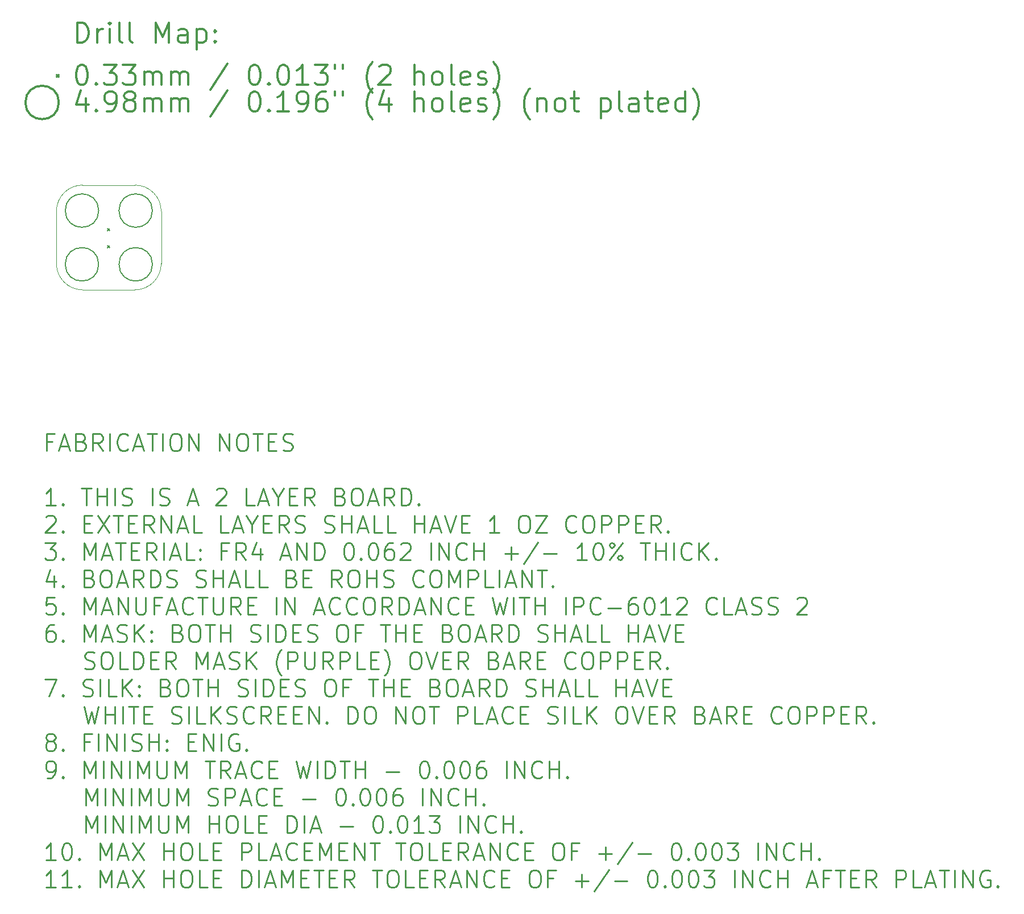
<source format=gbr>
G04 This is an RS-274x file exported by *
G04 gerbv version 2.6.0 *
G04 More information is available about gerbv at *
G04 http://gerbv.gpleda.org/ *
G04 --End of header info--*
%MOIN*%
%FSLAX34Y34*%
%IPPOS*%
G04 --Define apertures--*
%ADD10C,0.0050*%
%ADD11C,0.0079*%
%ADD12C,0.0118*%
%ADD13C,0.0138*%
%ADD14C,0.0016*%
%ADD15C,0.0100*%
G04 --Start main section--*
G54D11*
G01X0002866Y-012718D02*
G01X0002996Y-012848D01*
G01X0002996Y-012718D02*
G01X0002866Y-012848D01*
G01X0002866Y-013741D02*
G01X0002996Y-013871D01*
G01X0002996Y-013741D02*
G01X0002866Y-013871D01*
G01X0002336Y-011680D02*
G75*
G03X0002336Y-011680I-000980J0000000D01*
G01X0002336Y-014830D02*
G75*
G03X0002336Y-014830I-000980J0000000D01*
G01X0005486Y-011680D02*
G75*
G03X0005486Y-011680I-000980J0000000D01*
G01X0005486Y-014830D02*
G75*
G03X0005486Y-014830I-000980J0000000D01*
G54D12*
G01X0001069Y-001834D02*
G01X0001069Y-000652D01*
G01X0001069Y-000652D02*
G01X0001350Y-000652D01*
G01X0001350Y-000652D02*
G01X0001519Y-000709D01*
G01X0001519Y-000709D02*
G01X0001631Y-000821D01*
G01X0001631Y-000821D02*
G01X0001687Y-000934D01*
G01X0001687Y-000934D02*
G01X0001744Y-001159D01*
G01X0001744Y-001159D02*
G01X0001744Y-001327D01*
G01X0001744Y-001327D02*
G01X0001687Y-001552D01*
G01X0001687Y-001552D02*
G01X0001631Y-001665D01*
G01X0001631Y-001665D02*
G01X0001519Y-001777D01*
G01X0001519Y-001777D02*
G01X0001350Y-001834D01*
G01X0001350Y-001834D02*
G01X0001069Y-001834D01*
G01X0002250Y-001834D02*
G01X0002250Y-001046D01*
G01X0002250Y-001271D02*
G01X0002306Y-001159D01*
G01X0002306Y-001159D02*
G01X0002362Y-001102D01*
G01X0002362Y-001102D02*
G01X0002475Y-001046D01*
G01X0002475Y-001046D02*
G01X0002587Y-001046D01*
G01X0002981Y-001834D02*
G01X0002981Y-001046D01*
G01X0002981Y-000652D02*
G01X0002925Y-000709D01*
G01X0002925Y-000709D02*
G01X0002981Y-000765D01*
G01X0002981Y-000765D02*
G01X0003037Y-000709D01*
G01X0003037Y-000709D02*
G01X0002981Y-000652D01*
G01X0002981Y-000652D02*
G01X0002981Y-000765D01*
G01X0003712Y-001834D02*
G01X0003600Y-001777D01*
G01X0003600Y-001777D02*
G01X0003543Y-001665D01*
G01X0003543Y-001665D02*
G01X0003543Y-000652D01*
G01X0004331Y-001834D02*
G01X0004218Y-001777D01*
G01X0004218Y-001777D02*
G01X0004162Y-001665D01*
G01X0004162Y-001665D02*
G01X0004162Y-000652D01*
G01X0005681Y-001834D02*
G01X0005681Y-000652D01*
G01X0005681Y-000652D02*
G01X0006074Y-001496D01*
G01X0006074Y-001496D02*
G01X0006468Y-000652D01*
G01X0006468Y-000652D02*
G01X0006468Y-001834D01*
G01X0007537Y-001834D02*
G01X0007537Y-001215D01*
G01X0007537Y-001215D02*
G01X0007480Y-001102D01*
G01X0007480Y-001102D02*
G01X0007368Y-001046D01*
G01X0007368Y-001046D02*
G01X0007143Y-001046D01*
G01X0007143Y-001046D02*
G01X0007030Y-001102D01*
G01X0007537Y-001777D02*
G01X0007424Y-001834D01*
G01X0007424Y-001834D02*
G01X0007143Y-001834D01*
G01X0007143Y-001834D02*
G01X0007030Y-001777D01*
G01X0007030Y-001777D02*
G01X0006974Y-001665D01*
G01X0006974Y-001665D02*
G01X0006974Y-001552D01*
G01X0006974Y-001552D02*
G01X0007030Y-001440D01*
G01X0007030Y-001440D02*
G01X0007143Y-001384D01*
G01X0007143Y-001384D02*
G01X0007424Y-001384D01*
G01X0007424Y-001384D02*
G01X0007537Y-001327D01*
G01X0008099Y-001046D02*
G01X0008099Y-002227D01*
G01X0008099Y-001102D02*
G01X0008211Y-001046D01*
G01X0008211Y-001046D02*
G01X0008436Y-001046D01*
G01X0008436Y-001046D02*
G01X0008549Y-001102D01*
G01X0008549Y-001102D02*
G01X0008605Y-001159D01*
G01X0008605Y-001159D02*
G01X0008661Y-001271D01*
G01X0008661Y-001271D02*
G01X0008661Y-001609D01*
G01X0008661Y-001609D02*
G01X0008605Y-001721D01*
G01X0008605Y-001721D02*
G01X0008549Y-001777D01*
G01X0008549Y-001777D02*
G01X0008436Y-001834D01*
G01X0008436Y-001834D02*
G01X0008211Y-001834D01*
G01X0008211Y-001834D02*
G01X0008099Y-001777D01*
G01X0009168Y-001721D02*
G01X0009224Y-001777D01*
G01X0009224Y-001777D02*
G01X0009168Y-001834D01*
G01X0009168Y-001834D02*
G01X0009111Y-001777D01*
G01X0009111Y-001777D02*
G01X0009168Y-001721D01*
G01X0009168Y-001721D02*
G01X0009168Y-001834D01*
G01X0009168Y-001102D02*
G01X0009224Y-001159D01*
G01X0009224Y-001159D02*
G01X0009168Y-001215D01*
G01X0009168Y-001215D02*
G01X0009111Y-001159D01*
G01X0009111Y-001159D02*
G01X0009168Y-001102D01*
G01X0009168Y-001102D02*
G01X0009168Y-001215D01*
G01X-000130Y-003715D02*
G01X0000000Y-003845D01*
G01X0000000Y-003715D02*
G01X-000130Y-003845D01*
G01X0001294Y-003133D02*
G01X0001406Y-003133D01*
G01X0001406Y-003133D02*
G01X0001519Y-003189D01*
G01X0001519Y-003189D02*
G01X0001575Y-003245D01*
G01X0001575Y-003245D02*
G01X0001631Y-003358D01*
G01X0001631Y-003358D02*
G01X0001687Y-003583D01*
G01X0001687Y-003583D02*
G01X0001687Y-003864D01*
G01X0001687Y-003864D02*
G01X0001631Y-004089D01*
G01X0001631Y-004089D02*
G01X0001575Y-004201D01*
G01X0001575Y-004201D02*
G01X0001519Y-004258D01*
G01X0001519Y-004258D02*
G01X0001406Y-004314D01*
G01X0001406Y-004314D02*
G01X0001294Y-004314D01*
G01X0001294Y-004314D02*
G01X0001181Y-004258D01*
G01X0001181Y-004258D02*
G01X0001125Y-004201D01*
G01X0001125Y-004201D02*
G01X0001069Y-004089D01*
G01X0001069Y-004089D02*
G01X0001012Y-003864D01*
G01X0001012Y-003864D02*
G01X0001012Y-003583D01*
G01X0001012Y-003583D02*
G01X0001069Y-003358D01*
G01X0001069Y-003358D02*
G01X0001125Y-003245D01*
G01X0001125Y-003245D02*
G01X0001181Y-003189D01*
G01X0001181Y-003189D02*
G01X0001294Y-003133D01*
G01X0002193Y-004201D02*
G01X0002250Y-004258D01*
G01X0002250Y-004258D02*
G01X0002193Y-004314D01*
G01X0002193Y-004314D02*
G01X0002137Y-004258D01*
G01X0002137Y-004258D02*
G01X0002193Y-004201D01*
G01X0002193Y-004201D02*
G01X0002193Y-004314D01*
G01X0002643Y-003133D02*
G01X0003375Y-003133D01*
G01X0003375Y-003133D02*
G01X0002981Y-003583D01*
G01X0002981Y-003583D02*
G01X0003150Y-003583D01*
G01X0003150Y-003583D02*
G01X0003262Y-003639D01*
G01X0003262Y-003639D02*
G01X0003318Y-003695D01*
G01X0003318Y-003695D02*
G01X0003375Y-003808D01*
G01X0003375Y-003808D02*
G01X0003375Y-004089D01*
G01X0003375Y-004089D02*
G01X0003318Y-004201D01*
G01X0003318Y-004201D02*
G01X0003262Y-004258D01*
G01X0003262Y-004258D02*
G01X0003150Y-004314D01*
G01X0003150Y-004314D02*
G01X0002812Y-004314D01*
G01X0002812Y-004314D02*
G01X0002700Y-004258D01*
G01X0002700Y-004258D02*
G01X0002643Y-004201D01*
G01X0003768Y-003133D02*
G01X0004499Y-003133D01*
G01X0004499Y-003133D02*
G01X0004106Y-003583D01*
G01X0004106Y-003583D02*
G01X0004274Y-003583D01*
G01X0004274Y-003583D02*
G01X0004387Y-003639D01*
G01X0004387Y-003639D02*
G01X0004443Y-003695D01*
G01X0004443Y-003695D02*
G01X0004499Y-003808D01*
G01X0004499Y-003808D02*
G01X0004499Y-004089D01*
G01X0004499Y-004089D02*
G01X0004443Y-004201D01*
G01X0004443Y-004201D02*
G01X0004387Y-004258D01*
G01X0004387Y-004258D02*
G01X0004274Y-004314D01*
G01X0004274Y-004314D02*
G01X0003937Y-004314D01*
G01X0003937Y-004314D02*
G01X0003825Y-004258D01*
G01X0003825Y-004258D02*
G01X0003768Y-004201D01*
G01X0005006Y-004314D02*
G01X0005006Y-003526D01*
G01X0005006Y-003639D02*
G01X0005062Y-003583D01*
G01X0005062Y-003583D02*
G01X0005174Y-003526D01*
G01X0005174Y-003526D02*
G01X0005343Y-003526D01*
G01X0005343Y-003526D02*
G01X0005456Y-003583D01*
G01X0005456Y-003583D02*
G01X0005512Y-003695D01*
G01X0005512Y-003695D02*
G01X0005512Y-004314D01*
G01X0005512Y-003695D02*
G01X0005568Y-003583D01*
G01X0005568Y-003583D02*
G01X0005681Y-003526D01*
G01X0005681Y-003526D02*
G01X0005849Y-003526D01*
G01X0005849Y-003526D02*
G01X0005962Y-003583D01*
G01X0005962Y-003583D02*
G01X0006018Y-003695D01*
G01X0006018Y-003695D02*
G01X0006018Y-004314D01*
G01X0006580Y-004314D02*
G01X0006580Y-003526D01*
G01X0006580Y-003639D02*
G01X0006637Y-003583D01*
G01X0006637Y-003583D02*
G01X0006749Y-003526D01*
G01X0006749Y-003526D02*
G01X0006918Y-003526D01*
G01X0006918Y-003526D02*
G01X0007030Y-003583D01*
G01X0007030Y-003583D02*
G01X0007087Y-003695D01*
G01X0007087Y-003695D02*
G01X0007087Y-004314D01*
G01X0007087Y-003695D02*
G01X0007143Y-003583D01*
G01X0007143Y-003583D02*
G01X0007255Y-003526D01*
G01X0007255Y-003526D02*
G01X0007424Y-003526D01*
G01X0007424Y-003526D02*
G01X0007537Y-003583D01*
G01X0007537Y-003583D02*
G01X0007593Y-003695D01*
G01X0007593Y-003695D02*
G01X0007593Y-004314D01*
G01X0009899Y-003076D02*
G01X0008886Y-004595D01*
G01X0011417Y-003133D02*
G01X0011530Y-003133D01*
G01X0011530Y-003133D02*
G01X0011642Y-003189D01*
G01X0011642Y-003189D02*
G01X0011699Y-003245D01*
G01X0011699Y-003245D02*
G01X0011755Y-003358D01*
G01X0011755Y-003358D02*
G01X0011811Y-003583D01*
G01X0011811Y-003583D02*
G01X0011811Y-003864D01*
G01X0011811Y-003864D02*
G01X0011755Y-004089D01*
G01X0011755Y-004089D02*
G01X0011699Y-004201D01*
G01X0011699Y-004201D02*
G01X0011642Y-004258D01*
G01X0011642Y-004258D02*
G01X0011530Y-004314D01*
G01X0011530Y-004314D02*
G01X0011417Y-004314D01*
G01X0011417Y-004314D02*
G01X0011305Y-004258D01*
G01X0011305Y-004258D02*
G01X0011249Y-004201D01*
G01X0011249Y-004201D02*
G01X0011192Y-004089D01*
G01X0011192Y-004089D02*
G01X0011136Y-003864D01*
G01X0011136Y-003864D02*
G01X0011136Y-003583D01*
G01X0011136Y-003583D02*
G01X0011192Y-003358D01*
G01X0011192Y-003358D02*
G01X0011249Y-003245D01*
G01X0011249Y-003245D02*
G01X0011305Y-003189D01*
G01X0011305Y-003189D02*
G01X0011417Y-003133D01*
G01X0012317Y-004201D02*
G01X0012373Y-004258D01*
G01X0012373Y-004258D02*
G01X0012317Y-004314D01*
G01X0012317Y-004314D02*
G01X0012261Y-004258D01*
G01X0012261Y-004258D02*
G01X0012317Y-004201D01*
G01X0012317Y-004201D02*
G01X0012317Y-004314D01*
G01X0013105Y-003133D02*
G01X0013217Y-003133D01*
G01X0013217Y-003133D02*
G01X0013330Y-003189D01*
G01X0013330Y-003189D02*
G01X0013386Y-003245D01*
G01X0013386Y-003245D02*
G01X0013442Y-003358D01*
G01X0013442Y-003358D02*
G01X0013498Y-003583D01*
G01X0013498Y-003583D02*
G01X0013498Y-003864D01*
G01X0013498Y-003864D02*
G01X0013442Y-004089D01*
G01X0013442Y-004089D02*
G01X0013386Y-004201D01*
G01X0013386Y-004201D02*
G01X0013330Y-004258D01*
G01X0013330Y-004258D02*
G01X0013217Y-004314D01*
G01X0013217Y-004314D02*
G01X0013105Y-004314D01*
G01X0013105Y-004314D02*
G01X0012992Y-004258D01*
G01X0012992Y-004258D02*
G01X0012936Y-004201D01*
G01X0012936Y-004201D02*
G01X0012880Y-004089D01*
G01X0012880Y-004089D02*
G01X0012823Y-003864D01*
G01X0012823Y-003864D02*
G01X0012823Y-003583D01*
G01X0012823Y-003583D02*
G01X0012880Y-003358D01*
G01X0012880Y-003358D02*
G01X0012936Y-003245D01*
G01X0012936Y-003245D02*
G01X0012992Y-003189D01*
G01X0012992Y-003189D02*
G01X0013105Y-003133D01*
G01X0014623Y-004314D02*
G01X0013948Y-004314D01*
G01X0014286Y-004314D02*
G01X0014286Y-003133D01*
G01X0014286Y-003133D02*
G01X0014173Y-003301D01*
G01X0014173Y-003301D02*
G01X0014061Y-003414D01*
G01X0014061Y-003414D02*
G01X0013948Y-003470D01*
G01X0015017Y-003133D02*
G01X0015748Y-003133D01*
G01X0015748Y-003133D02*
G01X0015354Y-003583D01*
G01X0015354Y-003583D02*
G01X0015523Y-003583D01*
G01X0015523Y-003583D02*
G01X0015636Y-003639D01*
G01X0015636Y-003639D02*
G01X0015692Y-003695D01*
G01X0015692Y-003695D02*
G01X0015748Y-003808D01*
G01X0015748Y-003808D02*
G01X0015748Y-004089D01*
G01X0015748Y-004089D02*
G01X0015692Y-004201D01*
G01X0015692Y-004201D02*
G01X0015636Y-004258D01*
G01X0015636Y-004258D02*
G01X0015523Y-004314D01*
G01X0015523Y-004314D02*
G01X0015186Y-004314D01*
G01X0015186Y-004314D02*
G01X0015073Y-004258D01*
G01X0015073Y-004258D02*
G01X0015017Y-004201D01*
G01X0016198Y-003133D02*
G01X0016198Y-003358D01*
G01X0016648Y-003133D02*
G01X0016648Y-003358D01*
G01X0018391Y-004764D02*
G01X0018335Y-004708D01*
G01X0018335Y-004708D02*
G01X0018223Y-004539D01*
G01X0018223Y-004539D02*
G01X0018166Y-004426D01*
G01X0018166Y-004426D02*
G01X0018110Y-004258D01*
G01X0018110Y-004258D02*
G01X0018054Y-003976D01*
G01X0018054Y-003976D02*
G01X0018054Y-003751D01*
G01X0018054Y-003751D02*
G01X0018110Y-003470D01*
G01X0018110Y-003470D02*
G01X0018166Y-003301D01*
G01X0018166Y-003301D02*
G01X0018223Y-003189D01*
G01X0018223Y-003189D02*
G01X0018335Y-003020D01*
G01X0018335Y-003020D02*
G01X0018391Y-002964D01*
G01X0018785Y-003245D02*
G01X0018841Y-003189D01*
G01X0018841Y-003189D02*
G01X0018954Y-003133D01*
G01X0018954Y-003133D02*
G01X0019235Y-003133D01*
G01X0019235Y-003133D02*
G01X0019348Y-003189D01*
G01X0019348Y-003189D02*
G01X0019404Y-003245D01*
G01X0019404Y-003245D02*
G01X0019460Y-003358D01*
G01X0019460Y-003358D02*
G01X0019460Y-003470D01*
G01X0019460Y-003470D02*
G01X0019404Y-003639D01*
G01X0019404Y-003639D02*
G01X0018729Y-004314D01*
G01X0018729Y-004314D02*
G01X0019460Y-004314D01*
G01X0020866Y-004314D02*
G01X0020866Y-003133D01*
G01X0021372Y-004314D02*
G01X0021372Y-003695D01*
G01X0021372Y-003695D02*
G01X0021316Y-003583D01*
G01X0021316Y-003583D02*
G01X0021204Y-003526D01*
G01X0021204Y-003526D02*
G01X0021035Y-003526D01*
G01X0021035Y-003526D02*
G01X0020922Y-003583D01*
G01X0020922Y-003583D02*
G01X0020866Y-003639D01*
G01X0022103Y-004314D02*
G01X0021991Y-004258D01*
G01X0021991Y-004258D02*
G01X0021935Y-004201D01*
G01X0021935Y-004201D02*
G01X0021879Y-004089D01*
G01X0021879Y-004089D02*
G01X0021879Y-003751D01*
G01X0021879Y-003751D02*
G01X0021935Y-003639D01*
G01X0021935Y-003639D02*
G01X0021991Y-003583D01*
G01X0021991Y-003583D02*
G01X0022103Y-003526D01*
G01X0022103Y-003526D02*
G01X0022272Y-003526D01*
G01X0022272Y-003526D02*
G01X0022385Y-003583D01*
G01X0022385Y-003583D02*
G01X0022441Y-003639D01*
G01X0022441Y-003639D02*
G01X0022497Y-003751D01*
G01X0022497Y-003751D02*
G01X0022497Y-004089D01*
G01X0022497Y-004089D02*
G01X0022441Y-004201D01*
G01X0022441Y-004201D02*
G01X0022385Y-004258D01*
G01X0022385Y-004258D02*
G01X0022272Y-004314D01*
G01X0022272Y-004314D02*
G01X0022103Y-004314D01*
G01X0023172Y-004314D02*
G01X0023060Y-004258D01*
G01X0023060Y-004258D02*
G01X0023003Y-004145D01*
G01X0023003Y-004145D02*
G01X0023003Y-003133D01*
G01X0024072Y-004258D02*
G01X0023960Y-004314D01*
G01X0023960Y-004314D02*
G01X0023735Y-004314D01*
G01X0023735Y-004314D02*
G01X0023622Y-004258D01*
G01X0023622Y-004258D02*
G01X0023566Y-004145D01*
G01X0023566Y-004145D02*
G01X0023566Y-003695D01*
G01X0023566Y-003695D02*
G01X0023622Y-003583D01*
G01X0023622Y-003583D02*
G01X0023735Y-003526D01*
G01X0023735Y-003526D02*
G01X0023960Y-003526D01*
G01X0023960Y-003526D02*
G01X0024072Y-003583D01*
G01X0024072Y-003583D02*
G01X0024128Y-003695D01*
G01X0024128Y-003695D02*
G01X0024128Y-003808D01*
G01X0024128Y-003808D02*
G01X0023566Y-003920D01*
G01X0024578Y-004258D02*
G01X0024691Y-004314D01*
G01X0024691Y-004314D02*
G01X0024916Y-004314D01*
G01X0024916Y-004314D02*
G01X0025028Y-004258D01*
G01X0025028Y-004258D02*
G01X0025084Y-004145D01*
G01X0025084Y-004145D02*
G01X0025084Y-004089D01*
G01X0025084Y-004089D02*
G01X0025028Y-003976D01*
G01X0025028Y-003976D02*
G01X0024916Y-003920D01*
G01X0024916Y-003920D02*
G01X0024747Y-003920D01*
G01X0024747Y-003920D02*
G01X0024634Y-003864D01*
G01X0024634Y-003864D02*
G01X0024578Y-003751D01*
G01X0024578Y-003751D02*
G01X0024578Y-003695D01*
G01X0024578Y-003695D02*
G01X0024634Y-003583D01*
G01X0024634Y-003583D02*
G01X0024747Y-003526D01*
G01X0024747Y-003526D02*
G01X0024916Y-003526D01*
G01X0024916Y-003526D02*
G01X0025028Y-003583D01*
G01X0025478Y-004764D02*
G01X0025534Y-004708D01*
G01X0025534Y-004708D02*
G01X0025647Y-004539D01*
G01X0025647Y-004539D02*
G01X0025703Y-004426D01*
G01X0025703Y-004426D02*
G01X0025759Y-004258D01*
G01X0025759Y-004258D02*
G01X0025816Y-003976D01*
G01X0025816Y-003976D02*
G01X0025816Y-003751D01*
G01X0025816Y-003751D02*
G01X0025759Y-003470D01*
G01X0025759Y-003470D02*
G01X0025703Y-003301D01*
G01X0025703Y-003301D02*
G01X0025647Y-003189D01*
G01X0025647Y-003189D02*
G01X0025534Y-003020D01*
G01X0025534Y-003020D02*
G01X0025478Y-002964D01*
G01X0000000Y-005339D02*
G75*
G03X0000000Y-005339I-000980J0000000D01*
G01X0001575Y-005085D02*
G01X0001575Y-005873D01*
G01X0001294Y-004636D02*
G01X0001012Y-005479D01*
G01X0001012Y-005479D02*
G01X0001744Y-005479D01*
G01X0002193Y-005760D02*
G01X0002250Y-005817D01*
G01X0002250Y-005817D02*
G01X0002193Y-005873D01*
G01X0002193Y-005873D02*
G01X0002137Y-005817D01*
G01X0002137Y-005817D02*
G01X0002193Y-005760D01*
G01X0002193Y-005760D02*
G01X0002193Y-005873D01*
G01X0002812Y-005873D02*
G01X0003037Y-005873D01*
G01X0003037Y-005873D02*
G01X0003150Y-005817D01*
G01X0003150Y-005817D02*
G01X0003206Y-005760D01*
G01X0003206Y-005760D02*
G01X0003318Y-005592D01*
G01X0003318Y-005592D02*
G01X0003375Y-005367D01*
G01X0003375Y-005367D02*
G01X0003375Y-004917D01*
G01X0003375Y-004917D02*
G01X0003318Y-004804D01*
G01X0003318Y-004804D02*
G01X0003262Y-004748D01*
G01X0003262Y-004748D02*
G01X0003150Y-004692D01*
G01X0003150Y-004692D02*
G01X0002925Y-004692D01*
G01X0002925Y-004692D02*
G01X0002812Y-004748D01*
G01X0002812Y-004748D02*
G01X0002756Y-004804D01*
G01X0002756Y-004804D02*
G01X0002700Y-004917D01*
G01X0002700Y-004917D02*
G01X0002700Y-005198D01*
G01X0002700Y-005198D02*
G01X0002756Y-005310D01*
G01X0002756Y-005310D02*
G01X0002812Y-005367D01*
G01X0002812Y-005367D02*
G01X0002925Y-005423D01*
G01X0002925Y-005423D02*
G01X0003150Y-005423D01*
G01X0003150Y-005423D02*
G01X0003262Y-005367D01*
G01X0003262Y-005367D02*
G01X0003318Y-005310D01*
G01X0003318Y-005310D02*
G01X0003375Y-005198D01*
G01X0004049Y-005198D02*
G01X0003937Y-005142D01*
G01X0003937Y-005142D02*
G01X0003881Y-005085D01*
G01X0003881Y-005085D02*
G01X0003825Y-004973D01*
G01X0003825Y-004973D02*
G01X0003825Y-004917D01*
G01X0003825Y-004917D02*
G01X0003881Y-004804D01*
G01X0003881Y-004804D02*
G01X0003937Y-004748D01*
G01X0003937Y-004748D02*
G01X0004049Y-004692D01*
G01X0004049Y-004692D02*
G01X0004274Y-004692D01*
G01X0004274Y-004692D02*
G01X0004387Y-004748D01*
G01X0004387Y-004748D02*
G01X0004443Y-004804D01*
G01X0004443Y-004804D02*
G01X0004499Y-004917D01*
G01X0004499Y-004917D02*
G01X0004499Y-004973D01*
G01X0004499Y-004973D02*
G01X0004443Y-005085D01*
G01X0004443Y-005085D02*
G01X0004387Y-005142D01*
G01X0004387Y-005142D02*
G01X0004274Y-005198D01*
G01X0004274Y-005198D02*
G01X0004049Y-005198D01*
G01X0004049Y-005198D02*
G01X0003937Y-005254D01*
G01X0003937Y-005254D02*
G01X0003881Y-005310D01*
G01X0003881Y-005310D02*
G01X0003825Y-005423D01*
G01X0003825Y-005423D02*
G01X0003825Y-005648D01*
G01X0003825Y-005648D02*
G01X0003881Y-005760D01*
G01X0003881Y-005760D02*
G01X0003937Y-005817D01*
G01X0003937Y-005817D02*
G01X0004049Y-005873D01*
G01X0004049Y-005873D02*
G01X0004274Y-005873D01*
G01X0004274Y-005873D02*
G01X0004387Y-005817D01*
G01X0004387Y-005817D02*
G01X0004443Y-005760D01*
G01X0004443Y-005760D02*
G01X0004499Y-005648D01*
G01X0004499Y-005648D02*
G01X0004499Y-005423D01*
G01X0004499Y-005423D02*
G01X0004443Y-005310D01*
G01X0004443Y-005310D02*
G01X0004387Y-005254D01*
G01X0004387Y-005254D02*
G01X0004274Y-005198D01*
G01X0005006Y-005873D02*
G01X0005006Y-005085D01*
G01X0005006Y-005198D02*
G01X0005062Y-005142D01*
G01X0005062Y-005142D02*
G01X0005174Y-005085D01*
G01X0005174Y-005085D02*
G01X0005343Y-005085D01*
G01X0005343Y-005085D02*
G01X0005456Y-005142D01*
G01X0005456Y-005142D02*
G01X0005512Y-005254D01*
G01X0005512Y-005254D02*
G01X0005512Y-005873D01*
G01X0005512Y-005254D02*
G01X0005568Y-005142D01*
G01X0005568Y-005142D02*
G01X0005681Y-005085D01*
G01X0005681Y-005085D02*
G01X0005849Y-005085D01*
G01X0005849Y-005085D02*
G01X0005962Y-005142D01*
G01X0005962Y-005142D02*
G01X0006018Y-005254D01*
G01X0006018Y-005254D02*
G01X0006018Y-005873D01*
G01X0006580Y-005873D02*
G01X0006580Y-005085D01*
G01X0006580Y-005198D02*
G01X0006637Y-005142D01*
G01X0006637Y-005142D02*
G01X0006749Y-005085D01*
G01X0006749Y-005085D02*
G01X0006918Y-005085D01*
G01X0006918Y-005085D02*
G01X0007030Y-005142D01*
G01X0007030Y-005142D02*
G01X0007087Y-005254D01*
G01X0007087Y-005254D02*
G01X0007087Y-005873D01*
G01X0007087Y-005254D02*
G01X0007143Y-005142D01*
G01X0007143Y-005142D02*
G01X0007255Y-005085D01*
G01X0007255Y-005085D02*
G01X0007424Y-005085D01*
G01X0007424Y-005085D02*
G01X0007537Y-005142D01*
G01X0007537Y-005142D02*
G01X0007593Y-005254D01*
G01X0007593Y-005254D02*
G01X0007593Y-005873D01*
G01X0009899Y-004636D02*
G01X0008886Y-006154D01*
G01X0011417Y-004692D02*
G01X0011530Y-004692D01*
G01X0011530Y-004692D02*
G01X0011642Y-004748D01*
G01X0011642Y-004748D02*
G01X0011699Y-004804D01*
G01X0011699Y-004804D02*
G01X0011755Y-004917D01*
G01X0011755Y-004917D02*
G01X0011811Y-005142D01*
G01X0011811Y-005142D02*
G01X0011811Y-005423D01*
G01X0011811Y-005423D02*
G01X0011755Y-005648D01*
G01X0011755Y-005648D02*
G01X0011699Y-005760D01*
G01X0011699Y-005760D02*
G01X0011642Y-005817D01*
G01X0011642Y-005817D02*
G01X0011530Y-005873D01*
G01X0011530Y-005873D02*
G01X0011417Y-005873D01*
G01X0011417Y-005873D02*
G01X0011305Y-005817D01*
G01X0011305Y-005817D02*
G01X0011249Y-005760D01*
G01X0011249Y-005760D02*
G01X0011192Y-005648D01*
G01X0011192Y-005648D02*
G01X0011136Y-005423D01*
G01X0011136Y-005423D02*
G01X0011136Y-005142D01*
G01X0011136Y-005142D02*
G01X0011192Y-004917D01*
G01X0011192Y-004917D02*
G01X0011249Y-004804D01*
G01X0011249Y-004804D02*
G01X0011305Y-004748D01*
G01X0011305Y-004748D02*
G01X0011417Y-004692D01*
G01X0012317Y-005760D02*
G01X0012373Y-005817D01*
G01X0012373Y-005817D02*
G01X0012317Y-005873D01*
G01X0012317Y-005873D02*
G01X0012261Y-005817D01*
G01X0012261Y-005817D02*
G01X0012317Y-005760D01*
G01X0012317Y-005760D02*
G01X0012317Y-005873D01*
G01X0013498Y-005873D02*
G01X0012823Y-005873D01*
G01X0013161Y-005873D02*
G01X0013161Y-004692D01*
G01X0013161Y-004692D02*
G01X0013048Y-004861D01*
G01X0013048Y-004861D02*
G01X0012936Y-004973D01*
G01X0012936Y-004973D02*
G01X0012823Y-005029D01*
G01X0014061Y-005873D02*
G01X0014286Y-005873D01*
G01X0014286Y-005873D02*
G01X0014398Y-005817D01*
G01X0014398Y-005817D02*
G01X0014454Y-005760D01*
G01X0014454Y-005760D02*
G01X0014567Y-005592D01*
G01X0014567Y-005592D02*
G01X0014623Y-005367D01*
G01X0014623Y-005367D02*
G01X0014623Y-004917D01*
G01X0014623Y-004917D02*
G01X0014567Y-004804D01*
G01X0014567Y-004804D02*
G01X0014511Y-004748D01*
G01X0014511Y-004748D02*
G01X0014398Y-004692D01*
G01X0014398Y-004692D02*
G01X0014173Y-004692D01*
G01X0014173Y-004692D02*
G01X0014061Y-004748D01*
G01X0014061Y-004748D02*
G01X0014005Y-004804D01*
G01X0014005Y-004804D02*
G01X0013948Y-004917D01*
G01X0013948Y-004917D02*
G01X0013948Y-005198D01*
G01X0013948Y-005198D02*
G01X0014005Y-005310D01*
G01X0014005Y-005310D02*
G01X0014061Y-005367D01*
G01X0014061Y-005367D02*
G01X0014173Y-005423D01*
G01X0014173Y-005423D02*
G01X0014398Y-005423D01*
G01X0014398Y-005423D02*
G01X0014511Y-005367D01*
G01X0014511Y-005367D02*
G01X0014567Y-005310D01*
G01X0014567Y-005310D02*
G01X0014623Y-005198D01*
G01X0015636Y-004692D02*
G01X0015411Y-004692D01*
G01X0015411Y-004692D02*
G01X0015298Y-004748D01*
G01X0015298Y-004748D02*
G01X0015242Y-004804D01*
G01X0015242Y-004804D02*
G01X0015129Y-004973D01*
G01X0015129Y-004973D02*
G01X0015073Y-005198D01*
G01X0015073Y-005198D02*
G01X0015073Y-005648D01*
G01X0015073Y-005648D02*
G01X0015129Y-005760D01*
G01X0015129Y-005760D02*
G01X0015186Y-005817D01*
G01X0015186Y-005817D02*
G01X0015298Y-005873D01*
G01X0015298Y-005873D02*
G01X0015523Y-005873D01*
G01X0015523Y-005873D02*
G01X0015636Y-005817D01*
G01X0015636Y-005817D02*
G01X0015692Y-005760D01*
G01X0015692Y-005760D02*
G01X0015748Y-005648D01*
G01X0015748Y-005648D02*
G01X0015748Y-005367D01*
G01X0015748Y-005367D02*
G01X0015692Y-005254D01*
G01X0015692Y-005254D02*
G01X0015636Y-005198D01*
G01X0015636Y-005198D02*
G01X0015523Y-005142D01*
G01X0015523Y-005142D02*
G01X0015298Y-005142D01*
G01X0015298Y-005142D02*
G01X0015186Y-005198D01*
G01X0015186Y-005198D02*
G01X0015129Y-005254D01*
G01X0015129Y-005254D02*
G01X0015073Y-005367D01*
G01X0016198Y-004692D02*
G01X0016198Y-004917D01*
G01X0016648Y-004692D02*
G01X0016648Y-004917D01*
G01X0018391Y-006323D02*
G01X0018335Y-006267D01*
G01X0018335Y-006267D02*
G01X0018223Y-006098D01*
G01X0018223Y-006098D02*
G01X0018166Y-005985D01*
G01X0018166Y-005985D02*
G01X0018110Y-005817D01*
G01X0018110Y-005817D02*
G01X0018054Y-005535D01*
G01X0018054Y-005535D02*
G01X0018054Y-005310D01*
G01X0018054Y-005310D02*
G01X0018110Y-005029D01*
G01X0018110Y-005029D02*
G01X0018166Y-004861D01*
G01X0018166Y-004861D02*
G01X0018223Y-004748D01*
G01X0018223Y-004748D02*
G01X0018335Y-004579D01*
G01X0018335Y-004579D02*
G01X0018391Y-004523D01*
G01X0019348Y-005085D02*
G01X0019348Y-005873D01*
G01X0019066Y-004636D02*
G01X0018785Y-005479D01*
G01X0018785Y-005479D02*
G01X0019516Y-005479D01*
G01X0020866Y-005873D02*
G01X0020866Y-004692D01*
G01X0021372Y-005873D02*
G01X0021372Y-005254D01*
G01X0021372Y-005254D02*
G01X0021316Y-005142D01*
G01X0021316Y-005142D02*
G01X0021204Y-005085D01*
G01X0021204Y-005085D02*
G01X0021035Y-005085D01*
G01X0021035Y-005085D02*
G01X0020922Y-005142D01*
G01X0020922Y-005142D02*
G01X0020866Y-005198D01*
G01X0022103Y-005873D02*
G01X0021991Y-005817D01*
G01X0021991Y-005817D02*
G01X0021935Y-005760D01*
G01X0021935Y-005760D02*
G01X0021879Y-005648D01*
G01X0021879Y-005648D02*
G01X0021879Y-005310D01*
G01X0021879Y-005310D02*
G01X0021935Y-005198D01*
G01X0021935Y-005198D02*
G01X0021991Y-005142D01*
G01X0021991Y-005142D02*
G01X0022103Y-005085D01*
G01X0022103Y-005085D02*
G01X0022272Y-005085D01*
G01X0022272Y-005085D02*
G01X0022385Y-005142D01*
G01X0022385Y-005142D02*
G01X0022441Y-005198D01*
G01X0022441Y-005198D02*
G01X0022497Y-005310D01*
G01X0022497Y-005310D02*
G01X0022497Y-005648D01*
G01X0022497Y-005648D02*
G01X0022441Y-005760D01*
G01X0022441Y-005760D02*
G01X0022385Y-005817D01*
G01X0022385Y-005817D02*
G01X0022272Y-005873D01*
G01X0022272Y-005873D02*
G01X0022103Y-005873D01*
G01X0023172Y-005873D02*
G01X0023060Y-005817D01*
G01X0023060Y-005817D02*
G01X0023003Y-005704D01*
G01X0023003Y-005704D02*
G01X0023003Y-004692D01*
G01X0024072Y-005817D02*
G01X0023960Y-005873D01*
G01X0023960Y-005873D02*
G01X0023735Y-005873D01*
G01X0023735Y-005873D02*
G01X0023622Y-005817D01*
G01X0023622Y-005817D02*
G01X0023566Y-005704D01*
G01X0023566Y-005704D02*
G01X0023566Y-005254D01*
G01X0023566Y-005254D02*
G01X0023622Y-005142D01*
G01X0023622Y-005142D02*
G01X0023735Y-005085D01*
G01X0023735Y-005085D02*
G01X0023960Y-005085D01*
G01X0023960Y-005085D02*
G01X0024072Y-005142D01*
G01X0024072Y-005142D02*
G01X0024128Y-005254D01*
G01X0024128Y-005254D02*
G01X0024128Y-005367D01*
G01X0024128Y-005367D02*
G01X0023566Y-005479D01*
G01X0024578Y-005817D02*
G01X0024691Y-005873D01*
G01X0024691Y-005873D02*
G01X0024916Y-005873D01*
G01X0024916Y-005873D02*
G01X0025028Y-005817D01*
G01X0025028Y-005817D02*
G01X0025084Y-005704D01*
G01X0025084Y-005704D02*
G01X0025084Y-005648D01*
G01X0025084Y-005648D02*
G01X0025028Y-005535D01*
G01X0025028Y-005535D02*
G01X0024916Y-005479D01*
G01X0024916Y-005479D02*
G01X0024747Y-005479D01*
G01X0024747Y-005479D02*
G01X0024634Y-005423D01*
G01X0024634Y-005423D02*
G01X0024578Y-005310D01*
G01X0024578Y-005310D02*
G01X0024578Y-005254D01*
G01X0024578Y-005254D02*
G01X0024634Y-005142D01*
G01X0024634Y-005142D02*
G01X0024747Y-005085D01*
G01X0024747Y-005085D02*
G01X0024916Y-005085D01*
G01X0024916Y-005085D02*
G01X0025028Y-005142D01*
G01X0025478Y-006323D02*
G01X0025534Y-006267D01*
G01X0025534Y-006267D02*
G01X0025647Y-006098D01*
G01X0025647Y-006098D02*
G01X0025703Y-005985D01*
G01X0025703Y-005985D02*
G01X0025759Y-005817D01*
G01X0025759Y-005817D02*
G01X0025816Y-005535D01*
G01X0025816Y-005535D02*
G01X0025816Y-005310D01*
G01X0025816Y-005310D02*
G01X0025759Y-005029D01*
G01X0025759Y-005029D02*
G01X0025703Y-004861D01*
G01X0025703Y-004861D02*
G01X0025647Y-004748D01*
G01X0025647Y-004748D02*
G01X0025534Y-004579D01*
G01X0025534Y-004579D02*
G01X0025478Y-004523D01*
G01X0027615Y-006323D02*
G01X0027559Y-006267D01*
G01X0027559Y-006267D02*
G01X0027447Y-006098D01*
G01X0027447Y-006098D02*
G01X0027390Y-005985D01*
G01X0027390Y-005985D02*
G01X0027334Y-005817D01*
G01X0027334Y-005817D02*
G01X0027278Y-005535D01*
G01X0027278Y-005535D02*
G01X0027278Y-005310D01*
G01X0027278Y-005310D02*
G01X0027334Y-005029D01*
G01X0027334Y-005029D02*
G01X0027390Y-004861D01*
G01X0027390Y-004861D02*
G01X0027447Y-004748D01*
G01X0027447Y-004748D02*
G01X0027559Y-004579D01*
G01X0027559Y-004579D02*
G01X0027615Y-004523D01*
G01X0028065Y-005085D02*
G01X0028065Y-005873D01*
G01X0028065Y-005198D02*
G01X0028121Y-005142D01*
G01X0028121Y-005142D02*
G01X0028234Y-005085D01*
G01X0028234Y-005085D02*
G01X0028403Y-005085D01*
G01X0028403Y-005085D02*
G01X0028515Y-005142D01*
G01X0028515Y-005142D02*
G01X0028571Y-005254D01*
G01X0028571Y-005254D02*
G01X0028571Y-005873D01*
G01X0029303Y-005873D02*
G01X0029190Y-005817D01*
G01X0029190Y-005817D02*
G01X0029134Y-005760D01*
G01X0029134Y-005760D02*
G01X0029078Y-005648D01*
G01X0029078Y-005648D02*
G01X0029078Y-005310D01*
G01X0029078Y-005310D02*
G01X0029134Y-005198D01*
G01X0029134Y-005198D02*
G01X0029190Y-005142D01*
G01X0029190Y-005142D02*
G01X0029303Y-005085D01*
G01X0029303Y-005085D02*
G01X0029471Y-005085D01*
G01X0029471Y-005085D02*
G01X0029584Y-005142D01*
G01X0029584Y-005142D02*
G01X0029640Y-005198D01*
G01X0029640Y-005198D02*
G01X0029696Y-005310D01*
G01X0029696Y-005310D02*
G01X0029696Y-005648D01*
G01X0029696Y-005648D02*
G01X0029640Y-005760D01*
G01X0029640Y-005760D02*
G01X0029584Y-005817D01*
G01X0029584Y-005817D02*
G01X0029471Y-005873D01*
G01X0029471Y-005873D02*
G01X0029303Y-005873D01*
G01X0030034Y-005085D02*
G01X0030484Y-005085D01*
G01X0030202Y-004692D02*
G01X0030202Y-005704D01*
G01X0030202Y-005704D02*
G01X0030259Y-005817D01*
G01X0030259Y-005817D02*
G01X0030371Y-005873D01*
G01X0030371Y-005873D02*
G01X0030484Y-005873D01*
G01X0031777Y-005085D02*
G01X0031777Y-006267D01*
G01X0031777Y-005142D02*
G01X0031890Y-005085D01*
G01X0031890Y-005085D02*
G01X0032115Y-005085D01*
G01X0032115Y-005085D02*
G01X0032227Y-005142D01*
G01X0032227Y-005142D02*
G01X0032283Y-005198D01*
G01X0032283Y-005198D02*
G01X0032340Y-005310D01*
G01X0032340Y-005310D02*
G01X0032340Y-005648D01*
G01X0032340Y-005648D02*
G01X0032283Y-005760D01*
G01X0032283Y-005760D02*
G01X0032227Y-005817D01*
G01X0032227Y-005817D02*
G01X0032115Y-005873D01*
G01X0032115Y-005873D02*
G01X0031890Y-005873D01*
G01X0031890Y-005873D02*
G01X0031777Y-005817D01*
G01X0033015Y-005873D02*
G01X0032902Y-005817D01*
G01X0032902Y-005817D02*
G01X0032846Y-005704D01*
G01X0032846Y-005704D02*
G01X0032846Y-004692D01*
G01X0033971Y-005873D02*
G01X0033971Y-005254D01*
G01X0033971Y-005254D02*
G01X0033915Y-005142D01*
G01X0033915Y-005142D02*
G01X0033802Y-005085D01*
G01X0033802Y-005085D02*
G01X0033577Y-005085D01*
G01X0033577Y-005085D02*
G01X0033465Y-005142D01*
G01X0033971Y-005817D02*
G01X0033858Y-005873D01*
G01X0033858Y-005873D02*
G01X0033577Y-005873D01*
G01X0033577Y-005873D02*
G01X0033465Y-005817D01*
G01X0033465Y-005817D02*
G01X0033408Y-005704D01*
G01X0033408Y-005704D02*
G01X0033408Y-005592D01*
G01X0033408Y-005592D02*
G01X0033465Y-005479D01*
G01X0033465Y-005479D02*
G01X0033577Y-005423D01*
G01X0033577Y-005423D02*
G01X0033858Y-005423D01*
G01X0033858Y-005423D02*
G01X0033971Y-005367D01*
G01X0034364Y-005085D02*
G01X0034814Y-005085D01*
G01X0034533Y-004692D02*
G01X0034533Y-005704D01*
G01X0034533Y-005704D02*
G01X0034589Y-005817D01*
G01X0034589Y-005817D02*
G01X0034702Y-005873D01*
G01X0034702Y-005873D02*
G01X0034814Y-005873D01*
G01X0035658Y-005817D02*
G01X0035546Y-005873D01*
G01X0035546Y-005873D02*
G01X0035321Y-005873D01*
G01X0035321Y-005873D02*
G01X0035208Y-005817D01*
G01X0035208Y-005817D02*
G01X0035152Y-005704D01*
G01X0035152Y-005704D02*
G01X0035152Y-005254D01*
G01X0035152Y-005254D02*
G01X0035208Y-005142D01*
G01X0035208Y-005142D02*
G01X0035321Y-005085D01*
G01X0035321Y-005085D02*
G01X0035546Y-005085D01*
G01X0035546Y-005085D02*
G01X0035658Y-005142D01*
G01X0035658Y-005142D02*
G01X0035714Y-005254D01*
G01X0035714Y-005254D02*
G01X0035714Y-005367D01*
G01X0035714Y-005367D02*
G01X0035152Y-005479D01*
G01X0036727Y-005873D02*
G01X0036727Y-004692D01*
G01X0036727Y-005817D02*
G01X0036614Y-005873D01*
G01X0036614Y-005873D02*
G01X0036389Y-005873D01*
G01X0036389Y-005873D02*
G01X0036277Y-005817D01*
G01X0036277Y-005817D02*
G01X0036220Y-005760D01*
G01X0036220Y-005760D02*
G01X0036164Y-005648D01*
G01X0036164Y-005648D02*
G01X0036164Y-005310D01*
G01X0036164Y-005310D02*
G01X0036220Y-005198D01*
G01X0036220Y-005198D02*
G01X0036277Y-005142D01*
G01X0036277Y-005142D02*
G01X0036389Y-005085D01*
G01X0036389Y-005085D02*
G01X0036614Y-005085D01*
G01X0036614Y-005085D02*
G01X0036727Y-005142D01*
G01X0037177Y-006323D02*
G01X0037233Y-006267D01*
G01X0037233Y-006267D02*
G01X0037345Y-006098D01*
G01X0037345Y-006098D02*
G01X0037402Y-005985D01*
G01X0037402Y-005985D02*
G01X0037458Y-005817D01*
G01X0037458Y-005817D02*
G01X0037514Y-005535D01*
G01X0037514Y-005535D02*
G01X0037514Y-005310D01*
G01X0037514Y-005310D02*
G01X0037458Y-005029D01*
G01X0037458Y-005029D02*
G01X0037402Y-004861D01*
G01X0037402Y-004861D02*
G01X0037345Y-004748D01*
G01X0037345Y-004748D02*
G01X0037233Y-004579D01*
G01X0037233Y-004579D02*
G01X0037177Y-004523D01*
G01X0000000Y0000000D02*
G54D14*
G01X0004466Y-010184D02*
G01X0001395Y-010184D01*
G01X0004466Y-016326D02*
G01X0001395Y-016326D01*
G01X0006002Y-014791D02*
G01X0006002Y-011720D01*
G01X-000140Y-014791D02*
G01X-000140Y-011720D01*
G01X0006002Y-011720D02*
G75*
G03X0004466Y-010184I-001535J0000000D01*
G01X0004466Y-016326D02*
G75*
G03X0006002Y-014791I0000000J0001535D01*
G01X-000140Y-014791D02*
G75*
G03X0001395Y-016326I0001535J0000000D01*
G01X0001395Y-010184D02*
G75*
G03X-000140Y-011720I0000000J-001535D01*
G01X0000000Y0000000D02*
G54D15*
G01X-000381Y-025243D02*
G01X-000714Y-025243D01*
G01X-000714Y-025766D02*
G01X-000714Y-024766D01*
G01X-000714Y-024766D02*
G01X-000238Y-024766D01*
G01X0000096Y-025481D02*
G01X0000572Y-025481D01*
G01X0000000Y-025766D02*
G01X0000334Y-024766D01*
G01X0000334Y-024766D02*
G01X0000667Y-025766D01*
G01X0001334Y-025243D02*
G01X0001477Y-025290D01*
G01X0001477Y-025290D02*
G01X0001524Y-025338D01*
G01X0001524Y-025338D02*
G01X0001572Y-025433D01*
G01X0001572Y-025433D02*
G01X0001572Y-025576D01*
G01X0001572Y-025576D02*
G01X0001524Y-025671D01*
G01X0001524Y-025671D02*
G01X0001477Y-025719D01*
G01X0001477Y-025719D02*
G01X0001381Y-025766D01*
G01X0001381Y-025766D02*
G01X0001000Y-025766D01*
G01X0001000Y-025766D02*
G01X0001000Y-024766D01*
G01X0001000Y-024766D02*
G01X0001334Y-024766D01*
G01X0001334Y-024766D02*
G01X0001429Y-024814D01*
G01X0001429Y-024814D02*
G01X0001477Y-024862D01*
G01X0001477Y-024862D02*
G01X0001524Y-024957D01*
G01X0001524Y-024957D02*
G01X0001524Y-025052D01*
G01X0001524Y-025052D02*
G01X0001477Y-025147D01*
G01X0001477Y-025147D02*
G01X0001429Y-025195D01*
G01X0001429Y-025195D02*
G01X0001334Y-025243D01*
G01X0001334Y-025243D02*
G01X0001000Y-025243D01*
G01X0002572Y-025766D02*
G01X0002238Y-025290D01*
G01X0002000Y-025766D02*
G01X0002000Y-024766D01*
G01X0002000Y-024766D02*
G01X0002381Y-024766D01*
G01X0002381Y-024766D02*
G01X0002477Y-024814D01*
G01X0002477Y-024814D02*
G01X0002524Y-024862D01*
G01X0002524Y-024862D02*
G01X0002572Y-024957D01*
G01X0002572Y-024957D02*
G01X0002572Y-025100D01*
G01X0002572Y-025100D02*
G01X0002524Y-025195D01*
G01X0002524Y-025195D02*
G01X0002477Y-025243D01*
G01X0002477Y-025243D02*
G01X0002381Y-025290D01*
G01X0002381Y-025290D02*
G01X0002000Y-025290D01*
G01X0003000Y-025766D02*
G01X0003000Y-024766D01*
G01X0004048Y-025671D02*
G01X0004000Y-025719D01*
G01X0004000Y-025719D02*
G01X0003858Y-025766D01*
G01X0003858Y-025766D02*
G01X0003762Y-025766D01*
G01X0003762Y-025766D02*
G01X0003619Y-025719D01*
G01X0003619Y-025719D02*
G01X0003524Y-025624D01*
G01X0003524Y-025624D02*
G01X0003477Y-025528D01*
G01X0003477Y-025528D02*
G01X0003429Y-025338D01*
G01X0003429Y-025338D02*
G01X0003429Y-025195D01*
G01X0003429Y-025195D02*
G01X0003477Y-025004D01*
G01X0003477Y-025004D02*
G01X0003524Y-024909D01*
G01X0003524Y-024909D02*
G01X0003619Y-024814D01*
G01X0003619Y-024814D02*
G01X0003762Y-024766D01*
G01X0003762Y-024766D02*
G01X0003858Y-024766D01*
G01X0003858Y-024766D02*
G01X0004000Y-024814D01*
G01X0004000Y-024814D02*
G01X0004048Y-024862D01*
G01X0004429Y-025481D02*
G01X0004905Y-025481D01*
G01X0004334Y-025766D02*
G01X0004667Y-024766D01*
G01X0004667Y-024766D02*
G01X0005000Y-025766D01*
G01X0005191Y-024766D02*
G01X0005762Y-024766D01*
G01X0005477Y-025766D02*
G01X0005477Y-024766D01*
G01X0006096Y-025766D02*
G01X0006096Y-024766D01*
G01X0006762Y-024766D02*
G01X0006953Y-024766D01*
G01X0006953Y-024766D02*
G01X0007048Y-024814D01*
G01X0007048Y-024814D02*
G01X0007143Y-024909D01*
G01X0007143Y-024909D02*
G01X0007191Y-025100D01*
G01X0007191Y-025100D02*
G01X0007191Y-025433D01*
G01X0007191Y-025433D02*
G01X0007143Y-025624D01*
G01X0007143Y-025624D02*
G01X0007048Y-025719D01*
G01X0007048Y-025719D02*
G01X0006953Y-025766D01*
G01X0006953Y-025766D02*
G01X0006762Y-025766D01*
G01X0006762Y-025766D02*
G01X0006667Y-025719D01*
G01X0006667Y-025719D02*
G01X0006572Y-025624D01*
G01X0006572Y-025624D02*
G01X0006524Y-025433D01*
G01X0006524Y-025433D02*
G01X0006524Y-025100D01*
G01X0006524Y-025100D02*
G01X0006572Y-024909D01*
G01X0006572Y-024909D02*
G01X0006667Y-024814D01*
G01X0006667Y-024814D02*
G01X0006762Y-024766D01*
G01X0007619Y-025766D02*
G01X0007619Y-024766D01*
G01X0007619Y-024766D02*
G01X0008191Y-025766D01*
G01X0008191Y-025766D02*
G01X0008191Y-024766D01*
G01X0009429Y-025766D02*
G01X0009429Y-024766D01*
G01X0009429Y-024766D02*
G01X0010000Y-025766D01*
G01X0010000Y-025766D02*
G01X0010000Y-024766D01*
G01X0010667Y-024766D02*
G01X0010858Y-024766D01*
G01X0010858Y-024766D02*
G01X0010953Y-024814D01*
G01X0010953Y-024814D02*
G01X0011048Y-024909D01*
G01X0011048Y-024909D02*
G01X0011096Y-025100D01*
G01X0011096Y-025100D02*
G01X0011096Y-025433D01*
G01X0011096Y-025433D02*
G01X0011048Y-025624D01*
G01X0011048Y-025624D02*
G01X0010953Y-025719D01*
G01X0010953Y-025719D02*
G01X0010858Y-025766D01*
G01X0010858Y-025766D02*
G01X0010667Y-025766D01*
G01X0010667Y-025766D02*
G01X0010572Y-025719D01*
G01X0010572Y-025719D02*
G01X0010477Y-025624D01*
G01X0010477Y-025624D02*
G01X0010429Y-025433D01*
G01X0010429Y-025433D02*
G01X0010429Y-025100D01*
G01X0010429Y-025100D02*
G01X0010477Y-024909D01*
G01X0010477Y-024909D02*
G01X0010572Y-024814D01*
G01X0010572Y-024814D02*
G01X0010667Y-024766D01*
G01X0011381Y-024766D02*
G01X0011953Y-024766D01*
G01X0011667Y-025766D02*
G01X0011667Y-024766D01*
G01X0012286Y-025243D02*
G01X0012619Y-025243D01*
G01X0012762Y-025766D02*
G01X0012286Y-025766D01*
G01X0012286Y-025766D02*
G01X0012286Y-024766D01*
G01X0012286Y-024766D02*
G01X0012762Y-024766D01*
G01X0013143Y-025719D02*
G01X0013286Y-025766D01*
G01X0013286Y-025766D02*
G01X0013524Y-025766D01*
G01X0013524Y-025766D02*
G01X0013619Y-025719D01*
G01X0013619Y-025719D02*
G01X0013667Y-025671D01*
G01X0013667Y-025671D02*
G01X0013715Y-025576D01*
G01X0013715Y-025576D02*
G01X0013715Y-025481D01*
G01X0013715Y-025481D02*
G01X0013667Y-025385D01*
G01X0013667Y-025385D02*
G01X0013619Y-025338D01*
G01X0013619Y-025338D02*
G01X0013524Y-025290D01*
G01X0013524Y-025290D02*
G01X0013334Y-025243D01*
G01X0013334Y-025243D02*
G01X0013238Y-025195D01*
G01X0013238Y-025195D02*
G01X0013191Y-025147D01*
G01X0013191Y-025147D02*
G01X0013143Y-025052D01*
G01X0013143Y-025052D02*
G01X0013143Y-024957D01*
G01X0013143Y-024957D02*
G01X0013191Y-024862D01*
G01X0013191Y-024862D02*
G01X0013238Y-024814D01*
G01X0013238Y-024814D02*
G01X0013334Y-024766D01*
G01X0013334Y-024766D02*
G01X0013572Y-024766D01*
G01X0013572Y-024766D02*
G01X0013715Y-024814D01*
G01X-000190Y-028966D02*
G01X-000762Y-028966D01*
G01X-000476Y-028966D02*
G01X-000476Y-027966D01*
G01X-000476Y-027966D02*
G01X-000571Y-028109D01*
G01X-000571Y-028109D02*
G01X-000666Y-028204D01*
G01X-000666Y-028204D02*
G01X-000762Y-028252D01*
G01X0000238Y-028871D02*
G01X0000286Y-028919D01*
G01X0000286Y-028919D02*
G01X0000238Y-028966D01*
G01X0000238Y-028966D02*
G01X0000191Y-028919D01*
G01X0000191Y-028919D02*
G01X0000238Y-028871D01*
G01X0000238Y-028871D02*
G01X0000238Y-028966D01*
G01X0001334Y-027966D02*
G01X0001905Y-027966D01*
G01X0001619Y-028966D02*
G01X0001619Y-027966D01*
G01X0002238Y-028966D02*
G01X0002238Y-027966D01*
G01X0002238Y-028443D02*
G01X0002810Y-028443D01*
G01X0002810Y-028966D02*
G01X0002810Y-027966D01*
G01X0003286Y-028966D02*
G01X0003286Y-027966D01*
G01X0003715Y-028919D02*
G01X0003858Y-028966D01*
G01X0003858Y-028966D02*
G01X0004096Y-028966D01*
G01X0004096Y-028966D02*
G01X0004191Y-028919D01*
G01X0004191Y-028919D02*
G01X0004238Y-028871D01*
G01X0004238Y-028871D02*
G01X0004286Y-028776D01*
G01X0004286Y-028776D02*
G01X0004286Y-028681D01*
G01X0004286Y-028681D02*
G01X0004238Y-028585D01*
G01X0004238Y-028585D02*
G01X0004191Y-028538D01*
G01X0004191Y-028538D02*
G01X0004096Y-028490D01*
G01X0004096Y-028490D02*
G01X0003905Y-028443D01*
G01X0003905Y-028443D02*
G01X0003810Y-028395D01*
G01X0003810Y-028395D02*
G01X0003762Y-028347D01*
G01X0003762Y-028347D02*
G01X0003715Y-028252D01*
G01X0003715Y-028252D02*
G01X0003715Y-028157D01*
G01X0003715Y-028157D02*
G01X0003762Y-028062D01*
G01X0003762Y-028062D02*
G01X0003810Y-028014D01*
G01X0003810Y-028014D02*
G01X0003905Y-027966D01*
G01X0003905Y-027966D02*
G01X0004143Y-027966D01*
G01X0004143Y-027966D02*
G01X0004286Y-028014D01*
G01X0005477Y-028966D02*
G01X0005477Y-027966D01*
G01X0005905Y-028919D02*
G01X0006048Y-028966D01*
G01X0006048Y-028966D02*
G01X0006286Y-028966D01*
G01X0006286Y-028966D02*
G01X0006381Y-028919D01*
G01X0006381Y-028919D02*
G01X0006429Y-028871D01*
G01X0006429Y-028871D02*
G01X0006477Y-028776D01*
G01X0006477Y-028776D02*
G01X0006477Y-028681D01*
G01X0006477Y-028681D02*
G01X0006429Y-028585D01*
G01X0006429Y-028585D02*
G01X0006381Y-028538D01*
G01X0006381Y-028538D02*
G01X0006286Y-028490D01*
G01X0006286Y-028490D02*
G01X0006096Y-028443D01*
G01X0006096Y-028443D02*
G01X0006000Y-028395D01*
G01X0006000Y-028395D02*
G01X0005953Y-028347D01*
G01X0005953Y-028347D02*
G01X0005905Y-028252D01*
G01X0005905Y-028252D02*
G01X0005905Y-028157D01*
G01X0005905Y-028157D02*
G01X0005953Y-028062D01*
G01X0005953Y-028062D02*
G01X0006000Y-028014D01*
G01X0006000Y-028014D02*
G01X0006096Y-027966D01*
G01X0006096Y-027966D02*
G01X0006334Y-027966D01*
G01X0006334Y-027966D02*
G01X0006477Y-028014D01*
G01X0007619Y-028681D02*
G01X0008096Y-028681D01*
G01X0007524Y-028966D02*
G01X0007858Y-027966D01*
G01X0007858Y-027966D02*
G01X0008191Y-028966D01*
G01X0009238Y-028062D02*
G01X0009286Y-028014D01*
G01X0009286Y-028014D02*
G01X0009381Y-027966D01*
G01X0009381Y-027966D02*
G01X0009619Y-027966D01*
G01X0009619Y-027966D02*
G01X0009715Y-028014D01*
G01X0009715Y-028014D02*
G01X0009762Y-028062D01*
G01X0009762Y-028062D02*
G01X0009810Y-028157D01*
G01X0009810Y-028157D02*
G01X0009810Y-028252D01*
G01X0009810Y-028252D02*
G01X0009762Y-028395D01*
G01X0009762Y-028395D02*
G01X0009191Y-028966D01*
G01X0009191Y-028966D02*
G01X0009810Y-028966D01*
G01X0011477Y-028966D02*
G01X0011000Y-028966D01*
G01X0011000Y-028966D02*
G01X0011000Y-027966D01*
G01X0011762Y-028681D02*
G01X0012238Y-028681D01*
G01X0011667Y-028966D02*
G01X0012000Y-027966D01*
G01X0012000Y-027966D02*
G01X0012334Y-028966D01*
G01X0012858Y-028490D02*
G01X0012858Y-028966D01*
G01X0012524Y-027966D02*
G01X0012858Y-028490D01*
G01X0012858Y-028490D02*
G01X0013191Y-027966D01*
G01X0013524Y-028443D02*
G01X0013858Y-028443D01*
G01X0014000Y-028966D02*
G01X0013524Y-028966D01*
G01X0013524Y-028966D02*
G01X0013524Y-027966D01*
G01X0013524Y-027966D02*
G01X0014000Y-027966D01*
G01X0015000Y-028966D02*
G01X0014667Y-028490D01*
G01X0014429Y-028966D02*
G01X0014429Y-027966D01*
G01X0014429Y-027966D02*
G01X0014810Y-027966D01*
G01X0014810Y-027966D02*
G01X0014905Y-028014D01*
G01X0014905Y-028014D02*
G01X0014953Y-028062D01*
G01X0014953Y-028062D02*
G01X0015000Y-028157D01*
G01X0015000Y-028157D02*
G01X0015000Y-028300D01*
G01X0015000Y-028300D02*
G01X0014953Y-028395D01*
G01X0014953Y-028395D02*
G01X0014905Y-028443D01*
G01X0014905Y-028443D02*
G01X0014810Y-028490D01*
G01X0014810Y-028490D02*
G01X0014429Y-028490D01*
G01X0016524Y-028443D02*
G01X0016667Y-028490D01*
G01X0016667Y-028490D02*
G01X0016715Y-028538D01*
G01X0016715Y-028538D02*
G01X0016762Y-028633D01*
G01X0016762Y-028633D02*
G01X0016762Y-028776D01*
G01X0016762Y-028776D02*
G01X0016715Y-028871D01*
G01X0016715Y-028871D02*
G01X0016667Y-028919D01*
G01X0016667Y-028919D02*
G01X0016572Y-028966D01*
G01X0016572Y-028966D02*
G01X0016191Y-028966D01*
G01X0016191Y-028966D02*
G01X0016191Y-027966D01*
G01X0016191Y-027966D02*
G01X0016524Y-027966D01*
G01X0016524Y-027966D02*
G01X0016619Y-028014D01*
G01X0016619Y-028014D02*
G01X0016667Y-028062D01*
G01X0016667Y-028062D02*
G01X0016715Y-028157D01*
G01X0016715Y-028157D02*
G01X0016715Y-028252D01*
G01X0016715Y-028252D02*
G01X0016667Y-028347D01*
G01X0016667Y-028347D02*
G01X0016619Y-028395D01*
G01X0016619Y-028395D02*
G01X0016524Y-028443D01*
G01X0016524Y-028443D02*
G01X0016191Y-028443D01*
G01X0017381Y-027966D02*
G01X0017572Y-027966D01*
G01X0017572Y-027966D02*
G01X0017667Y-028014D01*
G01X0017667Y-028014D02*
G01X0017762Y-028109D01*
G01X0017762Y-028109D02*
G01X0017810Y-028300D01*
G01X0017810Y-028300D02*
G01X0017810Y-028633D01*
G01X0017810Y-028633D02*
G01X0017762Y-028824D01*
G01X0017762Y-028824D02*
G01X0017667Y-028919D01*
G01X0017667Y-028919D02*
G01X0017572Y-028966D01*
G01X0017572Y-028966D02*
G01X0017381Y-028966D01*
G01X0017381Y-028966D02*
G01X0017286Y-028919D01*
G01X0017286Y-028919D02*
G01X0017191Y-028824D01*
G01X0017191Y-028824D02*
G01X0017143Y-028633D01*
G01X0017143Y-028633D02*
G01X0017143Y-028300D01*
G01X0017143Y-028300D02*
G01X0017191Y-028109D01*
G01X0017191Y-028109D02*
G01X0017286Y-028014D01*
G01X0017286Y-028014D02*
G01X0017381Y-027966D01*
G01X0018191Y-028681D02*
G01X0018667Y-028681D01*
G01X0018096Y-028966D02*
G01X0018429Y-027966D01*
G01X0018429Y-027966D02*
G01X0018762Y-028966D01*
G01X0019667Y-028966D02*
G01X0019334Y-028490D01*
G01X0019096Y-028966D02*
G01X0019096Y-027966D01*
G01X0019096Y-027966D02*
G01X0019477Y-027966D01*
G01X0019477Y-027966D02*
G01X0019572Y-028014D01*
G01X0019572Y-028014D02*
G01X0019619Y-028062D01*
G01X0019619Y-028062D02*
G01X0019667Y-028157D01*
G01X0019667Y-028157D02*
G01X0019667Y-028300D01*
G01X0019667Y-028300D02*
G01X0019619Y-028395D01*
G01X0019619Y-028395D02*
G01X0019572Y-028443D01*
G01X0019572Y-028443D02*
G01X0019477Y-028490D01*
G01X0019477Y-028490D02*
G01X0019096Y-028490D01*
G01X0020096Y-028966D02*
G01X0020096Y-027966D01*
G01X0020096Y-027966D02*
G01X0020334Y-027966D01*
G01X0020334Y-027966D02*
G01X0020477Y-028014D01*
G01X0020477Y-028014D02*
G01X0020572Y-028109D01*
G01X0020572Y-028109D02*
G01X0020619Y-028204D01*
G01X0020619Y-028204D02*
G01X0020667Y-028395D01*
G01X0020667Y-028395D02*
G01X0020667Y-028538D01*
G01X0020667Y-028538D02*
G01X0020619Y-028728D01*
G01X0020619Y-028728D02*
G01X0020572Y-028824D01*
G01X0020572Y-028824D02*
G01X0020477Y-028919D01*
G01X0020477Y-028919D02*
G01X0020334Y-028966D01*
G01X0020334Y-028966D02*
G01X0020096Y-028966D01*
G01X0021096Y-028871D02*
G01X0021143Y-028919D01*
G01X0021143Y-028919D02*
G01X0021096Y-028966D01*
G01X0021096Y-028966D02*
G01X0021048Y-028919D01*
G01X0021048Y-028919D02*
G01X0021096Y-028871D01*
G01X0021096Y-028871D02*
G01X0021096Y-028966D01*
G01X-000762Y-029662D02*
G01X-000714Y-029614D01*
G01X-000714Y-029614D02*
G01X-000619Y-029566D01*
G01X-000619Y-029566D02*
G01X-000381Y-029566D01*
G01X-000381Y-029566D02*
G01X-000285Y-029614D01*
G01X-000285Y-029614D02*
G01X-000238Y-029662D01*
G01X-000238Y-029662D02*
G01X-000190Y-029757D01*
G01X-000190Y-029757D02*
G01X-000190Y-029852D01*
G01X-000190Y-029852D02*
G01X-000238Y-029995D01*
G01X-000238Y-029995D02*
G01X-000809Y-030566D01*
G01X-000809Y-030566D02*
G01X-000190Y-030566D01*
G01X0000238Y-030471D02*
G01X0000286Y-030519D01*
G01X0000286Y-030519D02*
G01X0000238Y-030566D01*
G01X0000238Y-030566D02*
G01X0000191Y-030519D01*
G01X0000191Y-030519D02*
G01X0000238Y-030471D01*
G01X0000238Y-030471D02*
G01X0000238Y-030566D01*
G01X0001477Y-030043D02*
G01X0001810Y-030043D01*
G01X0001953Y-030566D02*
G01X0001477Y-030566D01*
G01X0001477Y-030566D02*
G01X0001477Y-029566D01*
G01X0001477Y-029566D02*
G01X0001953Y-029566D01*
G01X0002286Y-029566D02*
G01X0002953Y-030566D01*
G01X0002953Y-029566D02*
G01X0002286Y-030566D01*
G01X0003191Y-029566D02*
G01X0003762Y-029566D01*
G01X0003477Y-030566D02*
G01X0003477Y-029566D01*
G01X0004096Y-030043D02*
G01X0004429Y-030043D01*
G01X0004572Y-030566D02*
G01X0004096Y-030566D01*
G01X0004096Y-030566D02*
G01X0004096Y-029566D01*
G01X0004096Y-029566D02*
G01X0004572Y-029566D01*
G01X0005572Y-030566D02*
G01X0005238Y-030090D01*
G01X0005000Y-030566D02*
G01X0005000Y-029566D01*
G01X0005000Y-029566D02*
G01X0005381Y-029566D01*
G01X0005381Y-029566D02*
G01X0005477Y-029614D01*
G01X0005477Y-029614D02*
G01X0005524Y-029662D01*
G01X0005524Y-029662D02*
G01X0005572Y-029757D01*
G01X0005572Y-029757D02*
G01X0005572Y-029900D01*
G01X0005572Y-029900D02*
G01X0005524Y-029995D01*
G01X0005524Y-029995D02*
G01X0005477Y-030043D01*
G01X0005477Y-030043D02*
G01X0005381Y-030090D01*
G01X0005381Y-030090D02*
G01X0005000Y-030090D01*
G01X0006000Y-030566D02*
G01X0006000Y-029566D01*
G01X0006000Y-029566D02*
G01X0006572Y-030566D01*
G01X0006572Y-030566D02*
G01X0006572Y-029566D01*
G01X0007000Y-030281D02*
G01X0007477Y-030281D01*
G01X0006905Y-030566D02*
G01X0007238Y-029566D01*
G01X0007238Y-029566D02*
G01X0007572Y-030566D01*
G01X0008381Y-030566D02*
G01X0007905Y-030566D01*
G01X0007905Y-030566D02*
G01X0007905Y-029566D01*
G01X0009953Y-030566D02*
G01X0009477Y-030566D01*
G01X0009477Y-030566D02*
G01X0009477Y-029566D01*
G01X0010238Y-030281D02*
G01X0010715Y-030281D01*
G01X0010143Y-030566D02*
G01X0010477Y-029566D01*
G01X0010477Y-029566D02*
G01X0010810Y-030566D01*
G01X0011334Y-030090D02*
G01X0011334Y-030566D01*
G01X0011000Y-029566D02*
G01X0011334Y-030090D01*
G01X0011334Y-030090D02*
G01X0011667Y-029566D01*
G01X0012000Y-030043D02*
G01X0012334Y-030043D01*
G01X0012477Y-030566D02*
G01X0012000Y-030566D01*
G01X0012000Y-030566D02*
G01X0012000Y-029566D01*
G01X0012000Y-029566D02*
G01X0012477Y-029566D01*
G01X0013477Y-030566D02*
G01X0013143Y-030090D01*
G01X0012905Y-030566D02*
G01X0012905Y-029566D01*
G01X0012905Y-029566D02*
G01X0013286Y-029566D01*
G01X0013286Y-029566D02*
G01X0013381Y-029614D01*
G01X0013381Y-029614D02*
G01X0013429Y-029662D01*
G01X0013429Y-029662D02*
G01X0013477Y-029757D01*
G01X0013477Y-029757D02*
G01X0013477Y-029900D01*
G01X0013477Y-029900D02*
G01X0013429Y-029995D01*
G01X0013429Y-029995D02*
G01X0013381Y-030043D01*
G01X0013381Y-030043D02*
G01X0013286Y-030090D01*
G01X0013286Y-030090D02*
G01X0012905Y-030090D01*
G01X0013858Y-030519D02*
G01X0014000Y-030566D01*
G01X0014000Y-030566D02*
G01X0014238Y-030566D01*
G01X0014238Y-030566D02*
G01X0014334Y-030519D01*
G01X0014334Y-030519D02*
G01X0014381Y-030471D01*
G01X0014381Y-030471D02*
G01X0014429Y-030376D01*
G01X0014429Y-030376D02*
G01X0014429Y-030281D01*
G01X0014429Y-030281D02*
G01X0014381Y-030185D01*
G01X0014381Y-030185D02*
G01X0014334Y-030138D01*
G01X0014334Y-030138D02*
G01X0014238Y-030090D01*
G01X0014238Y-030090D02*
G01X0014048Y-030043D01*
G01X0014048Y-030043D02*
G01X0013953Y-029995D01*
G01X0013953Y-029995D02*
G01X0013905Y-029947D01*
G01X0013905Y-029947D02*
G01X0013858Y-029852D01*
G01X0013858Y-029852D02*
G01X0013858Y-029757D01*
G01X0013858Y-029757D02*
G01X0013905Y-029662D01*
G01X0013905Y-029662D02*
G01X0013953Y-029614D01*
G01X0013953Y-029614D02*
G01X0014048Y-029566D01*
G01X0014048Y-029566D02*
G01X0014286Y-029566D01*
G01X0014286Y-029566D02*
G01X0014429Y-029614D01*
G01X0015572Y-030519D02*
G01X0015715Y-030566D01*
G01X0015715Y-030566D02*
G01X0015953Y-030566D01*
G01X0015953Y-030566D02*
G01X0016048Y-030519D01*
G01X0016048Y-030519D02*
G01X0016096Y-030471D01*
G01X0016096Y-030471D02*
G01X0016143Y-030376D01*
G01X0016143Y-030376D02*
G01X0016143Y-030281D01*
G01X0016143Y-030281D02*
G01X0016096Y-030185D01*
G01X0016096Y-030185D02*
G01X0016048Y-030138D01*
G01X0016048Y-030138D02*
G01X0015953Y-030090D01*
G01X0015953Y-030090D02*
G01X0015762Y-030043D01*
G01X0015762Y-030043D02*
G01X0015667Y-029995D01*
G01X0015667Y-029995D02*
G01X0015619Y-029947D01*
G01X0015619Y-029947D02*
G01X0015572Y-029852D01*
G01X0015572Y-029852D02*
G01X0015572Y-029757D01*
G01X0015572Y-029757D02*
G01X0015619Y-029662D01*
G01X0015619Y-029662D02*
G01X0015667Y-029614D01*
G01X0015667Y-029614D02*
G01X0015762Y-029566D01*
G01X0015762Y-029566D02*
G01X0016000Y-029566D01*
G01X0016000Y-029566D02*
G01X0016143Y-029614D01*
G01X0016572Y-030566D02*
G01X0016572Y-029566D01*
G01X0016572Y-030043D02*
G01X0017143Y-030043D01*
G01X0017143Y-030566D02*
G01X0017143Y-029566D01*
G01X0017572Y-030281D02*
G01X0018048Y-030281D01*
G01X0017477Y-030566D02*
G01X0017810Y-029566D01*
G01X0017810Y-029566D02*
G01X0018143Y-030566D01*
G01X0018953Y-030566D02*
G01X0018477Y-030566D01*
G01X0018477Y-030566D02*
G01X0018477Y-029566D01*
G01X0019762Y-030566D02*
G01X0019286Y-030566D01*
G01X0019286Y-030566D02*
G01X0019286Y-029566D01*
G01X0020858Y-030566D02*
G01X0020858Y-029566D01*
G01X0020858Y-030043D02*
G01X0021429Y-030043D01*
G01X0021429Y-030566D02*
G01X0021429Y-029566D01*
G01X0021858Y-030281D02*
G01X0022334Y-030281D01*
G01X0021762Y-030566D02*
G01X0022096Y-029566D01*
G01X0022096Y-029566D02*
G01X0022429Y-030566D01*
G01X0022619Y-029566D02*
G01X0022953Y-030566D01*
G01X0022953Y-030566D02*
G01X0023286Y-029566D01*
G01X0023619Y-030043D02*
G01X0023953Y-030043D01*
G01X0024096Y-030566D02*
G01X0023619Y-030566D01*
G01X0023619Y-030566D02*
G01X0023619Y-029566D01*
G01X0023619Y-029566D02*
G01X0024096Y-029566D01*
G01X0025810Y-030566D02*
G01X0025238Y-030566D01*
G01X0025524Y-030566D02*
G01X0025524Y-029566D01*
G01X0025524Y-029566D02*
G01X0025429Y-029709D01*
G01X0025429Y-029709D02*
G01X0025334Y-029804D01*
G01X0025334Y-029804D02*
G01X0025238Y-029852D01*
G01X0027191Y-029566D02*
G01X0027381Y-029566D01*
G01X0027381Y-029566D02*
G01X0027477Y-029614D01*
G01X0027477Y-029614D02*
G01X0027572Y-029709D01*
G01X0027572Y-029709D02*
G01X0027619Y-029900D01*
G01X0027619Y-029900D02*
G01X0027619Y-030233D01*
G01X0027619Y-030233D02*
G01X0027572Y-030424D01*
G01X0027572Y-030424D02*
G01X0027477Y-030519D01*
G01X0027477Y-030519D02*
G01X0027381Y-030566D01*
G01X0027381Y-030566D02*
G01X0027191Y-030566D01*
G01X0027191Y-030566D02*
G01X0027096Y-030519D01*
G01X0027096Y-030519D02*
G01X0027000Y-030424D01*
G01X0027000Y-030424D02*
G01X0026953Y-030233D01*
G01X0026953Y-030233D02*
G01X0026953Y-029900D01*
G01X0026953Y-029900D02*
G01X0027000Y-029709D01*
G01X0027000Y-029709D02*
G01X0027096Y-029614D01*
G01X0027096Y-029614D02*
G01X0027191Y-029566D01*
G01X0027953Y-029566D02*
G01X0028619Y-029566D01*
G01X0028619Y-029566D02*
G01X0027953Y-030566D01*
G01X0027953Y-030566D02*
G01X0028619Y-030566D01*
G01X0030334Y-030471D02*
G01X0030286Y-030519D01*
G01X0030286Y-030519D02*
G01X0030143Y-030566D01*
G01X0030143Y-030566D02*
G01X0030048Y-030566D01*
G01X0030048Y-030566D02*
G01X0029905Y-030519D01*
G01X0029905Y-030519D02*
G01X0029810Y-030424D01*
G01X0029810Y-030424D02*
G01X0029762Y-030328D01*
G01X0029762Y-030328D02*
G01X0029715Y-030138D01*
G01X0029715Y-030138D02*
G01X0029715Y-029995D01*
G01X0029715Y-029995D02*
G01X0029762Y-029804D01*
G01X0029762Y-029804D02*
G01X0029810Y-029709D01*
G01X0029810Y-029709D02*
G01X0029905Y-029614D01*
G01X0029905Y-029614D02*
G01X0030048Y-029566D01*
G01X0030048Y-029566D02*
G01X0030143Y-029566D01*
G01X0030143Y-029566D02*
G01X0030286Y-029614D01*
G01X0030286Y-029614D02*
G01X0030334Y-029662D01*
G01X0030953Y-029566D02*
G01X0031143Y-029566D01*
G01X0031143Y-029566D02*
G01X0031238Y-029614D01*
G01X0031238Y-029614D02*
G01X0031334Y-029709D01*
G01X0031334Y-029709D02*
G01X0031381Y-029900D01*
G01X0031381Y-029900D02*
G01X0031381Y-030233D01*
G01X0031381Y-030233D02*
G01X0031334Y-030424D01*
G01X0031334Y-030424D02*
G01X0031238Y-030519D01*
G01X0031238Y-030519D02*
G01X0031143Y-030566D01*
G01X0031143Y-030566D02*
G01X0030953Y-030566D01*
G01X0030953Y-030566D02*
G01X0030858Y-030519D01*
G01X0030858Y-030519D02*
G01X0030762Y-030424D01*
G01X0030762Y-030424D02*
G01X0030715Y-030233D01*
G01X0030715Y-030233D02*
G01X0030715Y-029900D01*
G01X0030715Y-029900D02*
G01X0030762Y-029709D01*
G01X0030762Y-029709D02*
G01X0030858Y-029614D01*
G01X0030858Y-029614D02*
G01X0030953Y-029566D01*
G01X0031810Y-030566D02*
G01X0031810Y-029566D01*
G01X0031810Y-029566D02*
G01X0032191Y-029566D01*
G01X0032191Y-029566D02*
G01X0032286Y-029614D01*
G01X0032286Y-029614D02*
G01X0032334Y-029662D01*
G01X0032334Y-029662D02*
G01X0032381Y-029757D01*
G01X0032381Y-029757D02*
G01X0032381Y-029900D01*
G01X0032381Y-029900D02*
G01X0032334Y-029995D01*
G01X0032334Y-029995D02*
G01X0032286Y-030043D01*
G01X0032286Y-030043D02*
G01X0032191Y-030090D01*
G01X0032191Y-030090D02*
G01X0031810Y-030090D01*
G01X0032810Y-030566D02*
G01X0032810Y-029566D01*
G01X0032810Y-029566D02*
G01X0033191Y-029566D01*
G01X0033191Y-029566D02*
G01X0033286Y-029614D01*
G01X0033286Y-029614D02*
G01X0033334Y-029662D01*
G01X0033334Y-029662D02*
G01X0033381Y-029757D01*
G01X0033381Y-029757D02*
G01X0033381Y-029900D01*
G01X0033381Y-029900D02*
G01X0033334Y-029995D01*
G01X0033334Y-029995D02*
G01X0033286Y-030043D01*
G01X0033286Y-030043D02*
G01X0033191Y-030090D01*
G01X0033191Y-030090D02*
G01X0032810Y-030090D01*
G01X0033810Y-030043D02*
G01X0034143Y-030043D01*
G01X0034286Y-030566D02*
G01X0033810Y-030566D01*
G01X0033810Y-030566D02*
G01X0033810Y-029566D01*
G01X0033810Y-029566D02*
G01X0034286Y-029566D01*
G01X0035286Y-030566D02*
G01X0034953Y-030090D01*
G01X0034715Y-030566D02*
G01X0034715Y-029566D01*
G01X0034715Y-029566D02*
G01X0035096Y-029566D01*
G01X0035096Y-029566D02*
G01X0035191Y-029614D01*
G01X0035191Y-029614D02*
G01X0035238Y-029662D01*
G01X0035238Y-029662D02*
G01X0035286Y-029757D01*
G01X0035286Y-029757D02*
G01X0035286Y-029900D01*
G01X0035286Y-029900D02*
G01X0035238Y-029995D01*
G01X0035238Y-029995D02*
G01X0035191Y-030043D01*
G01X0035191Y-030043D02*
G01X0035096Y-030090D01*
G01X0035096Y-030090D02*
G01X0034715Y-030090D01*
G01X0035715Y-030471D02*
G01X0035762Y-030519D01*
G01X0035762Y-030519D02*
G01X0035715Y-030566D01*
G01X0035715Y-030566D02*
G01X0035667Y-030519D01*
G01X0035667Y-030519D02*
G01X0035715Y-030471D01*
G01X0035715Y-030471D02*
G01X0035715Y-030566D01*
G01X-000809Y-031166D02*
G01X-000190Y-031166D01*
G01X-000190Y-031166D02*
G01X-000523Y-031547D01*
G01X-000523Y-031547D02*
G01X-000381Y-031547D01*
G01X-000381Y-031547D02*
G01X-000285Y-031595D01*
G01X-000285Y-031595D02*
G01X-000238Y-031643D01*
G01X-000238Y-031643D02*
G01X-000190Y-031738D01*
G01X-000190Y-031738D02*
G01X-000190Y-031976D01*
G01X-000190Y-031976D02*
G01X-000238Y-032071D01*
G01X-000238Y-032071D02*
G01X-000285Y-032119D01*
G01X-000285Y-032119D02*
G01X-000381Y-032166D01*
G01X-000381Y-032166D02*
G01X-000666Y-032166D01*
G01X-000666Y-032166D02*
G01X-000762Y-032119D01*
G01X-000762Y-032119D02*
G01X-000809Y-032071D01*
G01X0000238Y-032071D02*
G01X0000286Y-032119D01*
G01X0000286Y-032119D02*
G01X0000238Y-032166D01*
G01X0000238Y-032166D02*
G01X0000191Y-032119D01*
G01X0000191Y-032119D02*
G01X0000238Y-032071D01*
G01X0000238Y-032071D02*
G01X0000238Y-032166D01*
G01X0001477Y-032166D02*
G01X0001477Y-031166D01*
G01X0001477Y-031166D02*
G01X0001810Y-031881D01*
G01X0001810Y-031881D02*
G01X0002143Y-031166D01*
G01X0002143Y-031166D02*
G01X0002143Y-032166D01*
G01X0002572Y-031881D02*
G01X0003048Y-031881D01*
G01X0002477Y-032166D02*
G01X0002810Y-031166D01*
G01X0002810Y-031166D02*
G01X0003143Y-032166D01*
G01X0003334Y-031166D02*
G01X0003905Y-031166D01*
G01X0003619Y-032166D02*
G01X0003619Y-031166D01*
G01X0004238Y-031643D02*
G01X0004572Y-031643D01*
G01X0004715Y-032166D02*
G01X0004238Y-032166D01*
G01X0004238Y-032166D02*
G01X0004238Y-031166D01*
G01X0004238Y-031166D02*
G01X0004715Y-031166D01*
G01X0005715Y-032166D02*
G01X0005381Y-031690D01*
G01X0005143Y-032166D02*
G01X0005143Y-031166D01*
G01X0005143Y-031166D02*
G01X0005524Y-031166D01*
G01X0005524Y-031166D02*
G01X0005619Y-031214D01*
G01X0005619Y-031214D02*
G01X0005667Y-031262D01*
G01X0005667Y-031262D02*
G01X0005715Y-031357D01*
G01X0005715Y-031357D02*
G01X0005715Y-031500D01*
G01X0005715Y-031500D02*
G01X0005667Y-031595D01*
G01X0005667Y-031595D02*
G01X0005619Y-031643D01*
G01X0005619Y-031643D02*
G01X0005524Y-031690D01*
G01X0005524Y-031690D02*
G01X0005143Y-031690D01*
G01X0006143Y-032166D02*
G01X0006143Y-031166D01*
G01X0006572Y-031881D02*
G01X0007048Y-031881D01*
G01X0006477Y-032166D02*
G01X0006810Y-031166D01*
G01X0006810Y-031166D02*
G01X0007143Y-032166D01*
G01X0007953Y-032166D02*
G01X0007477Y-032166D01*
G01X0007477Y-032166D02*
G01X0007477Y-031166D01*
G01X0008286Y-032071D02*
G01X0008334Y-032119D01*
G01X0008334Y-032119D02*
G01X0008286Y-032166D01*
G01X0008286Y-032166D02*
G01X0008238Y-032119D01*
G01X0008238Y-032119D02*
G01X0008286Y-032071D01*
G01X0008286Y-032071D02*
G01X0008286Y-032166D01*
G01X0008286Y-031547D02*
G01X0008334Y-031595D01*
G01X0008334Y-031595D02*
G01X0008286Y-031643D01*
G01X0008286Y-031643D02*
G01X0008238Y-031595D01*
G01X0008238Y-031595D02*
G01X0008286Y-031547D01*
G01X0008286Y-031547D02*
G01X0008286Y-031643D01*
G01X0009858Y-031643D02*
G01X0009524Y-031643D01*
G01X0009524Y-032166D02*
G01X0009524Y-031166D01*
G01X0009524Y-031166D02*
G01X0010000Y-031166D01*
G01X0010953Y-032166D02*
G01X0010619Y-031690D01*
G01X0010381Y-032166D02*
G01X0010381Y-031166D01*
G01X0010381Y-031166D02*
G01X0010762Y-031166D01*
G01X0010762Y-031166D02*
G01X0010858Y-031214D01*
G01X0010858Y-031214D02*
G01X0010905Y-031262D01*
G01X0010905Y-031262D02*
G01X0010953Y-031357D01*
G01X0010953Y-031357D02*
G01X0010953Y-031500D01*
G01X0010953Y-031500D02*
G01X0010905Y-031595D01*
G01X0010905Y-031595D02*
G01X0010858Y-031643D01*
G01X0010858Y-031643D02*
G01X0010762Y-031690D01*
G01X0010762Y-031690D02*
G01X0010381Y-031690D01*
G01X0011810Y-031500D02*
G01X0011810Y-032166D01*
G01X0011572Y-031119D02*
G01X0011334Y-031833D01*
G01X0011334Y-031833D02*
G01X0011953Y-031833D01*
G01X0013048Y-031881D02*
G01X0013524Y-031881D01*
G01X0012953Y-032166D02*
G01X0013286Y-031166D01*
G01X0013286Y-031166D02*
G01X0013619Y-032166D01*
G01X0013953Y-032166D02*
G01X0013953Y-031166D01*
G01X0013953Y-031166D02*
G01X0014524Y-032166D01*
G01X0014524Y-032166D02*
G01X0014524Y-031166D01*
G01X0015000Y-032166D02*
G01X0015000Y-031166D01*
G01X0015000Y-031166D02*
G01X0015238Y-031166D01*
G01X0015238Y-031166D02*
G01X0015381Y-031214D01*
G01X0015381Y-031214D02*
G01X0015477Y-031309D01*
G01X0015477Y-031309D02*
G01X0015524Y-031404D01*
G01X0015524Y-031404D02*
G01X0015572Y-031595D01*
G01X0015572Y-031595D02*
G01X0015572Y-031738D01*
G01X0015572Y-031738D02*
G01X0015524Y-031928D01*
G01X0015524Y-031928D02*
G01X0015477Y-032024D01*
G01X0015477Y-032024D02*
G01X0015381Y-032119D01*
G01X0015381Y-032119D02*
G01X0015238Y-032166D01*
G01X0015238Y-032166D02*
G01X0015000Y-032166D01*
G01X0016953Y-031166D02*
G01X0017048Y-031166D01*
G01X0017048Y-031166D02*
G01X0017143Y-031214D01*
G01X0017143Y-031214D02*
G01X0017191Y-031262D01*
G01X0017191Y-031262D02*
G01X0017238Y-031357D01*
G01X0017238Y-031357D02*
G01X0017286Y-031547D01*
G01X0017286Y-031547D02*
G01X0017286Y-031785D01*
G01X0017286Y-031785D02*
G01X0017238Y-031976D01*
G01X0017238Y-031976D02*
G01X0017191Y-032071D01*
G01X0017191Y-032071D02*
G01X0017143Y-032119D01*
G01X0017143Y-032119D02*
G01X0017048Y-032166D01*
G01X0017048Y-032166D02*
G01X0016953Y-032166D01*
G01X0016953Y-032166D02*
G01X0016858Y-032119D01*
G01X0016858Y-032119D02*
G01X0016810Y-032071D01*
G01X0016810Y-032071D02*
G01X0016762Y-031976D01*
G01X0016762Y-031976D02*
G01X0016715Y-031785D01*
G01X0016715Y-031785D02*
G01X0016715Y-031547D01*
G01X0016715Y-031547D02*
G01X0016762Y-031357D01*
G01X0016762Y-031357D02*
G01X0016810Y-031262D01*
G01X0016810Y-031262D02*
G01X0016858Y-031214D01*
G01X0016858Y-031214D02*
G01X0016953Y-031166D01*
G01X0017715Y-032071D02*
G01X0017762Y-032119D01*
G01X0017762Y-032119D02*
G01X0017715Y-032166D01*
G01X0017715Y-032166D02*
G01X0017667Y-032119D01*
G01X0017667Y-032119D02*
G01X0017715Y-032071D01*
G01X0017715Y-032071D02*
G01X0017715Y-032166D01*
G01X0018381Y-031166D02*
G01X0018477Y-031166D01*
G01X0018477Y-031166D02*
G01X0018572Y-031214D01*
G01X0018572Y-031214D02*
G01X0018619Y-031262D01*
G01X0018619Y-031262D02*
G01X0018667Y-031357D01*
G01X0018667Y-031357D02*
G01X0018715Y-031547D01*
G01X0018715Y-031547D02*
G01X0018715Y-031785D01*
G01X0018715Y-031785D02*
G01X0018667Y-031976D01*
G01X0018667Y-031976D02*
G01X0018619Y-032071D01*
G01X0018619Y-032071D02*
G01X0018572Y-032119D01*
G01X0018572Y-032119D02*
G01X0018477Y-032166D01*
G01X0018477Y-032166D02*
G01X0018381Y-032166D01*
G01X0018381Y-032166D02*
G01X0018286Y-032119D01*
G01X0018286Y-032119D02*
G01X0018238Y-032071D01*
G01X0018238Y-032071D02*
G01X0018191Y-031976D01*
G01X0018191Y-031976D02*
G01X0018143Y-031785D01*
G01X0018143Y-031785D02*
G01X0018143Y-031547D01*
G01X0018143Y-031547D02*
G01X0018191Y-031357D01*
G01X0018191Y-031357D02*
G01X0018238Y-031262D01*
G01X0018238Y-031262D02*
G01X0018286Y-031214D01*
G01X0018286Y-031214D02*
G01X0018381Y-031166D01*
G01X0019572Y-031166D02*
G01X0019381Y-031166D01*
G01X0019381Y-031166D02*
G01X0019286Y-031214D01*
G01X0019286Y-031214D02*
G01X0019238Y-031262D01*
G01X0019238Y-031262D02*
G01X0019143Y-031404D01*
G01X0019143Y-031404D02*
G01X0019096Y-031595D01*
G01X0019096Y-031595D02*
G01X0019096Y-031976D01*
G01X0019096Y-031976D02*
G01X0019143Y-032071D01*
G01X0019143Y-032071D02*
G01X0019191Y-032119D01*
G01X0019191Y-032119D02*
G01X0019286Y-032166D01*
G01X0019286Y-032166D02*
G01X0019477Y-032166D01*
G01X0019477Y-032166D02*
G01X0019572Y-032119D01*
G01X0019572Y-032119D02*
G01X0019619Y-032071D01*
G01X0019619Y-032071D02*
G01X0019667Y-031976D01*
G01X0019667Y-031976D02*
G01X0019667Y-031738D01*
G01X0019667Y-031738D02*
G01X0019619Y-031643D01*
G01X0019619Y-031643D02*
G01X0019572Y-031595D01*
G01X0019572Y-031595D02*
G01X0019477Y-031547D01*
G01X0019477Y-031547D02*
G01X0019286Y-031547D01*
G01X0019286Y-031547D02*
G01X0019191Y-031595D01*
G01X0019191Y-031595D02*
G01X0019143Y-031643D01*
G01X0019143Y-031643D02*
G01X0019096Y-031738D01*
G01X0020048Y-031262D02*
G01X0020096Y-031214D01*
G01X0020096Y-031214D02*
G01X0020191Y-031166D01*
G01X0020191Y-031166D02*
G01X0020429Y-031166D01*
G01X0020429Y-031166D02*
G01X0020524Y-031214D01*
G01X0020524Y-031214D02*
G01X0020572Y-031262D01*
G01X0020572Y-031262D02*
G01X0020619Y-031357D01*
G01X0020619Y-031357D02*
G01X0020619Y-031452D01*
G01X0020619Y-031452D02*
G01X0020572Y-031595D01*
G01X0020572Y-031595D02*
G01X0020000Y-032166D01*
G01X0020000Y-032166D02*
G01X0020619Y-032166D01*
G01X0021810Y-032166D02*
G01X0021810Y-031166D01*
G01X0022286Y-032166D02*
G01X0022286Y-031166D01*
G01X0022286Y-031166D02*
G01X0022858Y-032166D01*
G01X0022858Y-032166D02*
G01X0022858Y-031166D01*
G01X0023905Y-032071D02*
G01X0023858Y-032119D01*
G01X0023858Y-032119D02*
G01X0023715Y-032166D01*
G01X0023715Y-032166D02*
G01X0023619Y-032166D01*
G01X0023619Y-032166D02*
G01X0023477Y-032119D01*
G01X0023477Y-032119D02*
G01X0023381Y-032024D01*
G01X0023381Y-032024D02*
G01X0023334Y-031928D01*
G01X0023334Y-031928D02*
G01X0023286Y-031738D01*
G01X0023286Y-031738D02*
G01X0023286Y-031595D01*
G01X0023286Y-031595D02*
G01X0023334Y-031404D01*
G01X0023334Y-031404D02*
G01X0023381Y-031309D01*
G01X0023381Y-031309D02*
G01X0023477Y-031214D01*
G01X0023477Y-031214D02*
G01X0023619Y-031166D01*
G01X0023619Y-031166D02*
G01X0023715Y-031166D01*
G01X0023715Y-031166D02*
G01X0023858Y-031214D01*
G01X0023858Y-031214D02*
G01X0023905Y-031262D01*
G01X0024334Y-032166D02*
G01X0024334Y-031166D01*
G01X0024334Y-031643D02*
G01X0024905Y-031643D01*
G01X0024905Y-032166D02*
G01X0024905Y-031166D01*
G01X0026143Y-031785D02*
G01X0026905Y-031785D01*
G01X0026524Y-032166D02*
G01X0026524Y-031404D01*
G01X0028096Y-031119D02*
G01X0027238Y-032404D01*
G01X0028429Y-031785D02*
G01X0029191Y-031785D01*
G01X0030953Y-032166D02*
G01X0030381Y-032166D01*
G01X0030667Y-032166D02*
G01X0030667Y-031166D01*
G01X0030667Y-031166D02*
G01X0030572Y-031309D01*
G01X0030572Y-031309D02*
G01X0030477Y-031404D01*
G01X0030477Y-031404D02*
G01X0030381Y-031452D01*
G01X0031572Y-031166D02*
G01X0031667Y-031166D01*
G01X0031667Y-031166D02*
G01X0031762Y-031214D01*
G01X0031762Y-031214D02*
G01X0031810Y-031262D01*
G01X0031810Y-031262D02*
G01X0031858Y-031357D01*
G01X0031858Y-031357D02*
G01X0031905Y-031547D01*
G01X0031905Y-031547D02*
G01X0031905Y-031785D01*
G01X0031905Y-031785D02*
G01X0031858Y-031976D01*
G01X0031858Y-031976D02*
G01X0031810Y-032071D01*
G01X0031810Y-032071D02*
G01X0031762Y-032119D01*
G01X0031762Y-032119D02*
G01X0031667Y-032166D01*
G01X0031667Y-032166D02*
G01X0031572Y-032166D01*
G01X0031572Y-032166D02*
G01X0031477Y-032119D01*
G01X0031477Y-032119D02*
G01X0031429Y-032071D01*
G01X0031429Y-032071D02*
G01X0031381Y-031976D01*
G01X0031381Y-031976D02*
G01X0031334Y-031785D01*
G01X0031334Y-031785D02*
G01X0031334Y-031547D01*
G01X0031334Y-031547D02*
G01X0031381Y-031357D01*
G01X0031381Y-031357D02*
G01X0031429Y-031262D01*
G01X0031429Y-031262D02*
G01X0031477Y-031214D01*
G01X0031477Y-031214D02*
G01X0031572Y-031166D01*
G01X0032286Y-032166D02*
G01X0033048Y-031166D01*
G01X0032429Y-031166D02*
G01X0032524Y-031214D01*
G01X0032524Y-031214D02*
G01X0032572Y-031309D01*
G01X0032572Y-031309D02*
G01X0032524Y-031404D01*
G01X0032524Y-031404D02*
G01X0032429Y-031452D01*
G01X0032429Y-031452D02*
G01X0032334Y-031404D01*
G01X0032334Y-031404D02*
G01X0032286Y-031309D01*
G01X0032286Y-031309D02*
G01X0032334Y-031214D01*
G01X0032334Y-031214D02*
G01X0032429Y-031166D01*
G01X0033000Y-032119D02*
G01X0033048Y-032024D01*
G01X0033048Y-032024D02*
G01X0033000Y-031928D01*
G01X0033000Y-031928D02*
G01X0032905Y-031881D01*
G01X0032905Y-031881D02*
G01X0032810Y-031928D01*
G01X0032810Y-031928D02*
G01X0032762Y-032024D01*
G01X0032762Y-032024D02*
G01X0032810Y-032119D01*
G01X0032810Y-032119D02*
G01X0032905Y-032166D01*
G01X0032905Y-032166D02*
G01X0033000Y-032119D01*
G01X0034096Y-031166D02*
G01X0034667Y-031166D01*
G01X0034381Y-032166D02*
G01X0034381Y-031166D01*
G01X0035000Y-032166D02*
G01X0035000Y-031166D01*
G01X0035000Y-031643D02*
G01X0035572Y-031643D01*
G01X0035572Y-032166D02*
G01X0035572Y-031166D01*
G01X0036048Y-032166D02*
G01X0036048Y-031166D01*
G01X0037096Y-032071D02*
G01X0037048Y-032119D01*
G01X0037048Y-032119D02*
G01X0036905Y-032166D01*
G01X0036905Y-032166D02*
G01X0036810Y-032166D01*
G01X0036810Y-032166D02*
G01X0036667Y-032119D01*
G01X0036667Y-032119D02*
G01X0036572Y-032024D01*
G01X0036572Y-032024D02*
G01X0036524Y-031928D01*
G01X0036524Y-031928D02*
G01X0036477Y-031738D01*
G01X0036477Y-031738D02*
G01X0036477Y-031595D01*
G01X0036477Y-031595D02*
G01X0036524Y-031404D01*
G01X0036524Y-031404D02*
G01X0036572Y-031309D01*
G01X0036572Y-031309D02*
G01X0036667Y-031214D01*
G01X0036667Y-031214D02*
G01X0036810Y-031166D01*
G01X0036810Y-031166D02*
G01X0036905Y-031166D01*
G01X0036905Y-031166D02*
G01X0037048Y-031214D01*
G01X0037048Y-031214D02*
G01X0037096Y-031262D01*
G01X0037524Y-032166D02*
G01X0037524Y-031166D01*
G01X0038096Y-032166D02*
G01X0037667Y-031595D01*
G01X0038096Y-031166D02*
G01X0037524Y-031738D01*
G01X0038524Y-032071D02*
G01X0038572Y-032119D01*
G01X0038572Y-032119D02*
G01X0038524Y-032166D01*
G01X0038524Y-032166D02*
G01X0038477Y-032119D01*
G01X0038477Y-032119D02*
G01X0038524Y-032071D01*
G01X0038524Y-032071D02*
G01X0038524Y-032166D01*
G01X-000285Y-033100D02*
G01X-000285Y-033766D01*
G01X-000523Y-032719D02*
G01X-000762Y-033433D01*
G01X-000762Y-033433D02*
G01X-000142Y-033433D01*
G01X0000238Y-033671D02*
G01X0000286Y-033719D01*
G01X0000286Y-033719D02*
G01X0000238Y-033766D01*
G01X0000238Y-033766D02*
G01X0000191Y-033719D01*
G01X0000191Y-033719D02*
G01X0000238Y-033671D01*
G01X0000238Y-033671D02*
G01X0000238Y-033766D01*
G01X0001810Y-033243D02*
G01X0001953Y-033290D01*
G01X0001953Y-033290D02*
G01X0002000Y-033338D01*
G01X0002000Y-033338D02*
G01X0002048Y-033433D01*
G01X0002048Y-033433D02*
G01X0002048Y-033576D01*
G01X0002048Y-033576D02*
G01X0002000Y-033671D01*
G01X0002000Y-033671D02*
G01X0001953Y-033719D01*
G01X0001953Y-033719D02*
G01X0001858Y-033766D01*
G01X0001858Y-033766D02*
G01X0001477Y-033766D01*
G01X0001477Y-033766D02*
G01X0001477Y-032766D01*
G01X0001477Y-032766D02*
G01X0001810Y-032766D01*
G01X0001810Y-032766D02*
G01X0001905Y-032814D01*
G01X0001905Y-032814D02*
G01X0001953Y-032862D01*
G01X0001953Y-032862D02*
G01X0002000Y-032957D01*
G01X0002000Y-032957D02*
G01X0002000Y-033052D01*
G01X0002000Y-033052D02*
G01X0001953Y-033147D01*
G01X0001953Y-033147D02*
G01X0001905Y-033195D01*
G01X0001905Y-033195D02*
G01X0001810Y-033243D01*
G01X0001810Y-033243D02*
G01X0001477Y-033243D01*
G01X0002667Y-032766D02*
G01X0002858Y-032766D01*
G01X0002858Y-032766D02*
G01X0002953Y-032814D01*
G01X0002953Y-032814D02*
G01X0003048Y-032909D01*
G01X0003048Y-032909D02*
G01X0003096Y-033100D01*
G01X0003096Y-033100D02*
G01X0003096Y-033433D01*
G01X0003096Y-033433D02*
G01X0003048Y-033624D01*
G01X0003048Y-033624D02*
G01X0002953Y-033719D01*
G01X0002953Y-033719D02*
G01X0002858Y-033766D01*
G01X0002858Y-033766D02*
G01X0002667Y-033766D01*
G01X0002667Y-033766D02*
G01X0002572Y-033719D01*
G01X0002572Y-033719D02*
G01X0002477Y-033624D01*
G01X0002477Y-033624D02*
G01X0002429Y-033433D01*
G01X0002429Y-033433D02*
G01X0002429Y-033100D01*
G01X0002429Y-033100D02*
G01X0002477Y-032909D01*
G01X0002477Y-032909D02*
G01X0002572Y-032814D01*
G01X0002572Y-032814D02*
G01X0002667Y-032766D01*
G01X0003477Y-033481D02*
G01X0003953Y-033481D01*
G01X0003381Y-033766D02*
G01X0003715Y-032766D01*
G01X0003715Y-032766D02*
G01X0004048Y-033766D01*
G01X0004953Y-033766D02*
G01X0004619Y-033290D01*
G01X0004381Y-033766D02*
G01X0004381Y-032766D01*
G01X0004381Y-032766D02*
G01X0004762Y-032766D01*
G01X0004762Y-032766D02*
G01X0004858Y-032814D01*
G01X0004858Y-032814D02*
G01X0004905Y-032862D01*
G01X0004905Y-032862D02*
G01X0004953Y-032957D01*
G01X0004953Y-032957D02*
G01X0004953Y-033100D01*
G01X0004953Y-033100D02*
G01X0004905Y-033195D01*
G01X0004905Y-033195D02*
G01X0004858Y-033243D01*
G01X0004858Y-033243D02*
G01X0004762Y-033290D01*
G01X0004762Y-033290D02*
G01X0004381Y-033290D01*
G01X0005381Y-033766D02*
G01X0005381Y-032766D01*
G01X0005381Y-032766D02*
G01X0005619Y-032766D01*
G01X0005619Y-032766D02*
G01X0005762Y-032814D01*
G01X0005762Y-032814D02*
G01X0005858Y-032909D01*
G01X0005858Y-032909D02*
G01X0005905Y-033004D01*
G01X0005905Y-033004D02*
G01X0005953Y-033195D01*
G01X0005953Y-033195D02*
G01X0005953Y-033338D01*
G01X0005953Y-033338D02*
G01X0005905Y-033528D01*
G01X0005905Y-033528D02*
G01X0005858Y-033624D01*
G01X0005858Y-033624D02*
G01X0005762Y-033719D01*
G01X0005762Y-033719D02*
G01X0005619Y-033766D01*
G01X0005619Y-033766D02*
G01X0005381Y-033766D01*
G01X0006334Y-033719D02*
G01X0006477Y-033766D01*
G01X0006477Y-033766D02*
G01X0006715Y-033766D01*
G01X0006715Y-033766D02*
G01X0006810Y-033719D01*
G01X0006810Y-033719D02*
G01X0006858Y-033671D01*
G01X0006858Y-033671D02*
G01X0006905Y-033576D01*
G01X0006905Y-033576D02*
G01X0006905Y-033481D01*
G01X0006905Y-033481D02*
G01X0006858Y-033385D01*
G01X0006858Y-033385D02*
G01X0006810Y-033338D01*
G01X0006810Y-033338D02*
G01X0006715Y-033290D01*
G01X0006715Y-033290D02*
G01X0006524Y-033243D01*
G01X0006524Y-033243D02*
G01X0006429Y-033195D01*
G01X0006429Y-033195D02*
G01X0006381Y-033147D01*
G01X0006381Y-033147D02*
G01X0006334Y-033052D01*
G01X0006334Y-033052D02*
G01X0006334Y-032957D01*
G01X0006334Y-032957D02*
G01X0006381Y-032862D01*
G01X0006381Y-032862D02*
G01X0006429Y-032814D01*
G01X0006429Y-032814D02*
G01X0006524Y-032766D01*
G01X0006524Y-032766D02*
G01X0006762Y-032766D01*
G01X0006762Y-032766D02*
G01X0006905Y-032814D01*
G01X0008048Y-033719D02*
G01X0008191Y-033766D01*
G01X0008191Y-033766D02*
G01X0008429Y-033766D01*
G01X0008429Y-033766D02*
G01X0008524Y-033719D01*
G01X0008524Y-033719D02*
G01X0008572Y-033671D01*
G01X0008572Y-033671D02*
G01X0008619Y-033576D01*
G01X0008619Y-033576D02*
G01X0008619Y-033481D01*
G01X0008619Y-033481D02*
G01X0008572Y-033385D01*
G01X0008572Y-033385D02*
G01X0008524Y-033338D01*
G01X0008524Y-033338D02*
G01X0008429Y-033290D01*
G01X0008429Y-033290D02*
G01X0008238Y-033243D01*
G01X0008238Y-033243D02*
G01X0008143Y-033195D01*
G01X0008143Y-033195D02*
G01X0008096Y-033147D01*
G01X0008096Y-033147D02*
G01X0008048Y-033052D01*
G01X0008048Y-033052D02*
G01X0008048Y-032957D01*
G01X0008048Y-032957D02*
G01X0008096Y-032862D01*
G01X0008096Y-032862D02*
G01X0008143Y-032814D01*
G01X0008143Y-032814D02*
G01X0008238Y-032766D01*
G01X0008238Y-032766D02*
G01X0008477Y-032766D01*
G01X0008477Y-032766D02*
G01X0008619Y-032814D01*
G01X0009048Y-033766D02*
G01X0009048Y-032766D01*
G01X0009048Y-033243D02*
G01X0009619Y-033243D01*
G01X0009619Y-033766D02*
G01X0009619Y-032766D01*
G01X0010048Y-033481D02*
G01X0010524Y-033481D01*
G01X0009953Y-033766D02*
G01X0010286Y-032766D01*
G01X0010286Y-032766D02*
G01X0010619Y-033766D01*
G01X0011429Y-033766D02*
G01X0010953Y-033766D01*
G01X0010953Y-033766D02*
G01X0010953Y-032766D01*
G01X0012238Y-033766D02*
G01X0011762Y-033766D01*
G01X0011762Y-033766D02*
G01X0011762Y-032766D01*
G01X0013667Y-033243D02*
G01X0013810Y-033290D01*
G01X0013810Y-033290D02*
G01X0013858Y-033338D01*
G01X0013858Y-033338D02*
G01X0013905Y-033433D01*
G01X0013905Y-033433D02*
G01X0013905Y-033576D01*
G01X0013905Y-033576D02*
G01X0013858Y-033671D01*
G01X0013858Y-033671D02*
G01X0013810Y-033719D01*
G01X0013810Y-033719D02*
G01X0013715Y-033766D01*
G01X0013715Y-033766D02*
G01X0013334Y-033766D01*
G01X0013334Y-033766D02*
G01X0013334Y-032766D01*
G01X0013334Y-032766D02*
G01X0013667Y-032766D01*
G01X0013667Y-032766D02*
G01X0013762Y-032814D01*
G01X0013762Y-032814D02*
G01X0013810Y-032862D01*
G01X0013810Y-032862D02*
G01X0013858Y-032957D01*
G01X0013858Y-032957D02*
G01X0013858Y-033052D01*
G01X0013858Y-033052D02*
G01X0013810Y-033147D01*
G01X0013810Y-033147D02*
G01X0013762Y-033195D01*
G01X0013762Y-033195D02*
G01X0013667Y-033243D01*
G01X0013667Y-033243D02*
G01X0013334Y-033243D01*
G01X0014334Y-033243D02*
G01X0014667Y-033243D01*
G01X0014810Y-033766D02*
G01X0014334Y-033766D01*
G01X0014334Y-033766D02*
G01X0014334Y-032766D01*
G01X0014334Y-032766D02*
G01X0014810Y-032766D01*
G01X0016572Y-033766D02*
G01X0016238Y-033290D01*
G01X0016000Y-033766D02*
G01X0016000Y-032766D01*
G01X0016000Y-032766D02*
G01X0016381Y-032766D01*
G01X0016381Y-032766D02*
G01X0016477Y-032814D01*
G01X0016477Y-032814D02*
G01X0016524Y-032862D01*
G01X0016524Y-032862D02*
G01X0016572Y-032957D01*
G01X0016572Y-032957D02*
G01X0016572Y-033100D01*
G01X0016572Y-033100D02*
G01X0016524Y-033195D01*
G01X0016524Y-033195D02*
G01X0016477Y-033243D01*
G01X0016477Y-033243D02*
G01X0016381Y-033290D01*
G01X0016381Y-033290D02*
G01X0016000Y-033290D01*
G01X0017191Y-032766D02*
G01X0017381Y-032766D01*
G01X0017381Y-032766D02*
G01X0017477Y-032814D01*
G01X0017477Y-032814D02*
G01X0017572Y-032909D01*
G01X0017572Y-032909D02*
G01X0017619Y-033100D01*
G01X0017619Y-033100D02*
G01X0017619Y-033433D01*
G01X0017619Y-033433D02*
G01X0017572Y-033624D01*
G01X0017572Y-033624D02*
G01X0017477Y-033719D01*
G01X0017477Y-033719D02*
G01X0017381Y-033766D01*
G01X0017381Y-033766D02*
G01X0017191Y-033766D01*
G01X0017191Y-033766D02*
G01X0017096Y-033719D01*
G01X0017096Y-033719D02*
G01X0017000Y-033624D01*
G01X0017000Y-033624D02*
G01X0016953Y-033433D01*
G01X0016953Y-033433D02*
G01X0016953Y-033100D01*
G01X0016953Y-033100D02*
G01X0017000Y-032909D01*
G01X0017000Y-032909D02*
G01X0017096Y-032814D01*
G01X0017096Y-032814D02*
G01X0017191Y-032766D01*
G01X0018048Y-033766D02*
G01X0018048Y-032766D01*
G01X0018048Y-033243D02*
G01X0018619Y-033243D01*
G01X0018619Y-033766D02*
G01X0018619Y-032766D01*
G01X0019048Y-033719D02*
G01X0019191Y-033766D01*
G01X0019191Y-033766D02*
G01X0019429Y-033766D01*
G01X0019429Y-033766D02*
G01X0019524Y-033719D01*
G01X0019524Y-033719D02*
G01X0019572Y-033671D01*
G01X0019572Y-033671D02*
G01X0019619Y-033576D01*
G01X0019619Y-033576D02*
G01X0019619Y-033481D01*
G01X0019619Y-033481D02*
G01X0019572Y-033385D01*
G01X0019572Y-033385D02*
G01X0019524Y-033338D01*
G01X0019524Y-033338D02*
G01X0019429Y-033290D01*
G01X0019429Y-033290D02*
G01X0019238Y-033243D01*
G01X0019238Y-033243D02*
G01X0019143Y-033195D01*
G01X0019143Y-033195D02*
G01X0019096Y-033147D01*
G01X0019096Y-033147D02*
G01X0019048Y-033052D01*
G01X0019048Y-033052D02*
G01X0019048Y-032957D01*
G01X0019048Y-032957D02*
G01X0019096Y-032862D01*
G01X0019096Y-032862D02*
G01X0019143Y-032814D01*
G01X0019143Y-032814D02*
G01X0019238Y-032766D01*
G01X0019238Y-032766D02*
G01X0019477Y-032766D01*
G01X0019477Y-032766D02*
G01X0019619Y-032814D01*
G01X0021381Y-033671D02*
G01X0021334Y-033719D01*
G01X0021334Y-033719D02*
G01X0021191Y-033766D01*
G01X0021191Y-033766D02*
G01X0021096Y-033766D01*
G01X0021096Y-033766D02*
G01X0020953Y-033719D01*
G01X0020953Y-033719D02*
G01X0020858Y-033624D01*
G01X0020858Y-033624D02*
G01X0020810Y-033528D01*
G01X0020810Y-033528D02*
G01X0020762Y-033338D01*
G01X0020762Y-033338D02*
G01X0020762Y-033195D01*
G01X0020762Y-033195D02*
G01X0020810Y-033004D01*
G01X0020810Y-033004D02*
G01X0020858Y-032909D01*
G01X0020858Y-032909D02*
G01X0020953Y-032814D01*
G01X0020953Y-032814D02*
G01X0021096Y-032766D01*
G01X0021096Y-032766D02*
G01X0021191Y-032766D01*
G01X0021191Y-032766D02*
G01X0021334Y-032814D01*
G01X0021334Y-032814D02*
G01X0021381Y-032862D01*
G01X0022000Y-032766D02*
G01X0022191Y-032766D01*
G01X0022191Y-032766D02*
G01X0022286Y-032814D01*
G01X0022286Y-032814D02*
G01X0022381Y-032909D01*
G01X0022381Y-032909D02*
G01X0022429Y-033100D01*
G01X0022429Y-033100D02*
G01X0022429Y-033433D01*
G01X0022429Y-033433D02*
G01X0022381Y-033624D01*
G01X0022381Y-033624D02*
G01X0022286Y-033719D01*
G01X0022286Y-033719D02*
G01X0022191Y-033766D01*
G01X0022191Y-033766D02*
G01X0022000Y-033766D01*
G01X0022000Y-033766D02*
G01X0021905Y-033719D01*
G01X0021905Y-033719D02*
G01X0021810Y-033624D01*
G01X0021810Y-033624D02*
G01X0021762Y-033433D01*
G01X0021762Y-033433D02*
G01X0021762Y-033100D01*
G01X0021762Y-033100D02*
G01X0021810Y-032909D01*
G01X0021810Y-032909D02*
G01X0021905Y-032814D01*
G01X0021905Y-032814D02*
G01X0022000Y-032766D01*
G01X0022858Y-033766D02*
G01X0022858Y-032766D01*
G01X0022858Y-032766D02*
G01X0023191Y-033481D01*
G01X0023191Y-033481D02*
G01X0023524Y-032766D01*
G01X0023524Y-032766D02*
G01X0023524Y-033766D01*
G01X0024000Y-033766D02*
G01X0024000Y-032766D01*
G01X0024000Y-032766D02*
G01X0024381Y-032766D01*
G01X0024381Y-032766D02*
G01X0024477Y-032814D01*
G01X0024477Y-032814D02*
G01X0024524Y-032862D01*
G01X0024524Y-032862D02*
G01X0024572Y-032957D01*
G01X0024572Y-032957D02*
G01X0024572Y-033100D01*
G01X0024572Y-033100D02*
G01X0024524Y-033195D01*
G01X0024524Y-033195D02*
G01X0024477Y-033243D01*
G01X0024477Y-033243D02*
G01X0024381Y-033290D01*
G01X0024381Y-033290D02*
G01X0024000Y-033290D01*
G01X0025477Y-033766D02*
G01X0025000Y-033766D01*
G01X0025000Y-033766D02*
G01X0025000Y-032766D01*
G01X0025810Y-033766D02*
G01X0025810Y-032766D01*
G01X0026238Y-033481D02*
G01X0026715Y-033481D01*
G01X0026143Y-033766D02*
G01X0026477Y-032766D01*
G01X0026477Y-032766D02*
G01X0026810Y-033766D01*
G01X0027143Y-033766D02*
G01X0027143Y-032766D01*
G01X0027143Y-032766D02*
G01X0027715Y-033766D01*
G01X0027715Y-033766D02*
G01X0027715Y-032766D01*
G01X0028048Y-032766D02*
G01X0028619Y-032766D01*
G01X0028334Y-033766D02*
G01X0028334Y-032766D01*
G01X0028953Y-033671D02*
G01X0029000Y-033719D01*
G01X0029000Y-033719D02*
G01X0028953Y-033766D01*
G01X0028953Y-033766D02*
G01X0028905Y-033719D01*
G01X0028905Y-033719D02*
G01X0028953Y-033671D01*
G01X0028953Y-033671D02*
G01X0028953Y-033766D01*
G01X-000238Y-034366D02*
G01X-000714Y-034366D01*
G01X-000714Y-034366D02*
G01X-000762Y-034843D01*
G01X-000762Y-034843D02*
G01X-000714Y-034795D01*
G01X-000714Y-034795D02*
G01X-000619Y-034747D01*
G01X-000619Y-034747D02*
G01X-000381Y-034747D01*
G01X-000381Y-034747D02*
G01X-000285Y-034795D01*
G01X-000285Y-034795D02*
G01X-000238Y-034843D01*
G01X-000238Y-034843D02*
G01X-000190Y-034938D01*
G01X-000190Y-034938D02*
G01X-000190Y-035176D01*
G01X-000190Y-035176D02*
G01X-000238Y-035271D01*
G01X-000238Y-035271D02*
G01X-000285Y-035319D01*
G01X-000285Y-035319D02*
G01X-000381Y-035366D01*
G01X-000381Y-035366D02*
G01X-000619Y-035366D01*
G01X-000619Y-035366D02*
G01X-000714Y-035319D01*
G01X-000714Y-035319D02*
G01X-000762Y-035271D01*
G01X0000238Y-035271D02*
G01X0000286Y-035319D01*
G01X0000286Y-035319D02*
G01X0000238Y-035366D01*
G01X0000238Y-035366D02*
G01X0000191Y-035319D01*
G01X0000191Y-035319D02*
G01X0000238Y-035271D01*
G01X0000238Y-035271D02*
G01X0000238Y-035366D01*
G01X0001477Y-035366D02*
G01X0001477Y-034366D01*
G01X0001477Y-034366D02*
G01X0001810Y-035081D01*
G01X0001810Y-035081D02*
G01X0002143Y-034366D01*
G01X0002143Y-034366D02*
G01X0002143Y-035366D01*
G01X0002572Y-035081D02*
G01X0003048Y-035081D01*
G01X0002477Y-035366D02*
G01X0002810Y-034366D01*
G01X0002810Y-034366D02*
G01X0003143Y-035366D01*
G01X0003477Y-035366D02*
G01X0003477Y-034366D01*
G01X0003477Y-034366D02*
G01X0004048Y-035366D01*
G01X0004048Y-035366D02*
G01X0004048Y-034366D01*
G01X0004524Y-034366D02*
G01X0004524Y-035176D01*
G01X0004524Y-035176D02*
G01X0004572Y-035271D01*
G01X0004572Y-035271D02*
G01X0004619Y-035319D01*
G01X0004619Y-035319D02*
G01X0004715Y-035366D01*
G01X0004715Y-035366D02*
G01X0004905Y-035366D01*
G01X0004905Y-035366D02*
G01X0005000Y-035319D01*
G01X0005000Y-035319D02*
G01X0005048Y-035271D01*
G01X0005048Y-035271D02*
G01X0005096Y-035176D01*
G01X0005096Y-035176D02*
G01X0005096Y-034366D01*
G01X0005905Y-034843D02*
G01X0005572Y-034843D01*
G01X0005572Y-035366D02*
G01X0005572Y-034366D01*
G01X0005572Y-034366D02*
G01X0006048Y-034366D01*
G01X0006381Y-035081D02*
G01X0006858Y-035081D01*
G01X0006286Y-035366D02*
G01X0006619Y-034366D01*
G01X0006619Y-034366D02*
G01X0006953Y-035366D01*
G01X0007858Y-035271D02*
G01X0007810Y-035319D01*
G01X0007810Y-035319D02*
G01X0007667Y-035366D01*
G01X0007667Y-035366D02*
G01X0007572Y-035366D01*
G01X0007572Y-035366D02*
G01X0007429Y-035319D01*
G01X0007429Y-035319D02*
G01X0007334Y-035224D01*
G01X0007334Y-035224D02*
G01X0007286Y-035128D01*
G01X0007286Y-035128D02*
G01X0007238Y-034938D01*
G01X0007238Y-034938D02*
G01X0007238Y-034795D01*
G01X0007238Y-034795D02*
G01X0007286Y-034604D01*
G01X0007286Y-034604D02*
G01X0007334Y-034509D01*
G01X0007334Y-034509D02*
G01X0007429Y-034414D01*
G01X0007429Y-034414D02*
G01X0007572Y-034366D01*
G01X0007572Y-034366D02*
G01X0007667Y-034366D01*
G01X0007667Y-034366D02*
G01X0007810Y-034414D01*
G01X0007810Y-034414D02*
G01X0007858Y-034462D01*
G01X0008143Y-034366D02*
G01X0008715Y-034366D01*
G01X0008429Y-035366D02*
G01X0008429Y-034366D01*
G01X0009048Y-034366D02*
G01X0009048Y-035176D01*
G01X0009048Y-035176D02*
G01X0009096Y-035271D01*
G01X0009096Y-035271D02*
G01X0009143Y-035319D01*
G01X0009143Y-035319D02*
G01X0009238Y-035366D01*
G01X0009238Y-035366D02*
G01X0009429Y-035366D01*
G01X0009429Y-035366D02*
G01X0009524Y-035319D01*
G01X0009524Y-035319D02*
G01X0009572Y-035271D01*
G01X0009572Y-035271D02*
G01X0009619Y-035176D01*
G01X0009619Y-035176D02*
G01X0009619Y-034366D01*
G01X0010667Y-035366D02*
G01X0010334Y-034890D01*
G01X0010096Y-035366D02*
G01X0010096Y-034366D01*
G01X0010096Y-034366D02*
G01X0010477Y-034366D01*
G01X0010477Y-034366D02*
G01X0010572Y-034414D01*
G01X0010572Y-034414D02*
G01X0010619Y-034462D01*
G01X0010619Y-034462D02*
G01X0010667Y-034557D01*
G01X0010667Y-034557D02*
G01X0010667Y-034700D01*
G01X0010667Y-034700D02*
G01X0010619Y-034795D01*
G01X0010619Y-034795D02*
G01X0010572Y-034843D01*
G01X0010572Y-034843D02*
G01X0010477Y-034890D01*
G01X0010477Y-034890D02*
G01X0010096Y-034890D01*
G01X0011096Y-034843D02*
G01X0011429Y-034843D01*
G01X0011572Y-035366D02*
G01X0011096Y-035366D01*
G01X0011096Y-035366D02*
G01X0011096Y-034366D01*
G01X0011096Y-034366D02*
G01X0011572Y-034366D01*
G01X0012762Y-035366D02*
G01X0012762Y-034366D01*
G01X0013238Y-035366D02*
G01X0013238Y-034366D01*
G01X0013238Y-034366D02*
G01X0013810Y-035366D01*
G01X0013810Y-035366D02*
G01X0013810Y-034366D01*
G01X0015000Y-035081D02*
G01X0015477Y-035081D01*
G01X0014905Y-035366D02*
G01X0015238Y-034366D01*
G01X0015238Y-034366D02*
G01X0015572Y-035366D01*
G01X0016477Y-035271D02*
G01X0016429Y-035319D01*
G01X0016429Y-035319D02*
G01X0016286Y-035366D01*
G01X0016286Y-035366D02*
G01X0016191Y-035366D01*
G01X0016191Y-035366D02*
G01X0016048Y-035319D01*
G01X0016048Y-035319D02*
G01X0015953Y-035224D01*
G01X0015953Y-035224D02*
G01X0015905Y-035128D01*
G01X0015905Y-035128D02*
G01X0015858Y-034938D01*
G01X0015858Y-034938D02*
G01X0015858Y-034795D01*
G01X0015858Y-034795D02*
G01X0015905Y-034604D01*
G01X0015905Y-034604D02*
G01X0015953Y-034509D01*
G01X0015953Y-034509D02*
G01X0016048Y-034414D01*
G01X0016048Y-034414D02*
G01X0016191Y-034366D01*
G01X0016191Y-034366D02*
G01X0016286Y-034366D01*
G01X0016286Y-034366D02*
G01X0016429Y-034414D01*
G01X0016429Y-034414D02*
G01X0016477Y-034462D01*
G01X0017477Y-035271D02*
G01X0017429Y-035319D01*
G01X0017429Y-035319D02*
G01X0017286Y-035366D01*
G01X0017286Y-035366D02*
G01X0017191Y-035366D01*
G01X0017191Y-035366D02*
G01X0017048Y-035319D01*
G01X0017048Y-035319D02*
G01X0016953Y-035224D01*
G01X0016953Y-035224D02*
G01X0016905Y-035128D01*
G01X0016905Y-035128D02*
G01X0016858Y-034938D01*
G01X0016858Y-034938D02*
G01X0016858Y-034795D01*
G01X0016858Y-034795D02*
G01X0016905Y-034604D01*
G01X0016905Y-034604D02*
G01X0016953Y-034509D01*
G01X0016953Y-034509D02*
G01X0017048Y-034414D01*
G01X0017048Y-034414D02*
G01X0017191Y-034366D01*
G01X0017191Y-034366D02*
G01X0017286Y-034366D01*
G01X0017286Y-034366D02*
G01X0017429Y-034414D01*
G01X0017429Y-034414D02*
G01X0017477Y-034462D01*
G01X0018096Y-034366D02*
G01X0018286Y-034366D01*
G01X0018286Y-034366D02*
G01X0018381Y-034414D01*
G01X0018381Y-034414D02*
G01X0018477Y-034509D01*
G01X0018477Y-034509D02*
G01X0018524Y-034700D01*
G01X0018524Y-034700D02*
G01X0018524Y-035033D01*
G01X0018524Y-035033D02*
G01X0018477Y-035224D01*
G01X0018477Y-035224D02*
G01X0018381Y-035319D01*
G01X0018381Y-035319D02*
G01X0018286Y-035366D01*
G01X0018286Y-035366D02*
G01X0018096Y-035366D01*
G01X0018096Y-035366D02*
G01X0018000Y-035319D01*
G01X0018000Y-035319D02*
G01X0017905Y-035224D01*
G01X0017905Y-035224D02*
G01X0017858Y-035033D01*
G01X0017858Y-035033D02*
G01X0017858Y-034700D01*
G01X0017858Y-034700D02*
G01X0017905Y-034509D01*
G01X0017905Y-034509D02*
G01X0018000Y-034414D01*
G01X0018000Y-034414D02*
G01X0018096Y-034366D01*
G01X0019524Y-035366D02*
G01X0019191Y-034890D01*
G01X0018953Y-035366D02*
G01X0018953Y-034366D01*
G01X0018953Y-034366D02*
G01X0019334Y-034366D01*
G01X0019334Y-034366D02*
G01X0019429Y-034414D01*
G01X0019429Y-034414D02*
G01X0019477Y-034462D01*
G01X0019477Y-034462D02*
G01X0019524Y-034557D01*
G01X0019524Y-034557D02*
G01X0019524Y-034700D01*
G01X0019524Y-034700D02*
G01X0019477Y-034795D01*
G01X0019477Y-034795D02*
G01X0019429Y-034843D01*
G01X0019429Y-034843D02*
G01X0019334Y-034890D01*
G01X0019334Y-034890D02*
G01X0018953Y-034890D01*
G01X0019953Y-035366D02*
G01X0019953Y-034366D01*
G01X0019953Y-034366D02*
G01X0020191Y-034366D01*
G01X0020191Y-034366D02*
G01X0020334Y-034414D01*
G01X0020334Y-034414D02*
G01X0020429Y-034509D01*
G01X0020429Y-034509D02*
G01X0020477Y-034604D01*
G01X0020477Y-034604D02*
G01X0020524Y-034795D01*
G01X0020524Y-034795D02*
G01X0020524Y-034938D01*
G01X0020524Y-034938D02*
G01X0020477Y-035128D01*
G01X0020477Y-035128D02*
G01X0020429Y-035224D01*
G01X0020429Y-035224D02*
G01X0020334Y-035319D01*
G01X0020334Y-035319D02*
G01X0020191Y-035366D01*
G01X0020191Y-035366D02*
G01X0019953Y-035366D01*
G01X0020905Y-035081D02*
G01X0021381Y-035081D01*
G01X0020810Y-035366D02*
G01X0021143Y-034366D01*
G01X0021143Y-034366D02*
G01X0021477Y-035366D01*
G01X0021810Y-035366D02*
G01X0021810Y-034366D01*
G01X0021810Y-034366D02*
G01X0022381Y-035366D01*
G01X0022381Y-035366D02*
G01X0022381Y-034366D01*
G01X0023429Y-035271D02*
G01X0023381Y-035319D01*
G01X0023381Y-035319D02*
G01X0023238Y-035366D01*
G01X0023238Y-035366D02*
G01X0023143Y-035366D01*
G01X0023143Y-035366D02*
G01X0023000Y-035319D01*
G01X0023000Y-035319D02*
G01X0022905Y-035224D01*
G01X0022905Y-035224D02*
G01X0022858Y-035128D01*
G01X0022858Y-035128D02*
G01X0022810Y-034938D01*
G01X0022810Y-034938D02*
G01X0022810Y-034795D01*
G01X0022810Y-034795D02*
G01X0022858Y-034604D01*
G01X0022858Y-034604D02*
G01X0022905Y-034509D01*
G01X0022905Y-034509D02*
G01X0023000Y-034414D01*
G01X0023000Y-034414D02*
G01X0023143Y-034366D01*
G01X0023143Y-034366D02*
G01X0023238Y-034366D01*
G01X0023238Y-034366D02*
G01X0023381Y-034414D01*
G01X0023381Y-034414D02*
G01X0023429Y-034462D01*
G01X0023858Y-034843D02*
G01X0024191Y-034843D01*
G01X0024334Y-035366D02*
G01X0023858Y-035366D01*
G01X0023858Y-035366D02*
G01X0023858Y-034366D01*
G01X0023858Y-034366D02*
G01X0024334Y-034366D01*
G01X0025429Y-034366D02*
G01X0025667Y-035366D01*
G01X0025667Y-035366D02*
G01X0025858Y-034652D01*
G01X0025858Y-034652D02*
G01X0026048Y-035366D01*
G01X0026048Y-035366D02*
G01X0026286Y-034366D01*
G01X0026667Y-035366D02*
G01X0026667Y-034366D01*
G01X0027000Y-034366D02*
G01X0027572Y-034366D01*
G01X0027286Y-035366D02*
G01X0027286Y-034366D01*
G01X0027905Y-035366D02*
G01X0027905Y-034366D01*
G01X0027905Y-034843D02*
G01X0028477Y-034843D01*
G01X0028477Y-035366D02*
G01X0028477Y-034366D01*
G01X0029715Y-035366D02*
G01X0029715Y-034366D01*
G01X0030191Y-035366D02*
G01X0030191Y-034366D01*
G01X0030191Y-034366D02*
G01X0030572Y-034366D01*
G01X0030572Y-034366D02*
G01X0030667Y-034414D01*
G01X0030667Y-034414D02*
G01X0030715Y-034462D01*
G01X0030715Y-034462D02*
G01X0030762Y-034557D01*
G01X0030762Y-034557D02*
G01X0030762Y-034700D01*
G01X0030762Y-034700D02*
G01X0030715Y-034795D01*
G01X0030715Y-034795D02*
G01X0030667Y-034843D01*
G01X0030667Y-034843D02*
G01X0030572Y-034890D01*
G01X0030572Y-034890D02*
G01X0030191Y-034890D01*
G01X0031762Y-035271D02*
G01X0031715Y-035319D01*
G01X0031715Y-035319D02*
G01X0031572Y-035366D01*
G01X0031572Y-035366D02*
G01X0031477Y-035366D01*
G01X0031477Y-035366D02*
G01X0031334Y-035319D01*
G01X0031334Y-035319D02*
G01X0031238Y-035224D01*
G01X0031238Y-035224D02*
G01X0031191Y-035128D01*
G01X0031191Y-035128D02*
G01X0031143Y-034938D01*
G01X0031143Y-034938D02*
G01X0031143Y-034795D01*
G01X0031143Y-034795D02*
G01X0031191Y-034604D01*
G01X0031191Y-034604D02*
G01X0031238Y-034509D01*
G01X0031238Y-034509D02*
G01X0031334Y-034414D01*
G01X0031334Y-034414D02*
G01X0031477Y-034366D01*
G01X0031477Y-034366D02*
G01X0031572Y-034366D01*
G01X0031572Y-034366D02*
G01X0031715Y-034414D01*
G01X0031715Y-034414D02*
G01X0031762Y-034462D01*
G01X0032191Y-034985D02*
G01X0032953Y-034985D01*
G01X0033858Y-034366D02*
G01X0033667Y-034366D01*
G01X0033667Y-034366D02*
G01X0033572Y-034414D01*
G01X0033572Y-034414D02*
G01X0033524Y-034462D01*
G01X0033524Y-034462D02*
G01X0033429Y-034604D01*
G01X0033429Y-034604D02*
G01X0033381Y-034795D01*
G01X0033381Y-034795D02*
G01X0033381Y-035176D01*
G01X0033381Y-035176D02*
G01X0033429Y-035271D01*
G01X0033429Y-035271D02*
G01X0033477Y-035319D01*
G01X0033477Y-035319D02*
G01X0033572Y-035366D01*
G01X0033572Y-035366D02*
G01X0033762Y-035366D01*
G01X0033762Y-035366D02*
G01X0033858Y-035319D01*
G01X0033858Y-035319D02*
G01X0033905Y-035271D01*
G01X0033905Y-035271D02*
G01X0033953Y-035176D01*
G01X0033953Y-035176D02*
G01X0033953Y-034938D01*
G01X0033953Y-034938D02*
G01X0033905Y-034843D01*
G01X0033905Y-034843D02*
G01X0033858Y-034795D01*
G01X0033858Y-034795D02*
G01X0033762Y-034747D01*
G01X0033762Y-034747D02*
G01X0033572Y-034747D01*
G01X0033572Y-034747D02*
G01X0033477Y-034795D01*
G01X0033477Y-034795D02*
G01X0033429Y-034843D01*
G01X0033429Y-034843D02*
G01X0033381Y-034938D01*
G01X0034572Y-034366D02*
G01X0034667Y-034366D01*
G01X0034667Y-034366D02*
G01X0034762Y-034414D01*
G01X0034762Y-034414D02*
G01X0034810Y-034462D01*
G01X0034810Y-034462D02*
G01X0034858Y-034557D01*
G01X0034858Y-034557D02*
G01X0034905Y-034747D01*
G01X0034905Y-034747D02*
G01X0034905Y-034985D01*
G01X0034905Y-034985D02*
G01X0034858Y-035176D01*
G01X0034858Y-035176D02*
G01X0034810Y-035271D01*
G01X0034810Y-035271D02*
G01X0034762Y-035319D01*
G01X0034762Y-035319D02*
G01X0034667Y-035366D01*
G01X0034667Y-035366D02*
G01X0034572Y-035366D01*
G01X0034572Y-035366D02*
G01X0034477Y-035319D01*
G01X0034477Y-035319D02*
G01X0034429Y-035271D01*
G01X0034429Y-035271D02*
G01X0034381Y-035176D01*
G01X0034381Y-035176D02*
G01X0034334Y-034985D01*
G01X0034334Y-034985D02*
G01X0034334Y-034747D01*
G01X0034334Y-034747D02*
G01X0034381Y-034557D01*
G01X0034381Y-034557D02*
G01X0034429Y-034462D01*
G01X0034429Y-034462D02*
G01X0034477Y-034414D01*
G01X0034477Y-034414D02*
G01X0034572Y-034366D01*
G01X0035858Y-035366D02*
G01X0035286Y-035366D01*
G01X0035572Y-035366D02*
G01X0035572Y-034366D01*
G01X0035572Y-034366D02*
G01X0035477Y-034509D01*
G01X0035477Y-034509D02*
G01X0035381Y-034604D01*
G01X0035381Y-034604D02*
G01X0035286Y-034652D01*
G01X0036238Y-034462D02*
G01X0036286Y-034414D01*
G01X0036286Y-034414D02*
G01X0036381Y-034366D01*
G01X0036381Y-034366D02*
G01X0036619Y-034366D01*
G01X0036619Y-034366D02*
G01X0036715Y-034414D01*
G01X0036715Y-034414D02*
G01X0036762Y-034462D01*
G01X0036762Y-034462D02*
G01X0036810Y-034557D01*
G01X0036810Y-034557D02*
G01X0036810Y-034652D01*
G01X0036810Y-034652D02*
G01X0036762Y-034795D01*
G01X0036762Y-034795D02*
G01X0036191Y-035366D01*
G01X0036191Y-035366D02*
G01X0036810Y-035366D01*
G01X0038572Y-035271D02*
G01X0038524Y-035319D01*
G01X0038524Y-035319D02*
G01X0038381Y-035366D01*
G01X0038381Y-035366D02*
G01X0038286Y-035366D01*
G01X0038286Y-035366D02*
G01X0038143Y-035319D01*
G01X0038143Y-035319D02*
G01X0038048Y-035224D01*
G01X0038048Y-035224D02*
G01X0038000Y-035128D01*
G01X0038000Y-035128D02*
G01X0037953Y-034938D01*
G01X0037953Y-034938D02*
G01X0037953Y-034795D01*
G01X0037953Y-034795D02*
G01X0038000Y-034604D01*
G01X0038000Y-034604D02*
G01X0038048Y-034509D01*
G01X0038048Y-034509D02*
G01X0038143Y-034414D01*
G01X0038143Y-034414D02*
G01X0038286Y-034366D01*
G01X0038286Y-034366D02*
G01X0038381Y-034366D01*
G01X0038381Y-034366D02*
G01X0038524Y-034414D01*
G01X0038524Y-034414D02*
G01X0038572Y-034462D01*
G01X0039477Y-035366D02*
G01X0039000Y-035366D01*
G01X0039000Y-035366D02*
G01X0039000Y-034366D01*
G01X0039762Y-035081D02*
G01X0040238Y-035081D01*
G01X0039667Y-035366D02*
G01X0040000Y-034366D01*
G01X0040000Y-034366D02*
G01X0040334Y-035366D01*
G01X0040619Y-035319D02*
G01X0040762Y-035366D01*
G01X0040762Y-035366D02*
G01X0041000Y-035366D01*
G01X0041000Y-035366D02*
G01X0041096Y-035319D01*
G01X0041096Y-035319D02*
G01X0041143Y-035271D01*
G01X0041143Y-035271D02*
G01X0041191Y-035176D01*
G01X0041191Y-035176D02*
G01X0041191Y-035081D01*
G01X0041191Y-035081D02*
G01X0041143Y-034985D01*
G01X0041143Y-034985D02*
G01X0041096Y-034938D01*
G01X0041096Y-034938D02*
G01X0041000Y-034890D01*
G01X0041000Y-034890D02*
G01X0040810Y-034843D01*
G01X0040810Y-034843D02*
G01X0040715Y-034795D01*
G01X0040715Y-034795D02*
G01X0040667Y-034747D01*
G01X0040667Y-034747D02*
G01X0040619Y-034652D01*
G01X0040619Y-034652D02*
G01X0040619Y-034557D01*
G01X0040619Y-034557D02*
G01X0040667Y-034462D01*
G01X0040667Y-034462D02*
G01X0040715Y-034414D01*
G01X0040715Y-034414D02*
G01X0040810Y-034366D01*
G01X0040810Y-034366D02*
G01X0041048Y-034366D01*
G01X0041048Y-034366D02*
G01X0041191Y-034414D01*
G01X0041572Y-035319D02*
G01X0041715Y-035366D01*
G01X0041715Y-035366D02*
G01X0041953Y-035366D01*
G01X0041953Y-035366D02*
G01X0042048Y-035319D01*
G01X0042048Y-035319D02*
G01X0042096Y-035271D01*
G01X0042096Y-035271D02*
G01X0042143Y-035176D01*
G01X0042143Y-035176D02*
G01X0042143Y-035081D01*
G01X0042143Y-035081D02*
G01X0042096Y-034985D01*
G01X0042096Y-034985D02*
G01X0042048Y-034938D01*
G01X0042048Y-034938D02*
G01X0041953Y-034890D01*
G01X0041953Y-034890D02*
G01X0041762Y-034843D01*
G01X0041762Y-034843D02*
G01X0041667Y-034795D01*
G01X0041667Y-034795D02*
G01X0041619Y-034747D01*
G01X0041619Y-034747D02*
G01X0041572Y-034652D01*
G01X0041572Y-034652D02*
G01X0041572Y-034557D01*
G01X0041572Y-034557D02*
G01X0041619Y-034462D01*
G01X0041619Y-034462D02*
G01X0041667Y-034414D01*
G01X0041667Y-034414D02*
G01X0041762Y-034366D01*
G01X0041762Y-034366D02*
G01X0042000Y-034366D01*
G01X0042000Y-034366D02*
G01X0042143Y-034414D01*
G01X0043286Y-034462D02*
G01X0043334Y-034414D01*
G01X0043334Y-034414D02*
G01X0043429Y-034366D01*
G01X0043429Y-034366D02*
G01X0043667Y-034366D01*
G01X0043667Y-034366D02*
G01X0043762Y-034414D01*
G01X0043762Y-034414D02*
G01X0043810Y-034462D01*
G01X0043810Y-034462D02*
G01X0043858Y-034557D01*
G01X0043858Y-034557D02*
G01X0043858Y-034652D01*
G01X0043858Y-034652D02*
G01X0043810Y-034795D01*
G01X0043810Y-034795D02*
G01X0043238Y-035366D01*
G01X0043238Y-035366D02*
G01X0043858Y-035366D01*
G01X-000285Y-035966D02*
G01X-000476Y-035966D01*
G01X-000476Y-035966D02*
G01X-000571Y-036014D01*
G01X-000571Y-036014D02*
G01X-000619Y-036062D01*
G01X-000619Y-036062D02*
G01X-000714Y-036204D01*
G01X-000714Y-036204D02*
G01X-000762Y-036395D01*
G01X-000762Y-036395D02*
G01X-000762Y-036776D01*
G01X-000762Y-036776D02*
G01X-000714Y-036871D01*
G01X-000714Y-036871D02*
G01X-000666Y-036919D01*
G01X-000666Y-036919D02*
G01X-000571Y-036966D01*
G01X-000571Y-036966D02*
G01X-000381Y-036966D01*
G01X-000381Y-036966D02*
G01X-000285Y-036919D01*
G01X-000285Y-036919D02*
G01X-000238Y-036871D01*
G01X-000238Y-036871D02*
G01X-000190Y-036776D01*
G01X-000190Y-036776D02*
G01X-000190Y-036538D01*
G01X-000190Y-036538D02*
G01X-000238Y-036443D01*
G01X-000238Y-036443D02*
G01X-000285Y-036395D01*
G01X-000285Y-036395D02*
G01X-000381Y-036347D01*
G01X-000381Y-036347D02*
G01X-000571Y-036347D01*
G01X-000571Y-036347D02*
G01X-000666Y-036395D01*
G01X-000666Y-036395D02*
G01X-000714Y-036443D01*
G01X-000714Y-036443D02*
G01X-000762Y-036538D01*
G01X0000238Y-036871D02*
G01X0000286Y-036919D01*
G01X0000286Y-036919D02*
G01X0000238Y-036966D01*
G01X0000238Y-036966D02*
G01X0000191Y-036919D01*
G01X0000191Y-036919D02*
G01X0000238Y-036871D01*
G01X0000238Y-036871D02*
G01X0000238Y-036966D01*
G01X0001477Y-036966D02*
G01X0001477Y-035966D01*
G01X0001477Y-035966D02*
G01X0001810Y-036681D01*
G01X0001810Y-036681D02*
G01X0002143Y-035966D01*
G01X0002143Y-035966D02*
G01X0002143Y-036966D01*
G01X0002572Y-036681D02*
G01X0003048Y-036681D01*
G01X0002477Y-036966D02*
G01X0002810Y-035966D01*
G01X0002810Y-035966D02*
G01X0003143Y-036966D01*
G01X0003429Y-036919D02*
G01X0003572Y-036966D01*
G01X0003572Y-036966D02*
G01X0003810Y-036966D01*
G01X0003810Y-036966D02*
G01X0003905Y-036919D01*
G01X0003905Y-036919D02*
G01X0003953Y-036871D01*
G01X0003953Y-036871D02*
G01X0004000Y-036776D01*
G01X0004000Y-036776D02*
G01X0004000Y-036681D01*
G01X0004000Y-036681D02*
G01X0003953Y-036585D01*
G01X0003953Y-036585D02*
G01X0003905Y-036538D01*
G01X0003905Y-036538D02*
G01X0003810Y-036490D01*
G01X0003810Y-036490D02*
G01X0003619Y-036443D01*
G01X0003619Y-036443D02*
G01X0003524Y-036395D01*
G01X0003524Y-036395D02*
G01X0003477Y-036347D01*
G01X0003477Y-036347D02*
G01X0003429Y-036252D01*
G01X0003429Y-036252D02*
G01X0003429Y-036157D01*
G01X0003429Y-036157D02*
G01X0003477Y-036062D01*
G01X0003477Y-036062D02*
G01X0003524Y-036014D01*
G01X0003524Y-036014D02*
G01X0003619Y-035966D01*
G01X0003619Y-035966D02*
G01X0003858Y-035966D01*
G01X0003858Y-035966D02*
G01X0004000Y-036014D01*
G01X0004429Y-036966D02*
G01X0004429Y-035966D01*
G01X0005000Y-036966D02*
G01X0004572Y-036395D01*
G01X0005000Y-035966D02*
G01X0004429Y-036538D01*
G01X0005429Y-036871D02*
G01X0005477Y-036919D01*
G01X0005477Y-036919D02*
G01X0005429Y-036966D01*
G01X0005429Y-036966D02*
G01X0005381Y-036919D01*
G01X0005381Y-036919D02*
G01X0005429Y-036871D01*
G01X0005429Y-036871D02*
G01X0005429Y-036966D01*
G01X0005429Y-036347D02*
G01X0005477Y-036395D01*
G01X0005477Y-036395D02*
G01X0005429Y-036443D01*
G01X0005429Y-036443D02*
G01X0005381Y-036395D01*
G01X0005381Y-036395D02*
G01X0005429Y-036347D01*
G01X0005429Y-036347D02*
G01X0005429Y-036443D01*
G01X0007000Y-036443D02*
G01X0007143Y-036490D01*
G01X0007143Y-036490D02*
G01X0007191Y-036538D01*
G01X0007191Y-036538D02*
G01X0007238Y-036633D01*
G01X0007238Y-036633D02*
G01X0007238Y-036776D01*
G01X0007238Y-036776D02*
G01X0007191Y-036871D01*
G01X0007191Y-036871D02*
G01X0007143Y-036919D01*
G01X0007143Y-036919D02*
G01X0007048Y-036966D01*
G01X0007048Y-036966D02*
G01X0006667Y-036966D01*
G01X0006667Y-036966D02*
G01X0006667Y-035966D01*
G01X0006667Y-035966D02*
G01X0007000Y-035966D01*
G01X0007000Y-035966D02*
G01X0007096Y-036014D01*
G01X0007096Y-036014D02*
G01X0007143Y-036062D01*
G01X0007143Y-036062D02*
G01X0007191Y-036157D01*
G01X0007191Y-036157D02*
G01X0007191Y-036252D01*
G01X0007191Y-036252D02*
G01X0007143Y-036347D01*
G01X0007143Y-036347D02*
G01X0007096Y-036395D01*
G01X0007096Y-036395D02*
G01X0007000Y-036443D01*
G01X0007000Y-036443D02*
G01X0006667Y-036443D01*
G01X0007858Y-035966D02*
G01X0008048Y-035966D01*
G01X0008048Y-035966D02*
G01X0008143Y-036014D01*
G01X0008143Y-036014D02*
G01X0008238Y-036109D01*
G01X0008238Y-036109D02*
G01X0008286Y-036300D01*
G01X0008286Y-036300D02*
G01X0008286Y-036633D01*
G01X0008286Y-036633D02*
G01X0008238Y-036824D01*
G01X0008238Y-036824D02*
G01X0008143Y-036919D01*
G01X0008143Y-036919D02*
G01X0008048Y-036966D01*
G01X0008048Y-036966D02*
G01X0007858Y-036966D01*
G01X0007858Y-036966D02*
G01X0007762Y-036919D01*
G01X0007762Y-036919D02*
G01X0007667Y-036824D01*
G01X0007667Y-036824D02*
G01X0007619Y-036633D01*
G01X0007619Y-036633D02*
G01X0007619Y-036300D01*
G01X0007619Y-036300D02*
G01X0007667Y-036109D01*
G01X0007667Y-036109D02*
G01X0007762Y-036014D01*
G01X0007762Y-036014D02*
G01X0007858Y-035966D01*
G01X0008572Y-035966D02*
G01X0009143Y-035966D01*
G01X0008858Y-036966D02*
G01X0008858Y-035966D01*
G01X0009477Y-036966D02*
G01X0009477Y-035966D01*
G01X0009477Y-036443D02*
G01X0010048Y-036443D01*
G01X0010048Y-036966D02*
G01X0010048Y-035966D01*
G01X0011238Y-036919D02*
G01X0011381Y-036966D01*
G01X0011381Y-036966D02*
G01X0011619Y-036966D01*
G01X0011619Y-036966D02*
G01X0011715Y-036919D01*
G01X0011715Y-036919D02*
G01X0011762Y-036871D01*
G01X0011762Y-036871D02*
G01X0011810Y-036776D01*
G01X0011810Y-036776D02*
G01X0011810Y-036681D01*
G01X0011810Y-036681D02*
G01X0011762Y-036585D01*
G01X0011762Y-036585D02*
G01X0011715Y-036538D01*
G01X0011715Y-036538D02*
G01X0011619Y-036490D01*
G01X0011619Y-036490D02*
G01X0011429Y-036443D01*
G01X0011429Y-036443D02*
G01X0011334Y-036395D01*
G01X0011334Y-036395D02*
G01X0011286Y-036347D01*
G01X0011286Y-036347D02*
G01X0011238Y-036252D01*
G01X0011238Y-036252D02*
G01X0011238Y-036157D01*
G01X0011238Y-036157D02*
G01X0011286Y-036062D01*
G01X0011286Y-036062D02*
G01X0011334Y-036014D01*
G01X0011334Y-036014D02*
G01X0011429Y-035966D01*
G01X0011429Y-035966D02*
G01X0011667Y-035966D01*
G01X0011667Y-035966D02*
G01X0011810Y-036014D01*
G01X0012238Y-036966D02*
G01X0012238Y-035966D01*
G01X0012715Y-036966D02*
G01X0012715Y-035966D01*
G01X0012715Y-035966D02*
G01X0012953Y-035966D01*
G01X0012953Y-035966D02*
G01X0013096Y-036014D01*
G01X0013096Y-036014D02*
G01X0013191Y-036109D01*
G01X0013191Y-036109D02*
G01X0013238Y-036204D01*
G01X0013238Y-036204D02*
G01X0013286Y-036395D01*
G01X0013286Y-036395D02*
G01X0013286Y-036538D01*
G01X0013286Y-036538D02*
G01X0013238Y-036728D01*
G01X0013238Y-036728D02*
G01X0013191Y-036824D01*
G01X0013191Y-036824D02*
G01X0013096Y-036919D01*
G01X0013096Y-036919D02*
G01X0012953Y-036966D01*
G01X0012953Y-036966D02*
G01X0012715Y-036966D01*
G01X0013715Y-036443D02*
G01X0014048Y-036443D01*
G01X0014191Y-036966D02*
G01X0013715Y-036966D01*
G01X0013715Y-036966D02*
G01X0013715Y-035966D01*
G01X0013715Y-035966D02*
G01X0014191Y-035966D01*
G01X0014572Y-036919D02*
G01X0014715Y-036966D01*
G01X0014715Y-036966D02*
G01X0014953Y-036966D01*
G01X0014953Y-036966D02*
G01X0015048Y-036919D01*
G01X0015048Y-036919D02*
G01X0015096Y-036871D01*
G01X0015096Y-036871D02*
G01X0015143Y-036776D01*
G01X0015143Y-036776D02*
G01X0015143Y-036681D01*
G01X0015143Y-036681D02*
G01X0015096Y-036585D01*
G01X0015096Y-036585D02*
G01X0015048Y-036538D01*
G01X0015048Y-036538D02*
G01X0014953Y-036490D01*
G01X0014953Y-036490D02*
G01X0014762Y-036443D01*
G01X0014762Y-036443D02*
G01X0014667Y-036395D01*
G01X0014667Y-036395D02*
G01X0014619Y-036347D01*
G01X0014619Y-036347D02*
G01X0014572Y-036252D01*
G01X0014572Y-036252D02*
G01X0014572Y-036157D01*
G01X0014572Y-036157D02*
G01X0014619Y-036062D01*
G01X0014619Y-036062D02*
G01X0014667Y-036014D01*
G01X0014667Y-036014D02*
G01X0014762Y-035966D01*
G01X0014762Y-035966D02*
G01X0015000Y-035966D01*
G01X0015000Y-035966D02*
G01X0015143Y-036014D01*
G01X0016524Y-035966D02*
G01X0016715Y-035966D01*
G01X0016715Y-035966D02*
G01X0016810Y-036014D01*
G01X0016810Y-036014D02*
G01X0016905Y-036109D01*
G01X0016905Y-036109D02*
G01X0016953Y-036300D01*
G01X0016953Y-036300D02*
G01X0016953Y-036633D01*
G01X0016953Y-036633D02*
G01X0016905Y-036824D01*
G01X0016905Y-036824D02*
G01X0016810Y-036919D01*
G01X0016810Y-036919D02*
G01X0016715Y-036966D01*
G01X0016715Y-036966D02*
G01X0016524Y-036966D01*
G01X0016524Y-036966D02*
G01X0016429Y-036919D01*
G01X0016429Y-036919D02*
G01X0016334Y-036824D01*
G01X0016334Y-036824D02*
G01X0016286Y-036633D01*
G01X0016286Y-036633D02*
G01X0016286Y-036300D01*
G01X0016286Y-036300D02*
G01X0016334Y-036109D01*
G01X0016334Y-036109D02*
G01X0016429Y-036014D01*
G01X0016429Y-036014D02*
G01X0016524Y-035966D01*
G01X0017715Y-036443D02*
G01X0017381Y-036443D01*
G01X0017381Y-036966D02*
G01X0017381Y-035966D01*
G01X0017381Y-035966D02*
G01X0017858Y-035966D01*
G01X0018858Y-035966D02*
G01X0019429Y-035966D01*
G01X0019143Y-036966D02*
G01X0019143Y-035966D01*
G01X0019762Y-036966D02*
G01X0019762Y-035966D01*
G01X0019762Y-036443D02*
G01X0020334Y-036443D01*
G01X0020334Y-036966D02*
G01X0020334Y-035966D01*
G01X0020810Y-036443D02*
G01X0021143Y-036443D01*
G01X0021286Y-036966D02*
G01X0020810Y-036966D01*
G01X0020810Y-036966D02*
G01X0020810Y-035966D01*
G01X0020810Y-035966D02*
G01X0021286Y-035966D01*
G01X0022810Y-036443D02*
G01X0022953Y-036490D01*
G01X0022953Y-036490D02*
G01X0023000Y-036538D01*
G01X0023000Y-036538D02*
G01X0023048Y-036633D01*
G01X0023048Y-036633D02*
G01X0023048Y-036776D01*
G01X0023048Y-036776D02*
G01X0023000Y-036871D01*
G01X0023000Y-036871D02*
G01X0022953Y-036919D01*
G01X0022953Y-036919D02*
G01X0022858Y-036966D01*
G01X0022858Y-036966D02*
G01X0022477Y-036966D01*
G01X0022477Y-036966D02*
G01X0022477Y-035966D01*
G01X0022477Y-035966D02*
G01X0022810Y-035966D01*
G01X0022810Y-035966D02*
G01X0022905Y-036014D01*
G01X0022905Y-036014D02*
G01X0022953Y-036062D01*
G01X0022953Y-036062D02*
G01X0023000Y-036157D01*
G01X0023000Y-036157D02*
G01X0023000Y-036252D01*
G01X0023000Y-036252D02*
G01X0022953Y-036347D01*
G01X0022953Y-036347D02*
G01X0022905Y-036395D01*
G01X0022905Y-036395D02*
G01X0022810Y-036443D01*
G01X0022810Y-036443D02*
G01X0022477Y-036443D01*
G01X0023667Y-035966D02*
G01X0023858Y-035966D01*
G01X0023858Y-035966D02*
G01X0023953Y-036014D01*
G01X0023953Y-036014D02*
G01X0024048Y-036109D01*
G01X0024048Y-036109D02*
G01X0024096Y-036300D01*
G01X0024096Y-036300D02*
G01X0024096Y-036633D01*
G01X0024096Y-036633D02*
G01X0024048Y-036824D01*
G01X0024048Y-036824D02*
G01X0023953Y-036919D01*
G01X0023953Y-036919D02*
G01X0023858Y-036966D01*
G01X0023858Y-036966D02*
G01X0023667Y-036966D01*
G01X0023667Y-036966D02*
G01X0023572Y-036919D01*
G01X0023572Y-036919D02*
G01X0023477Y-036824D01*
G01X0023477Y-036824D02*
G01X0023429Y-036633D01*
G01X0023429Y-036633D02*
G01X0023429Y-036300D01*
G01X0023429Y-036300D02*
G01X0023477Y-036109D01*
G01X0023477Y-036109D02*
G01X0023572Y-036014D01*
G01X0023572Y-036014D02*
G01X0023667Y-035966D01*
G01X0024477Y-036681D02*
G01X0024953Y-036681D01*
G01X0024381Y-036966D02*
G01X0024715Y-035966D01*
G01X0024715Y-035966D02*
G01X0025048Y-036966D01*
G01X0025953Y-036966D02*
G01X0025619Y-036490D01*
G01X0025381Y-036966D02*
G01X0025381Y-035966D01*
G01X0025381Y-035966D02*
G01X0025762Y-035966D01*
G01X0025762Y-035966D02*
G01X0025858Y-036014D01*
G01X0025858Y-036014D02*
G01X0025905Y-036062D01*
G01X0025905Y-036062D02*
G01X0025953Y-036157D01*
G01X0025953Y-036157D02*
G01X0025953Y-036300D01*
G01X0025953Y-036300D02*
G01X0025905Y-036395D01*
G01X0025905Y-036395D02*
G01X0025858Y-036443D01*
G01X0025858Y-036443D02*
G01X0025762Y-036490D01*
G01X0025762Y-036490D02*
G01X0025381Y-036490D01*
G01X0026381Y-036966D02*
G01X0026381Y-035966D01*
G01X0026381Y-035966D02*
G01X0026619Y-035966D01*
G01X0026619Y-035966D02*
G01X0026762Y-036014D01*
G01X0026762Y-036014D02*
G01X0026858Y-036109D01*
G01X0026858Y-036109D02*
G01X0026905Y-036204D01*
G01X0026905Y-036204D02*
G01X0026953Y-036395D01*
G01X0026953Y-036395D02*
G01X0026953Y-036538D01*
G01X0026953Y-036538D02*
G01X0026905Y-036728D01*
G01X0026905Y-036728D02*
G01X0026858Y-036824D01*
G01X0026858Y-036824D02*
G01X0026762Y-036919D01*
G01X0026762Y-036919D02*
G01X0026619Y-036966D01*
G01X0026619Y-036966D02*
G01X0026381Y-036966D01*
G01X0028096Y-036919D02*
G01X0028238Y-036966D01*
G01X0028238Y-036966D02*
G01X0028477Y-036966D01*
G01X0028477Y-036966D02*
G01X0028572Y-036919D01*
G01X0028572Y-036919D02*
G01X0028619Y-036871D01*
G01X0028619Y-036871D02*
G01X0028667Y-036776D01*
G01X0028667Y-036776D02*
G01X0028667Y-036681D01*
G01X0028667Y-036681D02*
G01X0028619Y-036585D01*
G01X0028619Y-036585D02*
G01X0028572Y-036538D01*
G01X0028572Y-036538D02*
G01X0028477Y-036490D01*
G01X0028477Y-036490D02*
G01X0028286Y-036443D01*
G01X0028286Y-036443D02*
G01X0028191Y-036395D01*
G01X0028191Y-036395D02*
G01X0028143Y-036347D01*
G01X0028143Y-036347D02*
G01X0028096Y-036252D01*
G01X0028096Y-036252D02*
G01X0028096Y-036157D01*
G01X0028096Y-036157D02*
G01X0028143Y-036062D01*
G01X0028143Y-036062D02*
G01X0028191Y-036014D01*
G01X0028191Y-036014D02*
G01X0028286Y-035966D01*
G01X0028286Y-035966D02*
G01X0028524Y-035966D01*
G01X0028524Y-035966D02*
G01X0028667Y-036014D01*
G01X0029096Y-036966D02*
G01X0029096Y-035966D01*
G01X0029096Y-036443D02*
G01X0029667Y-036443D01*
G01X0029667Y-036966D02*
G01X0029667Y-035966D01*
G01X0030096Y-036681D02*
G01X0030572Y-036681D01*
G01X0030000Y-036966D02*
G01X0030334Y-035966D01*
G01X0030334Y-035966D02*
G01X0030667Y-036966D01*
G01X0031477Y-036966D02*
G01X0031000Y-036966D01*
G01X0031000Y-036966D02*
G01X0031000Y-035966D01*
G01X0032286Y-036966D02*
G01X0031810Y-036966D01*
G01X0031810Y-036966D02*
G01X0031810Y-035966D01*
G01X0033381Y-036966D02*
G01X0033381Y-035966D01*
G01X0033381Y-036443D02*
G01X0033953Y-036443D01*
G01X0033953Y-036966D02*
G01X0033953Y-035966D01*
G01X0034381Y-036681D02*
G01X0034858Y-036681D01*
G01X0034286Y-036966D02*
G01X0034619Y-035966D01*
G01X0034619Y-035966D02*
G01X0034953Y-036966D01*
G01X0035143Y-035966D02*
G01X0035477Y-036966D01*
G01X0035477Y-036966D02*
G01X0035810Y-035966D01*
G01X0036143Y-036443D02*
G01X0036477Y-036443D01*
G01X0036619Y-036966D02*
G01X0036143Y-036966D01*
G01X0036143Y-036966D02*
G01X0036143Y-035966D01*
G01X0036143Y-035966D02*
G01X0036619Y-035966D01*
G01X0001524Y-038519D02*
G01X0001667Y-038566D01*
G01X0001667Y-038566D02*
G01X0001905Y-038566D01*
G01X0001905Y-038566D02*
G01X0002000Y-038519D01*
G01X0002000Y-038519D02*
G01X0002048Y-038471D01*
G01X0002048Y-038471D02*
G01X0002096Y-038376D01*
G01X0002096Y-038376D02*
G01X0002096Y-038281D01*
G01X0002096Y-038281D02*
G01X0002048Y-038185D01*
G01X0002048Y-038185D02*
G01X0002000Y-038138D01*
G01X0002000Y-038138D02*
G01X0001905Y-038090D01*
G01X0001905Y-038090D02*
G01X0001715Y-038043D01*
G01X0001715Y-038043D02*
G01X0001619Y-037995D01*
G01X0001619Y-037995D02*
G01X0001572Y-037947D01*
G01X0001572Y-037947D02*
G01X0001524Y-037852D01*
G01X0001524Y-037852D02*
G01X0001524Y-037757D01*
G01X0001524Y-037757D02*
G01X0001572Y-037662D01*
G01X0001572Y-037662D02*
G01X0001619Y-037614D01*
G01X0001619Y-037614D02*
G01X0001715Y-037566D01*
G01X0001715Y-037566D02*
G01X0001953Y-037566D01*
G01X0001953Y-037566D02*
G01X0002096Y-037614D01*
G01X0002715Y-037566D02*
G01X0002905Y-037566D01*
G01X0002905Y-037566D02*
G01X0003000Y-037614D01*
G01X0003000Y-037614D02*
G01X0003096Y-037709D01*
G01X0003096Y-037709D02*
G01X0003143Y-037900D01*
G01X0003143Y-037900D02*
G01X0003143Y-038233D01*
G01X0003143Y-038233D02*
G01X0003096Y-038424D01*
G01X0003096Y-038424D02*
G01X0003000Y-038519D01*
G01X0003000Y-038519D02*
G01X0002905Y-038566D01*
G01X0002905Y-038566D02*
G01X0002715Y-038566D01*
G01X0002715Y-038566D02*
G01X0002619Y-038519D01*
G01X0002619Y-038519D02*
G01X0002524Y-038424D01*
G01X0002524Y-038424D02*
G01X0002477Y-038233D01*
G01X0002477Y-038233D02*
G01X0002477Y-037900D01*
G01X0002477Y-037900D02*
G01X0002524Y-037709D01*
G01X0002524Y-037709D02*
G01X0002619Y-037614D01*
G01X0002619Y-037614D02*
G01X0002715Y-037566D01*
G01X0004048Y-038566D02*
G01X0003572Y-038566D01*
G01X0003572Y-038566D02*
G01X0003572Y-037566D01*
G01X0004381Y-038566D02*
G01X0004381Y-037566D01*
G01X0004381Y-037566D02*
G01X0004619Y-037566D01*
G01X0004619Y-037566D02*
G01X0004762Y-037614D01*
G01X0004762Y-037614D02*
G01X0004858Y-037709D01*
G01X0004858Y-037709D02*
G01X0004905Y-037804D01*
G01X0004905Y-037804D02*
G01X0004953Y-037995D01*
G01X0004953Y-037995D02*
G01X0004953Y-038138D01*
G01X0004953Y-038138D02*
G01X0004905Y-038328D01*
G01X0004905Y-038328D02*
G01X0004858Y-038424D01*
G01X0004858Y-038424D02*
G01X0004762Y-038519D01*
G01X0004762Y-038519D02*
G01X0004619Y-038566D01*
G01X0004619Y-038566D02*
G01X0004381Y-038566D01*
G01X0005381Y-038043D02*
G01X0005715Y-038043D01*
G01X0005858Y-038566D02*
G01X0005381Y-038566D01*
G01X0005381Y-038566D02*
G01X0005381Y-037566D01*
G01X0005381Y-037566D02*
G01X0005858Y-037566D01*
G01X0006858Y-038566D02*
G01X0006524Y-038090D01*
G01X0006286Y-038566D02*
G01X0006286Y-037566D01*
G01X0006286Y-037566D02*
G01X0006667Y-037566D01*
G01X0006667Y-037566D02*
G01X0006762Y-037614D01*
G01X0006762Y-037614D02*
G01X0006810Y-037662D01*
G01X0006810Y-037662D02*
G01X0006858Y-037757D01*
G01X0006858Y-037757D02*
G01X0006858Y-037900D01*
G01X0006858Y-037900D02*
G01X0006810Y-037995D01*
G01X0006810Y-037995D02*
G01X0006762Y-038043D01*
G01X0006762Y-038043D02*
G01X0006667Y-038090D01*
G01X0006667Y-038090D02*
G01X0006286Y-038090D01*
G01X0008048Y-038566D02*
G01X0008048Y-037566D01*
G01X0008048Y-037566D02*
G01X0008381Y-038281D01*
G01X0008381Y-038281D02*
G01X0008715Y-037566D01*
G01X0008715Y-037566D02*
G01X0008715Y-038566D01*
G01X0009143Y-038281D02*
G01X0009619Y-038281D01*
G01X0009048Y-038566D02*
G01X0009381Y-037566D01*
G01X0009381Y-037566D02*
G01X0009715Y-038566D01*
G01X0010000Y-038519D02*
G01X0010143Y-038566D01*
G01X0010143Y-038566D02*
G01X0010381Y-038566D01*
G01X0010381Y-038566D02*
G01X0010477Y-038519D01*
G01X0010477Y-038519D02*
G01X0010524Y-038471D01*
G01X0010524Y-038471D02*
G01X0010572Y-038376D01*
G01X0010572Y-038376D02*
G01X0010572Y-038281D01*
G01X0010572Y-038281D02*
G01X0010524Y-038185D01*
G01X0010524Y-038185D02*
G01X0010477Y-038138D01*
G01X0010477Y-038138D02*
G01X0010381Y-038090D01*
G01X0010381Y-038090D02*
G01X0010191Y-038043D01*
G01X0010191Y-038043D02*
G01X0010096Y-037995D01*
G01X0010096Y-037995D02*
G01X0010048Y-037947D01*
G01X0010048Y-037947D02*
G01X0010000Y-037852D01*
G01X0010000Y-037852D02*
G01X0010000Y-037757D01*
G01X0010000Y-037757D02*
G01X0010048Y-037662D01*
G01X0010048Y-037662D02*
G01X0010096Y-037614D01*
G01X0010096Y-037614D02*
G01X0010191Y-037566D01*
G01X0010191Y-037566D02*
G01X0010429Y-037566D01*
G01X0010429Y-037566D02*
G01X0010572Y-037614D01*
G01X0011000Y-038566D02*
G01X0011000Y-037566D01*
G01X0011572Y-038566D02*
G01X0011143Y-037995D01*
G01X0011572Y-037566D02*
G01X0011000Y-038138D01*
G01X0013048Y-038947D02*
G01X0013000Y-038900D01*
G01X0013000Y-038900D02*
G01X0012905Y-038757D01*
G01X0012905Y-038757D02*
G01X0012858Y-038662D01*
G01X0012858Y-038662D02*
G01X0012810Y-038519D01*
G01X0012810Y-038519D02*
G01X0012762Y-038281D01*
G01X0012762Y-038281D02*
G01X0012762Y-038090D01*
G01X0012762Y-038090D02*
G01X0012810Y-037852D01*
G01X0012810Y-037852D02*
G01X0012858Y-037709D01*
G01X0012858Y-037709D02*
G01X0012905Y-037614D01*
G01X0012905Y-037614D02*
G01X0013000Y-037471D01*
G01X0013000Y-037471D02*
G01X0013048Y-037424D01*
G01X0013429Y-038566D02*
G01X0013429Y-037566D01*
G01X0013429Y-037566D02*
G01X0013810Y-037566D01*
G01X0013810Y-037566D02*
G01X0013905Y-037614D01*
G01X0013905Y-037614D02*
G01X0013953Y-037662D01*
G01X0013953Y-037662D02*
G01X0014000Y-037757D01*
G01X0014000Y-037757D02*
G01X0014000Y-037900D01*
G01X0014000Y-037900D02*
G01X0013953Y-037995D01*
G01X0013953Y-037995D02*
G01X0013905Y-038043D01*
G01X0013905Y-038043D02*
G01X0013810Y-038090D01*
G01X0013810Y-038090D02*
G01X0013429Y-038090D01*
G01X0014429Y-037566D02*
G01X0014429Y-038376D01*
G01X0014429Y-038376D02*
G01X0014477Y-038471D01*
G01X0014477Y-038471D02*
G01X0014524Y-038519D01*
G01X0014524Y-038519D02*
G01X0014619Y-038566D01*
G01X0014619Y-038566D02*
G01X0014810Y-038566D01*
G01X0014810Y-038566D02*
G01X0014905Y-038519D01*
G01X0014905Y-038519D02*
G01X0014953Y-038471D01*
G01X0014953Y-038471D02*
G01X0015000Y-038376D01*
G01X0015000Y-038376D02*
G01X0015000Y-037566D01*
G01X0016048Y-038566D02*
G01X0015715Y-038090D01*
G01X0015477Y-038566D02*
G01X0015477Y-037566D01*
G01X0015477Y-037566D02*
G01X0015858Y-037566D01*
G01X0015858Y-037566D02*
G01X0015953Y-037614D01*
G01X0015953Y-037614D02*
G01X0016000Y-037662D01*
G01X0016000Y-037662D02*
G01X0016048Y-037757D01*
G01X0016048Y-037757D02*
G01X0016048Y-037900D01*
G01X0016048Y-037900D02*
G01X0016000Y-037995D01*
G01X0016000Y-037995D02*
G01X0015953Y-038043D01*
G01X0015953Y-038043D02*
G01X0015858Y-038090D01*
G01X0015858Y-038090D02*
G01X0015477Y-038090D01*
G01X0016477Y-038566D02*
G01X0016477Y-037566D01*
G01X0016477Y-037566D02*
G01X0016858Y-037566D01*
G01X0016858Y-037566D02*
G01X0016953Y-037614D01*
G01X0016953Y-037614D02*
G01X0017000Y-037662D01*
G01X0017000Y-037662D02*
G01X0017048Y-037757D01*
G01X0017048Y-037757D02*
G01X0017048Y-037900D01*
G01X0017048Y-037900D02*
G01X0017000Y-037995D01*
G01X0017000Y-037995D02*
G01X0016953Y-038043D01*
G01X0016953Y-038043D02*
G01X0016858Y-038090D01*
G01X0016858Y-038090D02*
G01X0016477Y-038090D01*
G01X0017953Y-038566D02*
G01X0017477Y-038566D01*
G01X0017477Y-038566D02*
G01X0017477Y-037566D01*
G01X0018286Y-038043D02*
G01X0018619Y-038043D01*
G01X0018762Y-038566D02*
G01X0018286Y-038566D01*
G01X0018286Y-038566D02*
G01X0018286Y-037566D01*
G01X0018286Y-037566D02*
G01X0018762Y-037566D01*
G01X0019096Y-038947D02*
G01X0019143Y-038900D01*
G01X0019143Y-038900D02*
G01X0019238Y-038757D01*
G01X0019238Y-038757D02*
G01X0019286Y-038662D01*
G01X0019286Y-038662D02*
G01X0019334Y-038519D01*
G01X0019334Y-038519D02*
G01X0019381Y-038281D01*
G01X0019381Y-038281D02*
G01X0019381Y-038090D01*
G01X0019381Y-038090D02*
G01X0019334Y-037852D01*
G01X0019334Y-037852D02*
G01X0019286Y-037709D01*
G01X0019286Y-037709D02*
G01X0019238Y-037614D01*
G01X0019238Y-037614D02*
G01X0019143Y-037471D01*
G01X0019143Y-037471D02*
G01X0019096Y-037424D01*
G01X0020810Y-037566D02*
G01X0021000Y-037566D01*
G01X0021000Y-037566D02*
G01X0021096Y-037614D01*
G01X0021096Y-037614D02*
G01X0021191Y-037709D01*
G01X0021191Y-037709D02*
G01X0021238Y-037900D01*
G01X0021238Y-037900D02*
G01X0021238Y-038233D01*
G01X0021238Y-038233D02*
G01X0021191Y-038424D01*
G01X0021191Y-038424D02*
G01X0021096Y-038519D01*
G01X0021096Y-038519D02*
G01X0021000Y-038566D01*
G01X0021000Y-038566D02*
G01X0020810Y-038566D01*
G01X0020810Y-038566D02*
G01X0020715Y-038519D01*
G01X0020715Y-038519D02*
G01X0020619Y-038424D01*
G01X0020619Y-038424D02*
G01X0020572Y-038233D01*
G01X0020572Y-038233D02*
G01X0020572Y-037900D01*
G01X0020572Y-037900D02*
G01X0020619Y-037709D01*
G01X0020619Y-037709D02*
G01X0020715Y-037614D01*
G01X0020715Y-037614D02*
G01X0020810Y-037566D01*
G01X0021524Y-037566D02*
G01X0021858Y-038566D01*
G01X0021858Y-038566D02*
G01X0022191Y-037566D01*
G01X0022524Y-038043D02*
G01X0022858Y-038043D01*
G01X0023000Y-038566D02*
G01X0022524Y-038566D01*
G01X0022524Y-038566D02*
G01X0022524Y-037566D01*
G01X0022524Y-037566D02*
G01X0023000Y-037566D01*
G01X0024000Y-038566D02*
G01X0023667Y-038090D01*
G01X0023429Y-038566D02*
G01X0023429Y-037566D01*
G01X0023429Y-037566D02*
G01X0023810Y-037566D01*
G01X0023810Y-037566D02*
G01X0023905Y-037614D01*
G01X0023905Y-037614D02*
G01X0023953Y-037662D01*
G01X0023953Y-037662D02*
G01X0024000Y-037757D01*
G01X0024000Y-037757D02*
G01X0024000Y-037900D01*
G01X0024000Y-037900D02*
G01X0023953Y-037995D01*
G01X0023953Y-037995D02*
G01X0023905Y-038043D01*
G01X0023905Y-038043D02*
G01X0023810Y-038090D01*
G01X0023810Y-038090D02*
G01X0023429Y-038090D01*
G01X0025524Y-038043D02*
G01X0025667Y-038090D01*
G01X0025667Y-038090D02*
G01X0025715Y-038138D01*
G01X0025715Y-038138D02*
G01X0025762Y-038233D01*
G01X0025762Y-038233D02*
G01X0025762Y-038376D01*
G01X0025762Y-038376D02*
G01X0025715Y-038471D01*
G01X0025715Y-038471D02*
G01X0025667Y-038519D01*
G01X0025667Y-038519D02*
G01X0025572Y-038566D01*
G01X0025572Y-038566D02*
G01X0025191Y-038566D01*
G01X0025191Y-038566D02*
G01X0025191Y-037566D01*
G01X0025191Y-037566D02*
G01X0025524Y-037566D01*
G01X0025524Y-037566D02*
G01X0025619Y-037614D01*
G01X0025619Y-037614D02*
G01X0025667Y-037662D01*
G01X0025667Y-037662D02*
G01X0025715Y-037757D01*
G01X0025715Y-037757D02*
G01X0025715Y-037852D01*
G01X0025715Y-037852D02*
G01X0025667Y-037947D01*
G01X0025667Y-037947D02*
G01X0025619Y-037995D01*
G01X0025619Y-037995D02*
G01X0025524Y-038043D01*
G01X0025524Y-038043D02*
G01X0025191Y-038043D01*
G01X0026143Y-038281D02*
G01X0026619Y-038281D01*
G01X0026048Y-038566D02*
G01X0026381Y-037566D01*
G01X0026381Y-037566D02*
G01X0026715Y-038566D01*
G01X0027619Y-038566D02*
G01X0027286Y-038090D01*
G01X0027048Y-038566D02*
G01X0027048Y-037566D01*
G01X0027048Y-037566D02*
G01X0027429Y-037566D01*
G01X0027429Y-037566D02*
G01X0027524Y-037614D01*
G01X0027524Y-037614D02*
G01X0027572Y-037662D01*
G01X0027572Y-037662D02*
G01X0027619Y-037757D01*
G01X0027619Y-037757D02*
G01X0027619Y-037900D01*
G01X0027619Y-037900D02*
G01X0027572Y-037995D01*
G01X0027572Y-037995D02*
G01X0027524Y-038043D01*
G01X0027524Y-038043D02*
G01X0027429Y-038090D01*
G01X0027429Y-038090D02*
G01X0027048Y-038090D01*
G01X0028048Y-038043D02*
G01X0028381Y-038043D01*
G01X0028524Y-038566D02*
G01X0028048Y-038566D01*
G01X0028048Y-038566D02*
G01X0028048Y-037566D01*
G01X0028048Y-037566D02*
G01X0028524Y-037566D01*
G01X0030286Y-038471D02*
G01X0030238Y-038519D01*
G01X0030238Y-038519D02*
G01X0030096Y-038566D01*
G01X0030096Y-038566D02*
G01X0030000Y-038566D01*
G01X0030000Y-038566D02*
G01X0029858Y-038519D01*
G01X0029858Y-038519D02*
G01X0029762Y-038424D01*
G01X0029762Y-038424D02*
G01X0029715Y-038328D01*
G01X0029715Y-038328D02*
G01X0029667Y-038138D01*
G01X0029667Y-038138D02*
G01X0029667Y-037995D01*
G01X0029667Y-037995D02*
G01X0029715Y-037804D01*
G01X0029715Y-037804D02*
G01X0029762Y-037709D01*
G01X0029762Y-037709D02*
G01X0029858Y-037614D01*
G01X0029858Y-037614D02*
G01X0030000Y-037566D01*
G01X0030000Y-037566D02*
G01X0030096Y-037566D01*
G01X0030096Y-037566D02*
G01X0030238Y-037614D01*
G01X0030238Y-037614D02*
G01X0030286Y-037662D01*
G01X0030905Y-037566D02*
G01X0031096Y-037566D01*
G01X0031096Y-037566D02*
G01X0031191Y-037614D01*
G01X0031191Y-037614D02*
G01X0031286Y-037709D01*
G01X0031286Y-037709D02*
G01X0031334Y-037900D01*
G01X0031334Y-037900D02*
G01X0031334Y-038233D01*
G01X0031334Y-038233D02*
G01X0031286Y-038424D01*
G01X0031286Y-038424D02*
G01X0031191Y-038519D01*
G01X0031191Y-038519D02*
G01X0031096Y-038566D01*
G01X0031096Y-038566D02*
G01X0030905Y-038566D01*
G01X0030905Y-038566D02*
G01X0030810Y-038519D01*
G01X0030810Y-038519D02*
G01X0030715Y-038424D01*
G01X0030715Y-038424D02*
G01X0030667Y-038233D01*
G01X0030667Y-038233D02*
G01X0030667Y-037900D01*
G01X0030667Y-037900D02*
G01X0030715Y-037709D01*
G01X0030715Y-037709D02*
G01X0030810Y-037614D01*
G01X0030810Y-037614D02*
G01X0030905Y-037566D01*
G01X0031762Y-038566D02*
G01X0031762Y-037566D01*
G01X0031762Y-037566D02*
G01X0032143Y-037566D01*
G01X0032143Y-037566D02*
G01X0032238Y-037614D01*
G01X0032238Y-037614D02*
G01X0032286Y-037662D01*
G01X0032286Y-037662D02*
G01X0032334Y-037757D01*
G01X0032334Y-037757D02*
G01X0032334Y-037900D01*
G01X0032334Y-037900D02*
G01X0032286Y-037995D01*
G01X0032286Y-037995D02*
G01X0032238Y-038043D01*
G01X0032238Y-038043D02*
G01X0032143Y-038090D01*
G01X0032143Y-038090D02*
G01X0031762Y-038090D01*
G01X0032762Y-038566D02*
G01X0032762Y-037566D01*
G01X0032762Y-037566D02*
G01X0033143Y-037566D01*
G01X0033143Y-037566D02*
G01X0033238Y-037614D01*
G01X0033238Y-037614D02*
G01X0033286Y-037662D01*
G01X0033286Y-037662D02*
G01X0033334Y-037757D01*
G01X0033334Y-037757D02*
G01X0033334Y-037900D01*
G01X0033334Y-037900D02*
G01X0033286Y-037995D01*
G01X0033286Y-037995D02*
G01X0033238Y-038043D01*
G01X0033238Y-038043D02*
G01X0033143Y-038090D01*
G01X0033143Y-038090D02*
G01X0032762Y-038090D01*
G01X0033762Y-038043D02*
G01X0034096Y-038043D01*
G01X0034238Y-038566D02*
G01X0033762Y-038566D01*
G01X0033762Y-038566D02*
G01X0033762Y-037566D01*
G01X0033762Y-037566D02*
G01X0034238Y-037566D01*
G01X0035238Y-038566D02*
G01X0034905Y-038090D01*
G01X0034667Y-038566D02*
G01X0034667Y-037566D01*
G01X0034667Y-037566D02*
G01X0035048Y-037566D01*
G01X0035048Y-037566D02*
G01X0035143Y-037614D01*
G01X0035143Y-037614D02*
G01X0035191Y-037662D01*
G01X0035191Y-037662D02*
G01X0035238Y-037757D01*
G01X0035238Y-037757D02*
G01X0035238Y-037900D01*
G01X0035238Y-037900D02*
G01X0035191Y-037995D01*
G01X0035191Y-037995D02*
G01X0035143Y-038043D01*
G01X0035143Y-038043D02*
G01X0035048Y-038090D01*
G01X0035048Y-038090D02*
G01X0034667Y-038090D01*
G01X0035667Y-038471D02*
G01X0035715Y-038519D01*
G01X0035715Y-038519D02*
G01X0035667Y-038566D01*
G01X0035667Y-038566D02*
G01X0035619Y-038519D01*
G01X0035619Y-038519D02*
G01X0035667Y-038471D01*
G01X0035667Y-038471D02*
G01X0035667Y-038566D01*
G01X-000809Y-039166D02*
G01X-000142Y-039166D01*
G01X-000142Y-039166D02*
G01X-000571Y-040166D01*
G01X0000238Y-040071D02*
G01X0000286Y-040119D01*
G01X0000286Y-040119D02*
G01X0000238Y-040166D01*
G01X0000238Y-040166D02*
G01X0000191Y-040119D01*
G01X0000191Y-040119D02*
G01X0000238Y-040071D01*
G01X0000238Y-040071D02*
G01X0000238Y-040166D01*
G01X0001429Y-040119D02*
G01X0001572Y-040166D01*
G01X0001572Y-040166D02*
G01X0001810Y-040166D01*
G01X0001810Y-040166D02*
G01X0001905Y-040119D01*
G01X0001905Y-040119D02*
G01X0001953Y-040071D01*
G01X0001953Y-040071D02*
G01X0002000Y-039976D01*
G01X0002000Y-039976D02*
G01X0002000Y-039881D01*
G01X0002000Y-039881D02*
G01X0001953Y-039785D01*
G01X0001953Y-039785D02*
G01X0001905Y-039738D01*
G01X0001905Y-039738D02*
G01X0001810Y-039690D01*
G01X0001810Y-039690D02*
G01X0001619Y-039643D01*
G01X0001619Y-039643D02*
G01X0001524Y-039595D01*
G01X0001524Y-039595D02*
G01X0001477Y-039547D01*
G01X0001477Y-039547D02*
G01X0001429Y-039452D01*
G01X0001429Y-039452D02*
G01X0001429Y-039357D01*
G01X0001429Y-039357D02*
G01X0001477Y-039262D01*
G01X0001477Y-039262D02*
G01X0001524Y-039214D01*
G01X0001524Y-039214D02*
G01X0001619Y-039166D01*
G01X0001619Y-039166D02*
G01X0001858Y-039166D01*
G01X0001858Y-039166D02*
G01X0002000Y-039214D01*
G01X0002429Y-040166D02*
G01X0002429Y-039166D01*
G01X0003381Y-040166D02*
G01X0002905Y-040166D01*
G01X0002905Y-040166D02*
G01X0002905Y-039166D01*
G01X0003715Y-040166D02*
G01X0003715Y-039166D01*
G01X0004286Y-040166D02*
G01X0003858Y-039595D01*
G01X0004286Y-039166D02*
G01X0003715Y-039738D01*
G01X0004715Y-040071D02*
G01X0004762Y-040119D01*
G01X0004762Y-040119D02*
G01X0004715Y-040166D01*
G01X0004715Y-040166D02*
G01X0004667Y-040119D01*
G01X0004667Y-040119D02*
G01X0004715Y-040071D01*
G01X0004715Y-040071D02*
G01X0004715Y-040166D01*
G01X0004715Y-039547D02*
G01X0004762Y-039595D01*
G01X0004762Y-039595D02*
G01X0004715Y-039643D01*
G01X0004715Y-039643D02*
G01X0004667Y-039595D01*
G01X0004667Y-039595D02*
G01X0004715Y-039547D01*
G01X0004715Y-039547D02*
G01X0004715Y-039643D01*
G01X0006286Y-039643D02*
G01X0006429Y-039690D01*
G01X0006429Y-039690D02*
G01X0006477Y-039738D01*
G01X0006477Y-039738D02*
G01X0006524Y-039833D01*
G01X0006524Y-039833D02*
G01X0006524Y-039976D01*
G01X0006524Y-039976D02*
G01X0006477Y-040071D01*
G01X0006477Y-040071D02*
G01X0006429Y-040119D01*
G01X0006429Y-040119D02*
G01X0006334Y-040166D01*
G01X0006334Y-040166D02*
G01X0005953Y-040166D01*
G01X0005953Y-040166D02*
G01X0005953Y-039166D01*
G01X0005953Y-039166D02*
G01X0006286Y-039166D01*
G01X0006286Y-039166D02*
G01X0006381Y-039214D01*
G01X0006381Y-039214D02*
G01X0006429Y-039262D01*
G01X0006429Y-039262D02*
G01X0006477Y-039357D01*
G01X0006477Y-039357D02*
G01X0006477Y-039452D01*
G01X0006477Y-039452D02*
G01X0006429Y-039547D01*
G01X0006429Y-039547D02*
G01X0006381Y-039595D01*
G01X0006381Y-039595D02*
G01X0006286Y-039643D01*
G01X0006286Y-039643D02*
G01X0005953Y-039643D01*
G01X0007143Y-039166D02*
G01X0007334Y-039166D01*
G01X0007334Y-039166D02*
G01X0007429Y-039214D01*
G01X0007429Y-039214D02*
G01X0007524Y-039309D01*
G01X0007524Y-039309D02*
G01X0007572Y-039500D01*
G01X0007572Y-039500D02*
G01X0007572Y-039833D01*
G01X0007572Y-039833D02*
G01X0007524Y-040024D01*
G01X0007524Y-040024D02*
G01X0007429Y-040119D01*
G01X0007429Y-040119D02*
G01X0007334Y-040166D01*
G01X0007334Y-040166D02*
G01X0007143Y-040166D01*
G01X0007143Y-040166D02*
G01X0007048Y-040119D01*
G01X0007048Y-040119D02*
G01X0006953Y-040024D01*
G01X0006953Y-040024D02*
G01X0006905Y-039833D01*
G01X0006905Y-039833D02*
G01X0006905Y-039500D01*
G01X0006905Y-039500D02*
G01X0006953Y-039309D01*
G01X0006953Y-039309D02*
G01X0007048Y-039214D01*
G01X0007048Y-039214D02*
G01X0007143Y-039166D01*
G01X0007858Y-039166D02*
G01X0008429Y-039166D01*
G01X0008143Y-040166D02*
G01X0008143Y-039166D01*
G01X0008762Y-040166D02*
G01X0008762Y-039166D01*
G01X0008762Y-039643D02*
G01X0009334Y-039643D01*
G01X0009334Y-040166D02*
G01X0009334Y-039166D01*
G01X0010524Y-040119D02*
G01X0010667Y-040166D01*
G01X0010667Y-040166D02*
G01X0010905Y-040166D01*
G01X0010905Y-040166D02*
G01X0011000Y-040119D01*
G01X0011000Y-040119D02*
G01X0011048Y-040071D01*
G01X0011048Y-040071D02*
G01X0011096Y-039976D01*
G01X0011096Y-039976D02*
G01X0011096Y-039881D01*
G01X0011096Y-039881D02*
G01X0011048Y-039785D01*
G01X0011048Y-039785D02*
G01X0011000Y-039738D01*
G01X0011000Y-039738D02*
G01X0010905Y-039690D01*
G01X0010905Y-039690D02*
G01X0010715Y-039643D01*
G01X0010715Y-039643D02*
G01X0010619Y-039595D01*
G01X0010619Y-039595D02*
G01X0010572Y-039547D01*
G01X0010572Y-039547D02*
G01X0010524Y-039452D01*
G01X0010524Y-039452D02*
G01X0010524Y-039357D01*
G01X0010524Y-039357D02*
G01X0010572Y-039262D01*
G01X0010572Y-039262D02*
G01X0010619Y-039214D01*
G01X0010619Y-039214D02*
G01X0010715Y-039166D01*
G01X0010715Y-039166D02*
G01X0010953Y-039166D01*
G01X0010953Y-039166D02*
G01X0011096Y-039214D01*
G01X0011524Y-040166D02*
G01X0011524Y-039166D01*
G01X0012000Y-040166D02*
G01X0012000Y-039166D01*
G01X0012000Y-039166D02*
G01X0012238Y-039166D01*
G01X0012238Y-039166D02*
G01X0012381Y-039214D01*
G01X0012381Y-039214D02*
G01X0012477Y-039309D01*
G01X0012477Y-039309D02*
G01X0012524Y-039404D01*
G01X0012524Y-039404D02*
G01X0012572Y-039595D01*
G01X0012572Y-039595D02*
G01X0012572Y-039738D01*
G01X0012572Y-039738D02*
G01X0012524Y-039928D01*
G01X0012524Y-039928D02*
G01X0012477Y-040024D01*
G01X0012477Y-040024D02*
G01X0012381Y-040119D01*
G01X0012381Y-040119D02*
G01X0012238Y-040166D01*
G01X0012238Y-040166D02*
G01X0012000Y-040166D01*
G01X0013000Y-039643D02*
G01X0013334Y-039643D01*
G01X0013477Y-040166D02*
G01X0013000Y-040166D01*
G01X0013000Y-040166D02*
G01X0013000Y-039166D01*
G01X0013000Y-039166D02*
G01X0013477Y-039166D01*
G01X0013858Y-040119D02*
G01X0014000Y-040166D01*
G01X0014000Y-040166D02*
G01X0014238Y-040166D01*
G01X0014238Y-040166D02*
G01X0014334Y-040119D01*
G01X0014334Y-040119D02*
G01X0014381Y-040071D01*
G01X0014381Y-040071D02*
G01X0014429Y-039976D01*
G01X0014429Y-039976D02*
G01X0014429Y-039881D01*
G01X0014429Y-039881D02*
G01X0014381Y-039785D01*
G01X0014381Y-039785D02*
G01X0014334Y-039738D01*
G01X0014334Y-039738D02*
G01X0014238Y-039690D01*
G01X0014238Y-039690D02*
G01X0014048Y-039643D01*
G01X0014048Y-039643D02*
G01X0013953Y-039595D01*
G01X0013953Y-039595D02*
G01X0013905Y-039547D01*
G01X0013905Y-039547D02*
G01X0013858Y-039452D01*
G01X0013858Y-039452D02*
G01X0013858Y-039357D01*
G01X0013858Y-039357D02*
G01X0013905Y-039262D01*
G01X0013905Y-039262D02*
G01X0013953Y-039214D01*
G01X0013953Y-039214D02*
G01X0014048Y-039166D01*
G01X0014048Y-039166D02*
G01X0014286Y-039166D01*
G01X0014286Y-039166D02*
G01X0014429Y-039214D01*
G01X0015810Y-039166D02*
G01X0016000Y-039166D01*
G01X0016000Y-039166D02*
G01X0016096Y-039214D01*
G01X0016096Y-039214D02*
G01X0016191Y-039309D01*
G01X0016191Y-039309D02*
G01X0016238Y-039500D01*
G01X0016238Y-039500D02*
G01X0016238Y-039833D01*
G01X0016238Y-039833D02*
G01X0016191Y-040024D01*
G01X0016191Y-040024D02*
G01X0016096Y-040119D01*
G01X0016096Y-040119D02*
G01X0016000Y-040166D01*
G01X0016000Y-040166D02*
G01X0015810Y-040166D01*
G01X0015810Y-040166D02*
G01X0015715Y-040119D01*
G01X0015715Y-040119D02*
G01X0015619Y-040024D01*
G01X0015619Y-040024D02*
G01X0015572Y-039833D01*
G01X0015572Y-039833D02*
G01X0015572Y-039500D01*
G01X0015572Y-039500D02*
G01X0015619Y-039309D01*
G01X0015619Y-039309D02*
G01X0015715Y-039214D01*
G01X0015715Y-039214D02*
G01X0015810Y-039166D01*
G01X0017000Y-039643D02*
G01X0016667Y-039643D01*
G01X0016667Y-040166D02*
G01X0016667Y-039166D01*
G01X0016667Y-039166D02*
G01X0017143Y-039166D01*
G01X0018143Y-039166D02*
G01X0018715Y-039166D01*
G01X0018429Y-040166D02*
G01X0018429Y-039166D01*
G01X0019048Y-040166D02*
G01X0019048Y-039166D01*
G01X0019048Y-039643D02*
G01X0019619Y-039643D01*
G01X0019619Y-040166D02*
G01X0019619Y-039166D01*
G01X0020096Y-039643D02*
G01X0020429Y-039643D01*
G01X0020572Y-040166D02*
G01X0020096Y-040166D01*
G01X0020096Y-040166D02*
G01X0020096Y-039166D01*
G01X0020096Y-039166D02*
G01X0020572Y-039166D01*
G01X0022096Y-039643D02*
G01X0022238Y-039690D01*
G01X0022238Y-039690D02*
G01X0022286Y-039738D01*
G01X0022286Y-039738D02*
G01X0022334Y-039833D01*
G01X0022334Y-039833D02*
G01X0022334Y-039976D01*
G01X0022334Y-039976D02*
G01X0022286Y-040071D01*
G01X0022286Y-040071D02*
G01X0022238Y-040119D01*
G01X0022238Y-040119D02*
G01X0022143Y-040166D01*
G01X0022143Y-040166D02*
G01X0021762Y-040166D01*
G01X0021762Y-040166D02*
G01X0021762Y-039166D01*
G01X0021762Y-039166D02*
G01X0022096Y-039166D01*
G01X0022096Y-039166D02*
G01X0022191Y-039214D01*
G01X0022191Y-039214D02*
G01X0022238Y-039262D01*
G01X0022238Y-039262D02*
G01X0022286Y-039357D01*
G01X0022286Y-039357D02*
G01X0022286Y-039452D01*
G01X0022286Y-039452D02*
G01X0022238Y-039547D01*
G01X0022238Y-039547D02*
G01X0022191Y-039595D01*
G01X0022191Y-039595D02*
G01X0022096Y-039643D01*
G01X0022096Y-039643D02*
G01X0021762Y-039643D01*
G01X0022953Y-039166D02*
G01X0023143Y-039166D01*
G01X0023143Y-039166D02*
G01X0023238Y-039214D01*
G01X0023238Y-039214D02*
G01X0023334Y-039309D01*
G01X0023334Y-039309D02*
G01X0023381Y-039500D01*
G01X0023381Y-039500D02*
G01X0023381Y-039833D01*
G01X0023381Y-039833D02*
G01X0023334Y-040024D01*
G01X0023334Y-040024D02*
G01X0023238Y-040119D01*
G01X0023238Y-040119D02*
G01X0023143Y-040166D01*
G01X0023143Y-040166D02*
G01X0022953Y-040166D01*
G01X0022953Y-040166D02*
G01X0022858Y-040119D01*
G01X0022858Y-040119D02*
G01X0022762Y-040024D01*
G01X0022762Y-040024D02*
G01X0022715Y-039833D01*
G01X0022715Y-039833D02*
G01X0022715Y-039500D01*
G01X0022715Y-039500D02*
G01X0022762Y-039309D01*
G01X0022762Y-039309D02*
G01X0022858Y-039214D01*
G01X0022858Y-039214D02*
G01X0022953Y-039166D01*
G01X0023762Y-039881D02*
G01X0024238Y-039881D01*
G01X0023667Y-040166D02*
G01X0024000Y-039166D01*
G01X0024000Y-039166D02*
G01X0024334Y-040166D01*
G01X0025238Y-040166D02*
G01X0024905Y-039690D01*
G01X0024667Y-040166D02*
G01X0024667Y-039166D01*
G01X0024667Y-039166D02*
G01X0025048Y-039166D01*
G01X0025048Y-039166D02*
G01X0025143Y-039214D01*
G01X0025143Y-039214D02*
G01X0025191Y-039262D01*
G01X0025191Y-039262D02*
G01X0025238Y-039357D01*
G01X0025238Y-039357D02*
G01X0025238Y-039500D01*
G01X0025238Y-039500D02*
G01X0025191Y-039595D01*
G01X0025191Y-039595D02*
G01X0025143Y-039643D01*
G01X0025143Y-039643D02*
G01X0025048Y-039690D01*
G01X0025048Y-039690D02*
G01X0024667Y-039690D01*
G01X0025667Y-040166D02*
G01X0025667Y-039166D01*
G01X0025667Y-039166D02*
G01X0025905Y-039166D01*
G01X0025905Y-039166D02*
G01X0026048Y-039214D01*
G01X0026048Y-039214D02*
G01X0026143Y-039309D01*
G01X0026143Y-039309D02*
G01X0026191Y-039404D01*
G01X0026191Y-039404D02*
G01X0026238Y-039595D01*
G01X0026238Y-039595D02*
G01X0026238Y-039738D01*
G01X0026238Y-039738D02*
G01X0026191Y-039928D01*
G01X0026191Y-039928D02*
G01X0026143Y-040024D01*
G01X0026143Y-040024D02*
G01X0026048Y-040119D01*
G01X0026048Y-040119D02*
G01X0025905Y-040166D01*
G01X0025905Y-040166D02*
G01X0025667Y-040166D01*
G01X0027381Y-040119D02*
G01X0027524Y-040166D01*
G01X0027524Y-040166D02*
G01X0027762Y-040166D01*
G01X0027762Y-040166D02*
G01X0027858Y-040119D01*
G01X0027858Y-040119D02*
G01X0027905Y-040071D01*
G01X0027905Y-040071D02*
G01X0027953Y-039976D01*
G01X0027953Y-039976D02*
G01X0027953Y-039881D01*
G01X0027953Y-039881D02*
G01X0027905Y-039785D01*
G01X0027905Y-039785D02*
G01X0027858Y-039738D01*
G01X0027858Y-039738D02*
G01X0027762Y-039690D01*
G01X0027762Y-039690D02*
G01X0027572Y-039643D01*
G01X0027572Y-039643D02*
G01X0027477Y-039595D01*
G01X0027477Y-039595D02*
G01X0027429Y-039547D01*
G01X0027429Y-039547D02*
G01X0027381Y-039452D01*
G01X0027381Y-039452D02*
G01X0027381Y-039357D01*
G01X0027381Y-039357D02*
G01X0027429Y-039262D01*
G01X0027429Y-039262D02*
G01X0027477Y-039214D01*
G01X0027477Y-039214D02*
G01X0027572Y-039166D01*
G01X0027572Y-039166D02*
G01X0027810Y-039166D01*
G01X0027810Y-039166D02*
G01X0027953Y-039214D01*
G01X0028381Y-040166D02*
G01X0028381Y-039166D01*
G01X0028381Y-039643D02*
G01X0028953Y-039643D01*
G01X0028953Y-040166D02*
G01X0028953Y-039166D01*
G01X0029381Y-039881D02*
G01X0029858Y-039881D01*
G01X0029286Y-040166D02*
G01X0029619Y-039166D01*
G01X0029619Y-039166D02*
G01X0029953Y-040166D01*
G01X0030762Y-040166D02*
G01X0030286Y-040166D01*
G01X0030286Y-040166D02*
G01X0030286Y-039166D01*
G01X0031572Y-040166D02*
G01X0031096Y-040166D01*
G01X0031096Y-040166D02*
G01X0031096Y-039166D01*
G01X0032667Y-040166D02*
G01X0032667Y-039166D01*
G01X0032667Y-039643D02*
G01X0033238Y-039643D01*
G01X0033238Y-040166D02*
G01X0033238Y-039166D01*
G01X0033667Y-039881D02*
G01X0034143Y-039881D01*
G01X0033572Y-040166D02*
G01X0033905Y-039166D01*
G01X0033905Y-039166D02*
G01X0034238Y-040166D01*
G01X0034429Y-039166D02*
G01X0034762Y-040166D01*
G01X0034762Y-040166D02*
G01X0035096Y-039166D01*
G01X0035429Y-039643D02*
G01X0035762Y-039643D01*
G01X0035905Y-040166D02*
G01X0035429Y-040166D01*
G01X0035429Y-040166D02*
G01X0035429Y-039166D01*
G01X0035429Y-039166D02*
G01X0035905Y-039166D01*
G01X0001477Y-040766D02*
G01X0001715Y-041766D01*
G01X0001715Y-041766D02*
G01X0001905Y-041052D01*
G01X0001905Y-041052D02*
G01X0002096Y-041766D01*
G01X0002096Y-041766D02*
G01X0002334Y-040766D01*
G01X0002715Y-041766D02*
G01X0002715Y-040766D01*
G01X0002715Y-041243D02*
G01X0003286Y-041243D01*
G01X0003286Y-041766D02*
G01X0003286Y-040766D01*
G01X0003762Y-041766D02*
G01X0003762Y-040766D01*
G01X0004096Y-040766D02*
G01X0004667Y-040766D01*
G01X0004381Y-041766D02*
G01X0004381Y-040766D01*
G01X0005000Y-041243D02*
G01X0005334Y-041243D01*
G01X0005477Y-041766D02*
G01X0005000Y-041766D01*
G01X0005000Y-041766D02*
G01X0005000Y-040766D01*
G01X0005000Y-040766D02*
G01X0005477Y-040766D01*
G01X0006619Y-041719D02*
G01X0006762Y-041766D01*
G01X0006762Y-041766D02*
G01X0007000Y-041766D01*
G01X0007000Y-041766D02*
G01X0007096Y-041719D01*
G01X0007096Y-041719D02*
G01X0007143Y-041671D01*
G01X0007143Y-041671D02*
G01X0007191Y-041576D01*
G01X0007191Y-041576D02*
G01X0007191Y-041481D01*
G01X0007191Y-041481D02*
G01X0007143Y-041385D01*
G01X0007143Y-041385D02*
G01X0007096Y-041338D01*
G01X0007096Y-041338D02*
G01X0007000Y-041290D01*
G01X0007000Y-041290D02*
G01X0006810Y-041243D01*
G01X0006810Y-041243D02*
G01X0006715Y-041195D01*
G01X0006715Y-041195D02*
G01X0006667Y-041147D01*
G01X0006667Y-041147D02*
G01X0006619Y-041052D01*
G01X0006619Y-041052D02*
G01X0006619Y-040957D01*
G01X0006619Y-040957D02*
G01X0006667Y-040862D01*
G01X0006667Y-040862D02*
G01X0006715Y-040814D01*
G01X0006715Y-040814D02*
G01X0006810Y-040766D01*
G01X0006810Y-040766D02*
G01X0007048Y-040766D01*
G01X0007048Y-040766D02*
G01X0007191Y-040814D01*
G01X0007619Y-041766D02*
G01X0007619Y-040766D01*
G01X0008572Y-041766D02*
G01X0008096Y-041766D01*
G01X0008096Y-041766D02*
G01X0008096Y-040766D01*
G01X0008905Y-041766D02*
G01X0008905Y-040766D01*
G01X0009477Y-041766D02*
G01X0009048Y-041195D01*
G01X0009477Y-040766D02*
G01X0008905Y-041338D01*
G01X0009858Y-041719D02*
G01X0010000Y-041766D01*
G01X0010000Y-041766D02*
G01X0010238Y-041766D01*
G01X0010238Y-041766D02*
G01X0010334Y-041719D01*
G01X0010334Y-041719D02*
G01X0010381Y-041671D01*
G01X0010381Y-041671D02*
G01X0010429Y-041576D01*
G01X0010429Y-041576D02*
G01X0010429Y-041481D01*
G01X0010429Y-041481D02*
G01X0010381Y-041385D01*
G01X0010381Y-041385D02*
G01X0010334Y-041338D01*
G01X0010334Y-041338D02*
G01X0010238Y-041290D01*
G01X0010238Y-041290D02*
G01X0010048Y-041243D01*
G01X0010048Y-041243D02*
G01X0009953Y-041195D01*
G01X0009953Y-041195D02*
G01X0009905Y-041147D01*
G01X0009905Y-041147D02*
G01X0009858Y-041052D01*
G01X0009858Y-041052D02*
G01X0009858Y-040957D01*
G01X0009858Y-040957D02*
G01X0009905Y-040862D01*
G01X0009905Y-040862D02*
G01X0009953Y-040814D01*
G01X0009953Y-040814D02*
G01X0010048Y-040766D01*
G01X0010048Y-040766D02*
G01X0010286Y-040766D01*
G01X0010286Y-040766D02*
G01X0010429Y-040814D01*
G01X0011429Y-041671D02*
G01X0011381Y-041719D01*
G01X0011381Y-041719D02*
G01X0011238Y-041766D01*
G01X0011238Y-041766D02*
G01X0011143Y-041766D01*
G01X0011143Y-041766D02*
G01X0011000Y-041719D01*
G01X0011000Y-041719D02*
G01X0010905Y-041624D01*
G01X0010905Y-041624D02*
G01X0010858Y-041528D01*
G01X0010858Y-041528D02*
G01X0010810Y-041338D01*
G01X0010810Y-041338D02*
G01X0010810Y-041195D01*
G01X0010810Y-041195D02*
G01X0010858Y-041004D01*
G01X0010858Y-041004D02*
G01X0010905Y-040909D01*
G01X0010905Y-040909D02*
G01X0011000Y-040814D01*
G01X0011000Y-040814D02*
G01X0011143Y-040766D01*
G01X0011143Y-040766D02*
G01X0011238Y-040766D01*
G01X0011238Y-040766D02*
G01X0011381Y-040814D01*
G01X0011381Y-040814D02*
G01X0011429Y-040862D01*
G01X0012429Y-041766D02*
G01X0012096Y-041290D01*
G01X0011858Y-041766D02*
G01X0011858Y-040766D01*
G01X0011858Y-040766D02*
G01X0012238Y-040766D01*
G01X0012238Y-040766D02*
G01X0012334Y-040814D01*
G01X0012334Y-040814D02*
G01X0012381Y-040862D01*
G01X0012381Y-040862D02*
G01X0012429Y-040957D01*
G01X0012429Y-040957D02*
G01X0012429Y-041100D01*
G01X0012429Y-041100D02*
G01X0012381Y-041195D01*
G01X0012381Y-041195D02*
G01X0012334Y-041243D01*
G01X0012334Y-041243D02*
G01X0012238Y-041290D01*
G01X0012238Y-041290D02*
G01X0011858Y-041290D01*
G01X0012858Y-041243D02*
G01X0013191Y-041243D01*
G01X0013334Y-041766D02*
G01X0012858Y-041766D01*
G01X0012858Y-041766D02*
G01X0012858Y-040766D01*
G01X0012858Y-040766D02*
G01X0013334Y-040766D01*
G01X0013762Y-041243D02*
G01X0014096Y-041243D01*
G01X0014238Y-041766D02*
G01X0013762Y-041766D01*
G01X0013762Y-041766D02*
G01X0013762Y-040766D01*
G01X0013762Y-040766D02*
G01X0014238Y-040766D01*
G01X0014667Y-041766D02*
G01X0014667Y-040766D01*
G01X0014667Y-040766D02*
G01X0015238Y-041766D01*
G01X0015238Y-041766D02*
G01X0015238Y-040766D01*
G01X0015715Y-041671D02*
G01X0015762Y-041719D01*
G01X0015762Y-041719D02*
G01X0015715Y-041766D01*
G01X0015715Y-041766D02*
G01X0015667Y-041719D01*
G01X0015667Y-041719D02*
G01X0015715Y-041671D01*
G01X0015715Y-041671D02*
G01X0015715Y-041766D01*
G01X0016953Y-041766D02*
G01X0016953Y-040766D01*
G01X0016953Y-040766D02*
G01X0017191Y-040766D01*
G01X0017191Y-040766D02*
G01X0017334Y-040814D01*
G01X0017334Y-040814D02*
G01X0017429Y-040909D01*
G01X0017429Y-040909D02*
G01X0017477Y-041004D01*
G01X0017477Y-041004D02*
G01X0017524Y-041195D01*
G01X0017524Y-041195D02*
G01X0017524Y-041338D01*
G01X0017524Y-041338D02*
G01X0017477Y-041528D01*
G01X0017477Y-041528D02*
G01X0017429Y-041624D01*
G01X0017429Y-041624D02*
G01X0017334Y-041719D01*
G01X0017334Y-041719D02*
G01X0017191Y-041766D01*
G01X0017191Y-041766D02*
G01X0016953Y-041766D01*
G01X0018143Y-040766D02*
G01X0018334Y-040766D01*
G01X0018334Y-040766D02*
G01X0018429Y-040814D01*
G01X0018429Y-040814D02*
G01X0018524Y-040909D01*
G01X0018524Y-040909D02*
G01X0018572Y-041100D01*
G01X0018572Y-041100D02*
G01X0018572Y-041433D01*
G01X0018572Y-041433D02*
G01X0018524Y-041624D01*
G01X0018524Y-041624D02*
G01X0018429Y-041719D01*
G01X0018429Y-041719D02*
G01X0018334Y-041766D01*
G01X0018334Y-041766D02*
G01X0018143Y-041766D01*
G01X0018143Y-041766D02*
G01X0018048Y-041719D01*
G01X0018048Y-041719D02*
G01X0017953Y-041624D01*
G01X0017953Y-041624D02*
G01X0017905Y-041433D01*
G01X0017905Y-041433D02*
G01X0017905Y-041100D01*
G01X0017905Y-041100D02*
G01X0017953Y-040909D01*
G01X0017953Y-040909D02*
G01X0018048Y-040814D01*
G01X0018048Y-040814D02*
G01X0018143Y-040766D01*
G01X0019762Y-041766D02*
G01X0019762Y-040766D01*
G01X0019762Y-040766D02*
G01X0020334Y-041766D01*
G01X0020334Y-041766D02*
G01X0020334Y-040766D01*
G01X0021000Y-040766D02*
G01X0021191Y-040766D01*
G01X0021191Y-040766D02*
G01X0021286Y-040814D01*
G01X0021286Y-040814D02*
G01X0021381Y-040909D01*
G01X0021381Y-040909D02*
G01X0021429Y-041100D01*
G01X0021429Y-041100D02*
G01X0021429Y-041433D01*
G01X0021429Y-041433D02*
G01X0021381Y-041624D01*
G01X0021381Y-041624D02*
G01X0021286Y-041719D01*
G01X0021286Y-041719D02*
G01X0021191Y-041766D01*
G01X0021191Y-041766D02*
G01X0021000Y-041766D01*
G01X0021000Y-041766D02*
G01X0020905Y-041719D01*
G01X0020905Y-041719D02*
G01X0020810Y-041624D01*
G01X0020810Y-041624D02*
G01X0020762Y-041433D01*
G01X0020762Y-041433D02*
G01X0020762Y-041100D01*
G01X0020762Y-041100D02*
G01X0020810Y-040909D01*
G01X0020810Y-040909D02*
G01X0020905Y-040814D01*
G01X0020905Y-040814D02*
G01X0021000Y-040766D01*
G01X0021715Y-040766D02*
G01X0022286Y-040766D01*
G01X0022000Y-041766D02*
G01X0022000Y-040766D01*
G01X0023381Y-041766D02*
G01X0023381Y-040766D01*
G01X0023381Y-040766D02*
G01X0023762Y-040766D01*
G01X0023762Y-040766D02*
G01X0023858Y-040814D01*
G01X0023858Y-040814D02*
G01X0023905Y-040862D01*
G01X0023905Y-040862D02*
G01X0023953Y-040957D01*
G01X0023953Y-040957D02*
G01X0023953Y-041100D01*
G01X0023953Y-041100D02*
G01X0023905Y-041195D01*
G01X0023905Y-041195D02*
G01X0023858Y-041243D01*
G01X0023858Y-041243D02*
G01X0023762Y-041290D01*
G01X0023762Y-041290D02*
G01X0023381Y-041290D01*
G01X0024858Y-041766D02*
G01X0024381Y-041766D01*
G01X0024381Y-041766D02*
G01X0024381Y-040766D01*
G01X0025143Y-041481D02*
G01X0025619Y-041481D01*
G01X0025048Y-041766D02*
G01X0025381Y-040766D01*
G01X0025381Y-040766D02*
G01X0025715Y-041766D01*
G01X0026619Y-041671D02*
G01X0026572Y-041719D01*
G01X0026572Y-041719D02*
G01X0026429Y-041766D01*
G01X0026429Y-041766D02*
G01X0026334Y-041766D01*
G01X0026334Y-041766D02*
G01X0026191Y-041719D01*
G01X0026191Y-041719D02*
G01X0026096Y-041624D01*
G01X0026096Y-041624D02*
G01X0026048Y-041528D01*
G01X0026048Y-041528D02*
G01X0026000Y-041338D01*
G01X0026000Y-041338D02*
G01X0026000Y-041195D01*
G01X0026000Y-041195D02*
G01X0026048Y-041004D01*
G01X0026048Y-041004D02*
G01X0026096Y-040909D01*
G01X0026096Y-040909D02*
G01X0026191Y-040814D01*
G01X0026191Y-040814D02*
G01X0026334Y-040766D01*
G01X0026334Y-040766D02*
G01X0026429Y-040766D01*
G01X0026429Y-040766D02*
G01X0026572Y-040814D01*
G01X0026572Y-040814D02*
G01X0026619Y-040862D01*
G01X0027048Y-041243D02*
G01X0027381Y-041243D01*
G01X0027524Y-041766D02*
G01X0027048Y-041766D01*
G01X0027048Y-041766D02*
G01X0027048Y-040766D01*
G01X0027048Y-040766D02*
G01X0027524Y-040766D01*
G01X0028667Y-041719D02*
G01X0028810Y-041766D01*
G01X0028810Y-041766D02*
G01X0029048Y-041766D01*
G01X0029048Y-041766D02*
G01X0029143Y-041719D01*
G01X0029143Y-041719D02*
G01X0029191Y-041671D01*
G01X0029191Y-041671D02*
G01X0029238Y-041576D01*
G01X0029238Y-041576D02*
G01X0029238Y-041481D01*
G01X0029238Y-041481D02*
G01X0029191Y-041385D01*
G01X0029191Y-041385D02*
G01X0029143Y-041338D01*
G01X0029143Y-041338D02*
G01X0029048Y-041290D01*
G01X0029048Y-041290D02*
G01X0028858Y-041243D01*
G01X0028858Y-041243D02*
G01X0028762Y-041195D01*
G01X0028762Y-041195D02*
G01X0028715Y-041147D01*
G01X0028715Y-041147D02*
G01X0028667Y-041052D01*
G01X0028667Y-041052D02*
G01X0028667Y-040957D01*
G01X0028667Y-040957D02*
G01X0028715Y-040862D01*
G01X0028715Y-040862D02*
G01X0028762Y-040814D01*
G01X0028762Y-040814D02*
G01X0028858Y-040766D01*
G01X0028858Y-040766D02*
G01X0029096Y-040766D01*
G01X0029096Y-040766D02*
G01X0029238Y-040814D01*
G01X0029667Y-041766D02*
G01X0029667Y-040766D01*
G01X0030619Y-041766D02*
G01X0030143Y-041766D01*
G01X0030143Y-041766D02*
G01X0030143Y-040766D01*
G01X0030953Y-041766D02*
G01X0030953Y-040766D01*
G01X0031524Y-041766D02*
G01X0031096Y-041195D01*
G01X0031524Y-040766D02*
G01X0030953Y-041338D01*
G01X0032905Y-040766D02*
G01X0033096Y-040766D01*
G01X0033096Y-040766D02*
G01X0033191Y-040814D01*
G01X0033191Y-040814D02*
G01X0033286Y-040909D01*
G01X0033286Y-040909D02*
G01X0033334Y-041100D01*
G01X0033334Y-041100D02*
G01X0033334Y-041433D01*
G01X0033334Y-041433D02*
G01X0033286Y-041624D01*
G01X0033286Y-041624D02*
G01X0033191Y-041719D01*
G01X0033191Y-041719D02*
G01X0033096Y-041766D01*
G01X0033096Y-041766D02*
G01X0032905Y-041766D01*
G01X0032905Y-041766D02*
G01X0032810Y-041719D01*
G01X0032810Y-041719D02*
G01X0032715Y-041624D01*
G01X0032715Y-041624D02*
G01X0032667Y-041433D01*
G01X0032667Y-041433D02*
G01X0032667Y-041100D01*
G01X0032667Y-041100D02*
G01X0032715Y-040909D01*
G01X0032715Y-040909D02*
G01X0032810Y-040814D01*
G01X0032810Y-040814D02*
G01X0032905Y-040766D01*
G01X0033619Y-040766D02*
G01X0033953Y-041766D01*
G01X0033953Y-041766D02*
G01X0034286Y-040766D01*
G01X0034619Y-041243D02*
G01X0034953Y-041243D01*
G01X0035096Y-041766D02*
G01X0034619Y-041766D01*
G01X0034619Y-041766D02*
G01X0034619Y-040766D01*
G01X0034619Y-040766D02*
G01X0035096Y-040766D01*
G01X0036096Y-041766D02*
G01X0035762Y-041290D01*
G01X0035524Y-041766D02*
G01X0035524Y-040766D01*
G01X0035524Y-040766D02*
G01X0035905Y-040766D01*
G01X0035905Y-040766D02*
G01X0036000Y-040814D01*
G01X0036000Y-040814D02*
G01X0036048Y-040862D01*
G01X0036048Y-040862D02*
G01X0036096Y-040957D01*
G01X0036096Y-040957D02*
G01X0036096Y-041100D01*
G01X0036096Y-041100D02*
G01X0036048Y-041195D01*
G01X0036048Y-041195D02*
G01X0036000Y-041243D01*
G01X0036000Y-041243D02*
G01X0035905Y-041290D01*
G01X0035905Y-041290D02*
G01X0035524Y-041290D01*
G01X0037619Y-041243D02*
G01X0037762Y-041290D01*
G01X0037762Y-041290D02*
G01X0037810Y-041338D01*
G01X0037810Y-041338D02*
G01X0037858Y-041433D01*
G01X0037858Y-041433D02*
G01X0037858Y-041576D01*
G01X0037858Y-041576D02*
G01X0037810Y-041671D01*
G01X0037810Y-041671D02*
G01X0037762Y-041719D01*
G01X0037762Y-041719D02*
G01X0037667Y-041766D01*
G01X0037667Y-041766D02*
G01X0037286Y-041766D01*
G01X0037286Y-041766D02*
G01X0037286Y-040766D01*
G01X0037286Y-040766D02*
G01X0037619Y-040766D01*
G01X0037619Y-040766D02*
G01X0037715Y-040814D01*
G01X0037715Y-040814D02*
G01X0037762Y-040862D01*
G01X0037762Y-040862D02*
G01X0037810Y-040957D01*
G01X0037810Y-040957D02*
G01X0037810Y-041052D01*
G01X0037810Y-041052D02*
G01X0037762Y-041147D01*
G01X0037762Y-041147D02*
G01X0037715Y-041195D01*
G01X0037715Y-041195D02*
G01X0037619Y-041243D01*
G01X0037619Y-041243D02*
G01X0037286Y-041243D01*
G01X0038238Y-041481D02*
G01X0038715Y-041481D01*
G01X0038143Y-041766D02*
G01X0038477Y-040766D01*
G01X0038477Y-040766D02*
G01X0038810Y-041766D01*
G01X0039715Y-041766D02*
G01X0039381Y-041290D01*
G01X0039143Y-041766D02*
G01X0039143Y-040766D01*
G01X0039143Y-040766D02*
G01X0039524Y-040766D01*
G01X0039524Y-040766D02*
G01X0039619Y-040814D01*
G01X0039619Y-040814D02*
G01X0039667Y-040862D01*
G01X0039667Y-040862D02*
G01X0039715Y-040957D01*
G01X0039715Y-040957D02*
G01X0039715Y-041100D01*
G01X0039715Y-041100D02*
G01X0039667Y-041195D01*
G01X0039667Y-041195D02*
G01X0039619Y-041243D01*
G01X0039619Y-041243D02*
G01X0039524Y-041290D01*
G01X0039524Y-041290D02*
G01X0039143Y-041290D01*
G01X0040143Y-041243D02*
G01X0040477Y-041243D01*
G01X0040619Y-041766D02*
G01X0040143Y-041766D01*
G01X0040143Y-041766D02*
G01X0040143Y-040766D01*
G01X0040143Y-040766D02*
G01X0040619Y-040766D01*
G01X0042381Y-041671D02*
G01X0042334Y-041719D01*
G01X0042334Y-041719D02*
G01X0042191Y-041766D01*
G01X0042191Y-041766D02*
G01X0042096Y-041766D01*
G01X0042096Y-041766D02*
G01X0041953Y-041719D01*
G01X0041953Y-041719D02*
G01X0041858Y-041624D01*
G01X0041858Y-041624D02*
G01X0041810Y-041528D01*
G01X0041810Y-041528D02*
G01X0041762Y-041338D01*
G01X0041762Y-041338D02*
G01X0041762Y-041195D01*
G01X0041762Y-041195D02*
G01X0041810Y-041004D01*
G01X0041810Y-041004D02*
G01X0041858Y-040909D01*
G01X0041858Y-040909D02*
G01X0041953Y-040814D01*
G01X0041953Y-040814D02*
G01X0042096Y-040766D01*
G01X0042096Y-040766D02*
G01X0042191Y-040766D01*
G01X0042191Y-040766D02*
G01X0042334Y-040814D01*
G01X0042334Y-040814D02*
G01X0042381Y-040862D01*
G01X0043000Y-040766D02*
G01X0043191Y-040766D01*
G01X0043191Y-040766D02*
G01X0043286Y-040814D01*
G01X0043286Y-040814D02*
G01X0043381Y-040909D01*
G01X0043381Y-040909D02*
G01X0043429Y-041100D01*
G01X0043429Y-041100D02*
G01X0043429Y-041433D01*
G01X0043429Y-041433D02*
G01X0043381Y-041624D01*
G01X0043381Y-041624D02*
G01X0043286Y-041719D01*
G01X0043286Y-041719D02*
G01X0043191Y-041766D01*
G01X0043191Y-041766D02*
G01X0043000Y-041766D01*
G01X0043000Y-041766D02*
G01X0042905Y-041719D01*
G01X0042905Y-041719D02*
G01X0042810Y-041624D01*
G01X0042810Y-041624D02*
G01X0042762Y-041433D01*
G01X0042762Y-041433D02*
G01X0042762Y-041100D01*
G01X0042762Y-041100D02*
G01X0042810Y-040909D01*
G01X0042810Y-040909D02*
G01X0042905Y-040814D01*
G01X0042905Y-040814D02*
G01X0043000Y-040766D01*
G01X0043858Y-041766D02*
G01X0043858Y-040766D01*
G01X0043858Y-040766D02*
G01X0044238Y-040766D01*
G01X0044238Y-040766D02*
G01X0044334Y-040814D01*
G01X0044334Y-040814D02*
G01X0044381Y-040862D01*
G01X0044381Y-040862D02*
G01X0044429Y-040957D01*
G01X0044429Y-040957D02*
G01X0044429Y-041100D01*
G01X0044429Y-041100D02*
G01X0044381Y-041195D01*
G01X0044381Y-041195D02*
G01X0044334Y-041243D01*
G01X0044334Y-041243D02*
G01X0044238Y-041290D01*
G01X0044238Y-041290D02*
G01X0043858Y-041290D01*
G01X0044858Y-041766D02*
G01X0044858Y-040766D01*
G01X0044858Y-040766D02*
G01X0045238Y-040766D01*
G01X0045238Y-040766D02*
G01X0045334Y-040814D01*
G01X0045334Y-040814D02*
G01X0045381Y-040862D01*
G01X0045381Y-040862D02*
G01X0045429Y-040957D01*
G01X0045429Y-040957D02*
G01X0045429Y-041100D01*
G01X0045429Y-041100D02*
G01X0045381Y-041195D01*
G01X0045381Y-041195D02*
G01X0045334Y-041243D01*
G01X0045334Y-041243D02*
G01X0045238Y-041290D01*
G01X0045238Y-041290D02*
G01X0044858Y-041290D01*
G01X0045858Y-041243D02*
G01X0046191Y-041243D01*
G01X0046334Y-041766D02*
G01X0045858Y-041766D01*
G01X0045858Y-041766D02*
G01X0045858Y-040766D01*
G01X0045858Y-040766D02*
G01X0046334Y-040766D01*
G01X0047334Y-041766D02*
G01X0047000Y-041290D01*
G01X0046762Y-041766D02*
G01X0046762Y-040766D01*
G01X0046762Y-040766D02*
G01X0047143Y-040766D01*
G01X0047143Y-040766D02*
G01X0047238Y-040814D01*
G01X0047238Y-040814D02*
G01X0047286Y-040862D01*
G01X0047286Y-040862D02*
G01X0047334Y-040957D01*
G01X0047334Y-040957D02*
G01X0047334Y-041100D01*
G01X0047334Y-041100D02*
G01X0047286Y-041195D01*
G01X0047286Y-041195D02*
G01X0047238Y-041243D01*
G01X0047238Y-041243D02*
G01X0047143Y-041290D01*
G01X0047143Y-041290D02*
G01X0046762Y-041290D01*
G01X0047762Y-041671D02*
G01X0047810Y-041719D01*
G01X0047810Y-041719D02*
G01X0047762Y-041766D01*
G01X0047762Y-041766D02*
G01X0047715Y-041719D01*
G01X0047715Y-041719D02*
G01X0047762Y-041671D01*
G01X0047762Y-041671D02*
G01X0047762Y-041766D01*
G01X-000571Y-042795D02*
G01X-000666Y-042747D01*
G01X-000666Y-042747D02*
G01X-000714Y-042700D01*
G01X-000714Y-042700D02*
G01X-000762Y-042604D01*
G01X-000762Y-042604D02*
G01X-000762Y-042557D01*
G01X-000762Y-042557D02*
G01X-000714Y-042462D01*
G01X-000714Y-042462D02*
G01X-000666Y-042414D01*
G01X-000666Y-042414D02*
G01X-000571Y-042366D01*
G01X-000571Y-042366D02*
G01X-000381Y-042366D01*
G01X-000381Y-042366D02*
G01X-000285Y-042414D01*
G01X-000285Y-042414D02*
G01X-000238Y-042462D01*
G01X-000238Y-042462D02*
G01X-000190Y-042557D01*
G01X-000190Y-042557D02*
G01X-000190Y-042604D01*
G01X-000190Y-042604D02*
G01X-000238Y-042700D01*
G01X-000238Y-042700D02*
G01X-000285Y-042747D01*
G01X-000285Y-042747D02*
G01X-000381Y-042795D01*
G01X-000381Y-042795D02*
G01X-000571Y-042795D01*
G01X-000571Y-042795D02*
G01X-000666Y-042843D01*
G01X-000666Y-042843D02*
G01X-000714Y-042890D01*
G01X-000714Y-042890D02*
G01X-000762Y-042985D01*
G01X-000762Y-042985D02*
G01X-000762Y-043176D01*
G01X-000762Y-043176D02*
G01X-000714Y-043271D01*
G01X-000714Y-043271D02*
G01X-000666Y-043319D01*
G01X-000666Y-043319D02*
G01X-000571Y-043366D01*
G01X-000571Y-043366D02*
G01X-000381Y-043366D01*
G01X-000381Y-043366D02*
G01X-000285Y-043319D01*
G01X-000285Y-043319D02*
G01X-000238Y-043271D01*
G01X-000238Y-043271D02*
G01X-000190Y-043176D01*
G01X-000190Y-043176D02*
G01X-000190Y-042985D01*
G01X-000190Y-042985D02*
G01X-000238Y-042890D01*
G01X-000238Y-042890D02*
G01X-000285Y-042843D01*
G01X-000285Y-042843D02*
G01X-000381Y-042795D01*
G01X0000238Y-043271D02*
G01X0000286Y-043319D01*
G01X0000286Y-043319D02*
G01X0000238Y-043366D01*
G01X0000238Y-043366D02*
G01X0000191Y-043319D01*
G01X0000191Y-043319D02*
G01X0000238Y-043271D01*
G01X0000238Y-043271D02*
G01X0000238Y-043366D01*
G01X0001810Y-042843D02*
G01X0001477Y-042843D01*
G01X0001477Y-043366D02*
G01X0001477Y-042366D01*
G01X0001477Y-042366D02*
G01X0001953Y-042366D01*
G01X0002334Y-043366D02*
G01X0002334Y-042366D01*
G01X0002810Y-043366D02*
G01X0002810Y-042366D01*
G01X0002810Y-042366D02*
G01X0003381Y-043366D01*
G01X0003381Y-043366D02*
G01X0003381Y-042366D01*
G01X0003858Y-043366D02*
G01X0003858Y-042366D01*
G01X0004286Y-043319D02*
G01X0004429Y-043366D01*
G01X0004429Y-043366D02*
G01X0004667Y-043366D01*
G01X0004667Y-043366D02*
G01X0004762Y-043319D01*
G01X0004762Y-043319D02*
G01X0004810Y-043271D01*
G01X0004810Y-043271D02*
G01X0004858Y-043176D01*
G01X0004858Y-043176D02*
G01X0004858Y-043081D01*
G01X0004858Y-043081D02*
G01X0004810Y-042985D01*
G01X0004810Y-042985D02*
G01X0004762Y-042938D01*
G01X0004762Y-042938D02*
G01X0004667Y-042890D01*
G01X0004667Y-042890D02*
G01X0004477Y-042843D01*
G01X0004477Y-042843D02*
G01X0004381Y-042795D01*
G01X0004381Y-042795D02*
G01X0004334Y-042747D01*
G01X0004334Y-042747D02*
G01X0004286Y-042652D01*
G01X0004286Y-042652D02*
G01X0004286Y-042557D01*
G01X0004286Y-042557D02*
G01X0004334Y-042462D01*
G01X0004334Y-042462D02*
G01X0004381Y-042414D01*
G01X0004381Y-042414D02*
G01X0004477Y-042366D01*
G01X0004477Y-042366D02*
G01X0004715Y-042366D01*
G01X0004715Y-042366D02*
G01X0004858Y-042414D01*
G01X0005286Y-043366D02*
G01X0005286Y-042366D01*
G01X0005286Y-042843D02*
G01X0005858Y-042843D01*
G01X0005858Y-043366D02*
G01X0005858Y-042366D01*
G01X0006334Y-043271D02*
G01X0006381Y-043319D01*
G01X0006381Y-043319D02*
G01X0006334Y-043366D01*
G01X0006334Y-043366D02*
G01X0006286Y-043319D01*
G01X0006286Y-043319D02*
G01X0006334Y-043271D01*
G01X0006334Y-043271D02*
G01X0006334Y-043366D01*
G01X0006334Y-042747D02*
G01X0006381Y-042795D01*
G01X0006381Y-042795D02*
G01X0006334Y-042843D01*
G01X0006334Y-042843D02*
G01X0006286Y-042795D01*
G01X0006286Y-042795D02*
G01X0006334Y-042747D01*
G01X0006334Y-042747D02*
G01X0006334Y-042843D01*
G01X0007572Y-042843D02*
G01X0007905Y-042843D01*
G01X0008048Y-043366D02*
G01X0007572Y-043366D01*
G01X0007572Y-043366D02*
G01X0007572Y-042366D01*
G01X0007572Y-042366D02*
G01X0008048Y-042366D01*
G01X0008477Y-043366D02*
G01X0008477Y-042366D01*
G01X0008477Y-042366D02*
G01X0009048Y-043366D01*
G01X0009048Y-043366D02*
G01X0009048Y-042366D01*
G01X0009524Y-043366D02*
G01X0009524Y-042366D01*
G01X0010524Y-042414D02*
G01X0010429Y-042366D01*
G01X0010429Y-042366D02*
G01X0010286Y-042366D01*
G01X0010286Y-042366D02*
G01X0010143Y-042414D01*
G01X0010143Y-042414D02*
G01X0010048Y-042509D01*
G01X0010048Y-042509D02*
G01X0010000Y-042604D01*
G01X0010000Y-042604D02*
G01X0009953Y-042795D01*
G01X0009953Y-042795D02*
G01X0009953Y-042938D01*
G01X0009953Y-042938D02*
G01X0010000Y-043128D01*
G01X0010000Y-043128D02*
G01X0010048Y-043224D01*
G01X0010048Y-043224D02*
G01X0010143Y-043319D01*
G01X0010143Y-043319D02*
G01X0010286Y-043366D01*
G01X0010286Y-043366D02*
G01X0010381Y-043366D01*
G01X0010381Y-043366D02*
G01X0010524Y-043319D01*
G01X0010524Y-043319D02*
G01X0010572Y-043271D01*
G01X0010572Y-043271D02*
G01X0010572Y-042938D01*
G01X0010572Y-042938D02*
G01X0010381Y-042938D01*
G01X0011000Y-043271D02*
G01X0011048Y-043319D01*
G01X0011048Y-043319D02*
G01X0011000Y-043366D01*
G01X0011000Y-043366D02*
G01X0010953Y-043319D01*
G01X0010953Y-043319D02*
G01X0011000Y-043271D01*
G01X0011000Y-043271D02*
G01X0011000Y-043366D01*
G01X-000666Y-044966D02*
G01X-000476Y-044966D01*
G01X-000476Y-044966D02*
G01X-000381Y-044919D01*
G01X-000381Y-044919D02*
G01X-000333Y-044871D01*
G01X-000333Y-044871D02*
G01X-000238Y-044728D01*
G01X-000238Y-044728D02*
G01X-000190Y-044538D01*
G01X-000190Y-044538D02*
G01X-000190Y-044157D01*
G01X-000190Y-044157D02*
G01X-000238Y-044062D01*
G01X-000238Y-044062D02*
G01X-000285Y-044014D01*
G01X-000285Y-044014D02*
G01X-000381Y-043966D01*
G01X-000381Y-043966D02*
G01X-000571Y-043966D01*
G01X-000571Y-043966D02*
G01X-000666Y-044014D01*
G01X-000666Y-044014D02*
G01X-000714Y-044062D01*
G01X-000714Y-044062D02*
G01X-000762Y-044157D01*
G01X-000762Y-044157D02*
G01X-000762Y-044395D01*
G01X-000762Y-044395D02*
G01X-000714Y-044490D01*
G01X-000714Y-044490D02*
G01X-000666Y-044538D01*
G01X-000666Y-044538D02*
G01X-000571Y-044585D01*
G01X-000571Y-044585D02*
G01X-000381Y-044585D01*
G01X-000381Y-044585D02*
G01X-000285Y-044538D01*
G01X-000285Y-044538D02*
G01X-000238Y-044490D01*
G01X-000238Y-044490D02*
G01X-000190Y-044395D01*
G01X0000238Y-044871D02*
G01X0000286Y-044919D01*
G01X0000286Y-044919D02*
G01X0000238Y-044966D01*
G01X0000238Y-044966D02*
G01X0000191Y-044919D01*
G01X0000191Y-044919D02*
G01X0000238Y-044871D01*
G01X0000238Y-044871D02*
G01X0000238Y-044966D01*
G01X0001477Y-044966D02*
G01X0001477Y-043966D01*
G01X0001477Y-043966D02*
G01X0001810Y-044681D01*
G01X0001810Y-044681D02*
G01X0002143Y-043966D01*
G01X0002143Y-043966D02*
G01X0002143Y-044966D01*
G01X0002619Y-044966D02*
G01X0002619Y-043966D01*
G01X0003096Y-044966D02*
G01X0003096Y-043966D01*
G01X0003096Y-043966D02*
G01X0003667Y-044966D01*
G01X0003667Y-044966D02*
G01X0003667Y-043966D01*
G01X0004143Y-044966D02*
G01X0004143Y-043966D01*
G01X0004619Y-044966D02*
G01X0004619Y-043966D01*
G01X0004619Y-043966D02*
G01X0004953Y-044681D01*
G01X0004953Y-044681D02*
G01X0005286Y-043966D01*
G01X0005286Y-043966D02*
G01X0005286Y-044966D01*
G01X0005762Y-043966D02*
G01X0005762Y-044776D01*
G01X0005762Y-044776D02*
G01X0005810Y-044871D01*
G01X0005810Y-044871D02*
G01X0005858Y-044919D01*
G01X0005858Y-044919D02*
G01X0005953Y-044966D01*
G01X0005953Y-044966D02*
G01X0006143Y-044966D01*
G01X0006143Y-044966D02*
G01X0006238Y-044919D01*
G01X0006238Y-044919D02*
G01X0006286Y-044871D01*
G01X0006286Y-044871D02*
G01X0006334Y-044776D01*
G01X0006334Y-044776D02*
G01X0006334Y-043966D01*
G01X0006810Y-044966D02*
G01X0006810Y-043966D01*
G01X0006810Y-043966D02*
G01X0007143Y-044681D01*
G01X0007143Y-044681D02*
G01X0007477Y-043966D01*
G01X0007477Y-043966D02*
G01X0007477Y-044966D01*
G01X0008572Y-043966D02*
G01X0009143Y-043966D01*
G01X0008858Y-044966D02*
G01X0008858Y-043966D01*
G01X0010048Y-044966D02*
G01X0009715Y-044490D01*
G01X0009477Y-044966D02*
G01X0009477Y-043966D01*
G01X0009477Y-043966D02*
G01X0009858Y-043966D01*
G01X0009858Y-043966D02*
G01X0009953Y-044014D01*
G01X0009953Y-044014D02*
G01X0010000Y-044062D01*
G01X0010000Y-044062D02*
G01X0010048Y-044157D01*
G01X0010048Y-044157D02*
G01X0010048Y-044300D01*
G01X0010048Y-044300D02*
G01X0010000Y-044395D01*
G01X0010000Y-044395D02*
G01X0009953Y-044443D01*
G01X0009953Y-044443D02*
G01X0009858Y-044490D01*
G01X0009858Y-044490D02*
G01X0009477Y-044490D01*
G01X0010429Y-044681D02*
G01X0010905Y-044681D01*
G01X0010334Y-044966D02*
G01X0010667Y-043966D01*
G01X0010667Y-043966D02*
G01X0011000Y-044966D01*
G01X0011905Y-044871D02*
G01X0011858Y-044919D01*
G01X0011858Y-044919D02*
G01X0011715Y-044966D01*
G01X0011715Y-044966D02*
G01X0011619Y-044966D01*
G01X0011619Y-044966D02*
G01X0011477Y-044919D01*
G01X0011477Y-044919D02*
G01X0011381Y-044824D01*
G01X0011381Y-044824D02*
G01X0011334Y-044728D01*
G01X0011334Y-044728D02*
G01X0011286Y-044538D01*
G01X0011286Y-044538D02*
G01X0011286Y-044395D01*
G01X0011286Y-044395D02*
G01X0011334Y-044204D01*
G01X0011334Y-044204D02*
G01X0011381Y-044109D01*
G01X0011381Y-044109D02*
G01X0011477Y-044014D01*
G01X0011477Y-044014D02*
G01X0011619Y-043966D01*
G01X0011619Y-043966D02*
G01X0011715Y-043966D01*
G01X0011715Y-043966D02*
G01X0011858Y-044014D01*
G01X0011858Y-044014D02*
G01X0011905Y-044062D01*
G01X0012334Y-044443D02*
G01X0012667Y-044443D01*
G01X0012810Y-044966D02*
G01X0012334Y-044966D01*
G01X0012334Y-044966D02*
G01X0012334Y-043966D01*
G01X0012334Y-043966D02*
G01X0012810Y-043966D01*
G01X0013905Y-043966D02*
G01X0014143Y-044966D01*
G01X0014143Y-044966D02*
G01X0014334Y-044252D01*
G01X0014334Y-044252D02*
G01X0014524Y-044966D01*
G01X0014524Y-044966D02*
G01X0014762Y-043966D01*
G01X0015143Y-044966D02*
G01X0015143Y-043966D01*
G01X0015619Y-044966D02*
G01X0015619Y-043966D01*
G01X0015619Y-043966D02*
G01X0015858Y-043966D01*
G01X0015858Y-043966D02*
G01X0016000Y-044014D01*
G01X0016000Y-044014D02*
G01X0016096Y-044109D01*
G01X0016096Y-044109D02*
G01X0016143Y-044204D01*
G01X0016143Y-044204D02*
G01X0016191Y-044395D01*
G01X0016191Y-044395D02*
G01X0016191Y-044538D01*
G01X0016191Y-044538D02*
G01X0016143Y-044728D01*
G01X0016143Y-044728D02*
G01X0016096Y-044824D01*
G01X0016096Y-044824D02*
G01X0016000Y-044919D01*
G01X0016000Y-044919D02*
G01X0015858Y-044966D01*
G01X0015858Y-044966D02*
G01X0015619Y-044966D01*
G01X0016477Y-043966D02*
G01X0017048Y-043966D01*
G01X0016762Y-044966D02*
G01X0016762Y-043966D01*
G01X0017381Y-044966D02*
G01X0017381Y-043966D01*
G01X0017381Y-044443D02*
G01X0017953Y-044443D01*
G01X0017953Y-044966D02*
G01X0017953Y-043966D01*
G01X0019191Y-044585D02*
G01X0019953Y-044585D01*
G01X0021381Y-043966D02*
G01X0021477Y-043966D01*
G01X0021477Y-043966D02*
G01X0021572Y-044014D01*
G01X0021572Y-044014D02*
G01X0021619Y-044062D01*
G01X0021619Y-044062D02*
G01X0021667Y-044157D01*
G01X0021667Y-044157D02*
G01X0021715Y-044347D01*
G01X0021715Y-044347D02*
G01X0021715Y-044585D01*
G01X0021715Y-044585D02*
G01X0021667Y-044776D01*
G01X0021667Y-044776D02*
G01X0021619Y-044871D01*
G01X0021619Y-044871D02*
G01X0021572Y-044919D01*
G01X0021572Y-044919D02*
G01X0021477Y-044966D01*
G01X0021477Y-044966D02*
G01X0021381Y-044966D01*
G01X0021381Y-044966D02*
G01X0021286Y-044919D01*
G01X0021286Y-044919D02*
G01X0021238Y-044871D01*
G01X0021238Y-044871D02*
G01X0021191Y-044776D01*
G01X0021191Y-044776D02*
G01X0021143Y-044585D01*
G01X0021143Y-044585D02*
G01X0021143Y-044347D01*
G01X0021143Y-044347D02*
G01X0021191Y-044157D01*
G01X0021191Y-044157D02*
G01X0021238Y-044062D01*
G01X0021238Y-044062D02*
G01X0021286Y-044014D01*
G01X0021286Y-044014D02*
G01X0021381Y-043966D01*
G01X0022143Y-044871D02*
G01X0022191Y-044919D01*
G01X0022191Y-044919D02*
G01X0022143Y-044966D01*
G01X0022143Y-044966D02*
G01X0022096Y-044919D01*
G01X0022096Y-044919D02*
G01X0022143Y-044871D01*
G01X0022143Y-044871D02*
G01X0022143Y-044966D01*
G01X0022810Y-043966D02*
G01X0022905Y-043966D01*
G01X0022905Y-043966D02*
G01X0023000Y-044014D01*
G01X0023000Y-044014D02*
G01X0023048Y-044062D01*
G01X0023048Y-044062D02*
G01X0023096Y-044157D01*
G01X0023096Y-044157D02*
G01X0023143Y-044347D01*
G01X0023143Y-044347D02*
G01X0023143Y-044585D01*
G01X0023143Y-044585D02*
G01X0023096Y-044776D01*
G01X0023096Y-044776D02*
G01X0023048Y-044871D01*
G01X0023048Y-044871D02*
G01X0023000Y-044919D01*
G01X0023000Y-044919D02*
G01X0022905Y-044966D01*
G01X0022905Y-044966D02*
G01X0022810Y-044966D01*
G01X0022810Y-044966D02*
G01X0022715Y-044919D01*
G01X0022715Y-044919D02*
G01X0022667Y-044871D01*
G01X0022667Y-044871D02*
G01X0022619Y-044776D01*
G01X0022619Y-044776D02*
G01X0022572Y-044585D01*
G01X0022572Y-044585D02*
G01X0022572Y-044347D01*
G01X0022572Y-044347D02*
G01X0022619Y-044157D01*
G01X0022619Y-044157D02*
G01X0022667Y-044062D01*
G01X0022667Y-044062D02*
G01X0022715Y-044014D01*
G01X0022715Y-044014D02*
G01X0022810Y-043966D01*
G01X0023762Y-043966D02*
G01X0023858Y-043966D01*
G01X0023858Y-043966D02*
G01X0023953Y-044014D01*
G01X0023953Y-044014D02*
G01X0024000Y-044062D01*
G01X0024000Y-044062D02*
G01X0024048Y-044157D01*
G01X0024048Y-044157D02*
G01X0024096Y-044347D01*
G01X0024096Y-044347D02*
G01X0024096Y-044585D01*
G01X0024096Y-044585D02*
G01X0024048Y-044776D01*
G01X0024048Y-044776D02*
G01X0024000Y-044871D01*
G01X0024000Y-044871D02*
G01X0023953Y-044919D01*
G01X0023953Y-044919D02*
G01X0023858Y-044966D01*
G01X0023858Y-044966D02*
G01X0023762Y-044966D01*
G01X0023762Y-044966D02*
G01X0023667Y-044919D01*
G01X0023667Y-044919D02*
G01X0023619Y-044871D01*
G01X0023619Y-044871D02*
G01X0023572Y-044776D01*
G01X0023572Y-044776D02*
G01X0023524Y-044585D01*
G01X0023524Y-044585D02*
G01X0023524Y-044347D01*
G01X0023524Y-044347D02*
G01X0023572Y-044157D01*
G01X0023572Y-044157D02*
G01X0023619Y-044062D01*
G01X0023619Y-044062D02*
G01X0023667Y-044014D01*
G01X0023667Y-044014D02*
G01X0023762Y-043966D01*
G01X0024953Y-043966D02*
G01X0024762Y-043966D01*
G01X0024762Y-043966D02*
G01X0024667Y-044014D01*
G01X0024667Y-044014D02*
G01X0024619Y-044062D01*
G01X0024619Y-044062D02*
G01X0024524Y-044204D01*
G01X0024524Y-044204D02*
G01X0024477Y-044395D01*
G01X0024477Y-044395D02*
G01X0024477Y-044776D01*
G01X0024477Y-044776D02*
G01X0024524Y-044871D01*
G01X0024524Y-044871D02*
G01X0024572Y-044919D01*
G01X0024572Y-044919D02*
G01X0024667Y-044966D01*
G01X0024667Y-044966D02*
G01X0024858Y-044966D01*
G01X0024858Y-044966D02*
G01X0024953Y-044919D01*
G01X0024953Y-044919D02*
G01X0025000Y-044871D01*
G01X0025000Y-044871D02*
G01X0025048Y-044776D01*
G01X0025048Y-044776D02*
G01X0025048Y-044538D01*
G01X0025048Y-044538D02*
G01X0025000Y-044443D01*
G01X0025000Y-044443D02*
G01X0024953Y-044395D01*
G01X0024953Y-044395D02*
G01X0024858Y-044347D01*
G01X0024858Y-044347D02*
G01X0024667Y-044347D01*
G01X0024667Y-044347D02*
G01X0024572Y-044395D01*
G01X0024572Y-044395D02*
G01X0024524Y-044443D01*
G01X0024524Y-044443D02*
G01X0024477Y-044538D01*
G01X0026238Y-044966D02*
G01X0026238Y-043966D01*
G01X0026715Y-044966D02*
G01X0026715Y-043966D01*
G01X0026715Y-043966D02*
G01X0027286Y-044966D01*
G01X0027286Y-044966D02*
G01X0027286Y-043966D01*
G01X0028334Y-044871D02*
G01X0028286Y-044919D01*
G01X0028286Y-044919D02*
G01X0028143Y-044966D01*
G01X0028143Y-044966D02*
G01X0028048Y-044966D01*
G01X0028048Y-044966D02*
G01X0027905Y-044919D01*
G01X0027905Y-044919D02*
G01X0027810Y-044824D01*
G01X0027810Y-044824D02*
G01X0027762Y-044728D01*
G01X0027762Y-044728D02*
G01X0027715Y-044538D01*
G01X0027715Y-044538D02*
G01X0027715Y-044395D01*
G01X0027715Y-044395D02*
G01X0027762Y-044204D01*
G01X0027762Y-044204D02*
G01X0027810Y-044109D01*
G01X0027810Y-044109D02*
G01X0027905Y-044014D01*
G01X0027905Y-044014D02*
G01X0028048Y-043966D01*
G01X0028048Y-043966D02*
G01X0028143Y-043966D01*
G01X0028143Y-043966D02*
G01X0028286Y-044014D01*
G01X0028286Y-044014D02*
G01X0028334Y-044062D01*
G01X0028762Y-044966D02*
G01X0028762Y-043966D01*
G01X0028762Y-044443D02*
G01X0029334Y-044443D01*
G01X0029334Y-044966D02*
G01X0029334Y-043966D01*
G01X0029810Y-044871D02*
G01X0029858Y-044919D01*
G01X0029858Y-044919D02*
G01X0029810Y-044966D01*
G01X0029810Y-044966D02*
G01X0029762Y-044919D01*
G01X0029762Y-044919D02*
G01X0029810Y-044871D01*
G01X0029810Y-044871D02*
G01X0029810Y-044966D01*
G01X0001572Y-046566D02*
G01X0001572Y-045566D01*
G01X0001572Y-045566D02*
G01X0001905Y-046281D01*
G01X0001905Y-046281D02*
G01X0002238Y-045566D01*
G01X0002238Y-045566D02*
G01X0002238Y-046566D01*
G01X0002715Y-046566D02*
G01X0002715Y-045566D01*
G01X0003191Y-046566D02*
G01X0003191Y-045566D01*
G01X0003191Y-045566D02*
G01X0003762Y-046566D01*
G01X0003762Y-046566D02*
G01X0003762Y-045566D01*
G01X0004238Y-046566D02*
G01X0004238Y-045566D01*
G01X0004715Y-046566D02*
G01X0004715Y-045566D01*
G01X0004715Y-045566D02*
G01X0005048Y-046281D01*
G01X0005048Y-046281D02*
G01X0005381Y-045566D01*
G01X0005381Y-045566D02*
G01X0005381Y-046566D01*
G01X0005858Y-045566D02*
G01X0005858Y-046376D01*
G01X0005858Y-046376D02*
G01X0005905Y-046471D01*
G01X0005905Y-046471D02*
G01X0005953Y-046519D01*
G01X0005953Y-046519D02*
G01X0006048Y-046566D01*
G01X0006048Y-046566D02*
G01X0006238Y-046566D01*
G01X0006238Y-046566D02*
G01X0006334Y-046519D01*
G01X0006334Y-046519D02*
G01X0006381Y-046471D01*
G01X0006381Y-046471D02*
G01X0006429Y-046376D01*
G01X0006429Y-046376D02*
G01X0006429Y-045566D01*
G01X0006905Y-046566D02*
G01X0006905Y-045566D01*
G01X0006905Y-045566D02*
G01X0007238Y-046281D01*
G01X0007238Y-046281D02*
G01X0007572Y-045566D01*
G01X0007572Y-045566D02*
G01X0007572Y-046566D01*
G01X0008762Y-046519D02*
G01X0008905Y-046566D01*
G01X0008905Y-046566D02*
G01X0009143Y-046566D01*
G01X0009143Y-046566D02*
G01X0009238Y-046519D01*
G01X0009238Y-046519D02*
G01X0009286Y-046471D01*
G01X0009286Y-046471D02*
G01X0009334Y-046376D01*
G01X0009334Y-046376D02*
G01X0009334Y-046281D01*
G01X0009334Y-046281D02*
G01X0009286Y-046185D01*
G01X0009286Y-046185D02*
G01X0009238Y-046138D01*
G01X0009238Y-046138D02*
G01X0009143Y-046090D01*
G01X0009143Y-046090D02*
G01X0008953Y-046043D01*
G01X0008953Y-046043D02*
G01X0008858Y-045995D01*
G01X0008858Y-045995D02*
G01X0008810Y-045947D01*
G01X0008810Y-045947D02*
G01X0008762Y-045852D01*
G01X0008762Y-045852D02*
G01X0008762Y-045757D01*
G01X0008762Y-045757D02*
G01X0008810Y-045662D01*
G01X0008810Y-045662D02*
G01X0008858Y-045614D01*
G01X0008858Y-045614D02*
G01X0008953Y-045566D01*
G01X0008953Y-045566D02*
G01X0009191Y-045566D01*
G01X0009191Y-045566D02*
G01X0009334Y-045614D01*
G01X0009762Y-046566D02*
G01X0009762Y-045566D01*
G01X0009762Y-045566D02*
G01X0010143Y-045566D01*
G01X0010143Y-045566D02*
G01X0010238Y-045614D01*
G01X0010238Y-045614D02*
G01X0010286Y-045662D01*
G01X0010286Y-045662D02*
G01X0010334Y-045757D01*
G01X0010334Y-045757D02*
G01X0010334Y-045900D01*
G01X0010334Y-045900D02*
G01X0010286Y-045995D01*
G01X0010286Y-045995D02*
G01X0010238Y-046043D01*
G01X0010238Y-046043D02*
G01X0010143Y-046090D01*
G01X0010143Y-046090D02*
G01X0009762Y-046090D01*
G01X0010715Y-046281D02*
G01X0011191Y-046281D01*
G01X0010619Y-046566D02*
G01X0010953Y-045566D01*
G01X0010953Y-045566D02*
G01X0011286Y-046566D01*
G01X0012191Y-046471D02*
G01X0012143Y-046519D01*
G01X0012143Y-046519D02*
G01X0012000Y-046566D01*
G01X0012000Y-046566D02*
G01X0011905Y-046566D01*
G01X0011905Y-046566D02*
G01X0011762Y-046519D01*
G01X0011762Y-046519D02*
G01X0011667Y-046424D01*
G01X0011667Y-046424D02*
G01X0011619Y-046328D01*
G01X0011619Y-046328D02*
G01X0011572Y-046138D01*
G01X0011572Y-046138D02*
G01X0011572Y-045995D01*
G01X0011572Y-045995D02*
G01X0011619Y-045804D01*
G01X0011619Y-045804D02*
G01X0011667Y-045709D01*
G01X0011667Y-045709D02*
G01X0011762Y-045614D01*
G01X0011762Y-045614D02*
G01X0011905Y-045566D01*
G01X0011905Y-045566D02*
G01X0012000Y-045566D01*
G01X0012000Y-045566D02*
G01X0012143Y-045614D01*
G01X0012143Y-045614D02*
G01X0012191Y-045662D01*
G01X0012619Y-046043D02*
G01X0012953Y-046043D01*
G01X0013096Y-046566D02*
G01X0012619Y-046566D01*
G01X0012619Y-046566D02*
G01X0012619Y-045566D01*
G01X0012619Y-045566D02*
G01X0013096Y-045566D01*
G01X0014286Y-046185D02*
G01X0015048Y-046185D01*
G01X0016477Y-045566D02*
G01X0016572Y-045566D01*
G01X0016572Y-045566D02*
G01X0016667Y-045614D01*
G01X0016667Y-045614D02*
G01X0016715Y-045662D01*
G01X0016715Y-045662D02*
G01X0016762Y-045757D01*
G01X0016762Y-045757D02*
G01X0016810Y-045947D01*
G01X0016810Y-045947D02*
G01X0016810Y-046185D01*
G01X0016810Y-046185D02*
G01X0016762Y-046376D01*
G01X0016762Y-046376D02*
G01X0016715Y-046471D01*
G01X0016715Y-046471D02*
G01X0016667Y-046519D01*
G01X0016667Y-046519D02*
G01X0016572Y-046566D01*
G01X0016572Y-046566D02*
G01X0016477Y-046566D01*
G01X0016477Y-046566D02*
G01X0016381Y-046519D01*
G01X0016381Y-046519D02*
G01X0016334Y-046471D01*
G01X0016334Y-046471D02*
G01X0016286Y-046376D01*
G01X0016286Y-046376D02*
G01X0016238Y-046185D01*
G01X0016238Y-046185D02*
G01X0016238Y-045947D01*
G01X0016238Y-045947D02*
G01X0016286Y-045757D01*
G01X0016286Y-045757D02*
G01X0016334Y-045662D01*
G01X0016334Y-045662D02*
G01X0016381Y-045614D01*
G01X0016381Y-045614D02*
G01X0016477Y-045566D01*
G01X0017238Y-046471D02*
G01X0017286Y-046519D01*
G01X0017286Y-046519D02*
G01X0017238Y-046566D01*
G01X0017238Y-046566D02*
G01X0017191Y-046519D01*
G01X0017191Y-046519D02*
G01X0017238Y-046471D01*
G01X0017238Y-046471D02*
G01X0017238Y-046566D01*
G01X0017905Y-045566D02*
G01X0018000Y-045566D01*
G01X0018000Y-045566D02*
G01X0018096Y-045614D01*
G01X0018096Y-045614D02*
G01X0018143Y-045662D01*
G01X0018143Y-045662D02*
G01X0018191Y-045757D01*
G01X0018191Y-045757D02*
G01X0018238Y-045947D01*
G01X0018238Y-045947D02*
G01X0018238Y-046185D01*
G01X0018238Y-046185D02*
G01X0018191Y-046376D01*
G01X0018191Y-046376D02*
G01X0018143Y-046471D01*
G01X0018143Y-046471D02*
G01X0018096Y-046519D01*
G01X0018096Y-046519D02*
G01X0018000Y-046566D01*
G01X0018000Y-046566D02*
G01X0017905Y-046566D01*
G01X0017905Y-046566D02*
G01X0017810Y-046519D01*
G01X0017810Y-046519D02*
G01X0017762Y-046471D01*
G01X0017762Y-046471D02*
G01X0017715Y-046376D01*
G01X0017715Y-046376D02*
G01X0017667Y-046185D01*
G01X0017667Y-046185D02*
G01X0017667Y-045947D01*
G01X0017667Y-045947D02*
G01X0017715Y-045757D01*
G01X0017715Y-045757D02*
G01X0017762Y-045662D01*
G01X0017762Y-045662D02*
G01X0017810Y-045614D01*
G01X0017810Y-045614D02*
G01X0017905Y-045566D01*
G01X0018858Y-045566D02*
G01X0018953Y-045566D01*
G01X0018953Y-045566D02*
G01X0019048Y-045614D01*
G01X0019048Y-045614D02*
G01X0019096Y-045662D01*
G01X0019096Y-045662D02*
G01X0019143Y-045757D01*
G01X0019143Y-045757D02*
G01X0019191Y-045947D01*
G01X0019191Y-045947D02*
G01X0019191Y-046185D01*
G01X0019191Y-046185D02*
G01X0019143Y-046376D01*
G01X0019143Y-046376D02*
G01X0019096Y-046471D01*
G01X0019096Y-046471D02*
G01X0019048Y-046519D01*
G01X0019048Y-046519D02*
G01X0018953Y-046566D01*
G01X0018953Y-046566D02*
G01X0018858Y-046566D01*
G01X0018858Y-046566D02*
G01X0018762Y-046519D01*
G01X0018762Y-046519D02*
G01X0018715Y-046471D01*
G01X0018715Y-046471D02*
G01X0018667Y-046376D01*
G01X0018667Y-046376D02*
G01X0018619Y-046185D01*
G01X0018619Y-046185D02*
G01X0018619Y-045947D01*
G01X0018619Y-045947D02*
G01X0018667Y-045757D01*
G01X0018667Y-045757D02*
G01X0018715Y-045662D01*
G01X0018715Y-045662D02*
G01X0018762Y-045614D01*
G01X0018762Y-045614D02*
G01X0018858Y-045566D01*
G01X0020048Y-045566D02*
G01X0019858Y-045566D01*
G01X0019858Y-045566D02*
G01X0019762Y-045614D01*
G01X0019762Y-045614D02*
G01X0019715Y-045662D01*
G01X0019715Y-045662D02*
G01X0019619Y-045804D01*
G01X0019619Y-045804D02*
G01X0019572Y-045995D01*
G01X0019572Y-045995D02*
G01X0019572Y-046376D01*
G01X0019572Y-046376D02*
G01X0019619Y-046471D01*
G01X0019619Y-046471D02*
G01X0019667Y-046519D01*
G01X0019667Y-046519D02*
G01X0019762Y-046566D01*
G01X0019762Y-046566D02*
G01X0019953Y-046566D01*
G01X0019953Y-046566D02*
G01X0020048Y-046519D01*
G01X0020048Y-046519D02*
G01X0020096Y-046471D01*
G01X0020096Y-046471D02*
G01X0020143Y-046376D01*
G01X0020143Y-046376D02*
G01X0020143Y-046138D01*
G01X0020143Y-046138D02*
G01X0020096Y-046043D01*
G01X0020096Y-046043D02*
G01X0020048Y-045995D01*
G01X0020048Y-045995D02*
G01X0019953Y-045947D01*
G01X0019953Y-045947D02*
G01X0019762Y-045947D01*
G01X0019762Y-045947D02*
G01X0019667Y-045995D01*
G01X0019667Y-045995D02*
G01X0019619Y-046043D01*
G01X0019619Y-046043D02*
G01X0019572Y-046138D01*
G01X0021334Y-046566D02*
G01X0021334Y-045566D01*
G01X0021810Y-046566D02*
G01X0021810Y-045566D01*
G01X0021810Y-045566D02*
G01X0022381Y-046566D01*
G01X0022381Y-046566D02*
G01X0022381Y-045566D01*
G01X0023429Y-046471D02*
G01X0023381Y-046519D01*
G01X0023381Y-046519D02*
G01X0023238Y-046566D01*
G01X0023238Y-046566D02*
G01X0023143Y-046566D01*
G01X0023143Y-046566D02*
G01X0023000Y-046519D01*
G01X0023000Y-046519D02*
G01X0022905Y-046424D01*
G01X0022905Y-046424D02*
G01X0022858Y-046328D01*
G01X0022858Y-046328D02*
G01X0022810Y-046138D01*
G01X0022810Y-046138D02*
G01X0022810Y-045995D01*
G01X0022810Y-045995D02*
G01X0022858Y-045804D01*
G01X0022858Y-045804D02*
G01X0022905Y-045709D01*
G01X0022905Y-045709D02*
G01X0023000Y-045614D01*
G01X0023000Y-045614D02*
G01X0023143Y-045566D01*
G01X0023143Y-045566D02*
G01X0023238Y-045566D01*
G01X0023238Y-045566D02*
G01X0023381Y-045614D01*
G01X0023381Y-045614D02*
G01X0023429Y-045662D01*
G01X0023858Y-046566D02*
G01X0023858Y-045566D01*
G01X0023858Y-046043D02*
G01X0024429Y-046043D01*
G01X0024429Y-046566D02*
G01X0024429Y-045566D01*
G01X0024905Y-046471D02*
G01X0024953Y-046519D01*
G01X0024953Y-046519D02*
G01X0024905Y-046566D01*
G01X0024905Y-046566D02*
G01X0024858Y-046519D01*
G01X0024858Y-046519D02*
G01X0024905Y-046471D01*
G01X0024905Y-046471D02*
G01X0024905Y-046566D01*
G01X0001572Y-048166D02*
G01X0001572Y-047166D01*
G01X0001572Y-047166D02*
G01X0001905Y-047881D01*
G01X0001905Y-047881D02*
G01X0002238Y-047166D01*
G01X0002238Y-047166D02*
G01X0002238Y-048166D01*
G01X0002715Y-048166D02*
G01X0002715Y-047166D01*
G01X0003191Y-048166D02*
G01X0003191Y-047166D01*
G01X0003191Y-047166D02*
G01X0003762Y-048166D01*
G01X0003762Y-048166D02*
G01X0003762Y-047166D01*
G01X0004238Y-048166D02*
G01X0004238Y-047166D01*
G01X0004715Y-048166D02*
G01X0004715Y-047166D01*
G01X0004715Y-047166D02*
G01X0005048Y-047881D01*
G01X0005048Y-047881D02*
G01X0005381Y-047166D01*
G01X0005381Y-047166D02*
G01X0005381Y-048166D01*
G01X0005858Y-047166D02*
G01X0005858Y-047976D01*
G01X0005858Y-047976D02*
G01X0005905Y-048071D01*
G01X0005905Y-048071D02*
G01X0005953Y-048119D01*
G01X0005953Y-048119D02*
G01X0006048Y-048166D01*
G01X0006048Y-048166D02*
G01X0006238Y-048166D01*
G01X0006238Y-048166D02*
G01X0006334Y-048119D01*
G01X0006334Y-048119D02*
G01X0006381Y-048071D01*
G01X0006381Y-048071D02*
G01X0006429Y-047976D01*
G01X0006429Y-047976D02*
G01X0006429Y-047166D01*
G01X0006905Y-048166D02*
G01X0006905Y-047166D01*
G01X0006905Y-047166D02*
G01X0007238Y-047881D01*
G01X0007238Y-047881D02*
G01X0007572Y-047166D01*
G01X0007572Y-047166D02*
G01X0007572Y-048166D01*
G01X0008810Y-048166D02*
G01X0008810Y-047166D01*
G01X0008810Y-047643D02*
G01X0009381Y-047643D01*
G01X0009381Y-048166D02*
G01X0009381Y-047166D01*
G01X0010048Y-047166D02*
G01X0010238Y-047166D01*
G01X0010238Y-047166D02*
G01X0010334Y-047214D01*
G01X0010334Y-047214D02*
G01X0010429Y-047309D01*
G01X0010429Y-047309D02*
G01X0010477Y-047500D01*
G01X0010477Y-047500D02*
G01X0010477Y-047833D01*
G01X0010477Y-047833D02*
G01X0010429Y-048024D01*
G01X0010429Y-048024D02*
G01X0010334Y-048119D01*
G01X0010334Y-048119D02*
G01X0010238Y-048166D01*
G01X0010238Y-048166D02*
G01X0010048Y-048166D01*
G01X0010048Y-048166D02*
G01X0009953Y-048119D01*
G01X0009953Y-048119D02*
G01X0009858Y-048024D01*
G01X0009858Y-048024D02*
G01X0009810Y-047833D01*
G01X0009810Y-047833D02*
G01X0009810Y-047500D01*
G01X0009810Y-047500D02*
G01X0009858Y-047309D01*
G01X0009858Y-047309D02*
G01X0009953Y-047214D01*
G01X0009953Y-047214D02*
G01X0010048Y-047166D01*
G01X0011381Y-048166D02*
G01X0010905Y-048166D01*
G01X0010905Y-048166D02*
G01X0010905Y-047166D01*
G01X0011715Y-047643D02*
G01X0012048Y-047643D01*
G01X0012191Y-048166D02*
G01X0011715Y-048166D01*
G01X0011715Y-048166D02*
G01X0011715Y-047166D01*
G01X0011715Y-047166D02*
G01X0012191Y-047166D01*
G01X0013381Y-048166D02*
G01X0013381Y-047166D01*
G01X0013381Y-047166D02*
G01X0013619Y-047166D01*
G01X0013619Y-047166D02*
G01X0013762Y-047214D01*
G01X0013762Y-047214D02*
G01X0013858Y-047309D01*
G01X0013858Y-047309D02*
G01X0013905Y-047404D01*
G01X0013905Y-047404D02*
G01X0013953Y-047595D01*
G01X0013953Y-047595D02*
G01X0013953Y-047738D01*
G01X0013953Y-047738D02*
G01X0013905Y-047928D01*
G01X0013905Y-047928D02*
G01X0013858Y-048024D01*
G01X0013858Y-048024D02*
G01X0013762Y-048119D01*
G01X0013762Y-048119D02*
G01X0013619Y-048166D01*
G01X0013619Y-048166D02*
G01X0013381Y-048166D01*
G01X0014381Y-048166D02*
G01X0014381Y-047166D01*
G01X0014810Y-047881D02*
G01X0015286Y-047881D01*
G01X0014715Y-048166D02*
G01X0015048Y-047166D01*
G01X0015048Y-047166D02*
G01X0015381Y-048166D01*
G01X0016477Y-047785D02*
G01X0017238Y-047785D01*
G01X0018667Y-047166D02*
G01X0018762Y-047166D01*
G01X0018762Y-047166D02*
G01X0018858Y-047214D01*
G01X0018858Y-047214D02*
G01X0018905Y-047262D01*
G01X0018905Y-047262D02*
G01X0018953Y-047357D01*
G01X0018953Y-047357D02*
G01X0019000Y-047547D01*
G01X0019000Y-047547D02*
G01X0019000Y-047785D01*
G01X0019000Y-047785D02*
G01X0018953Y-047976D01*
G01X0018953Y-047976D02*
G01X0018905Y-048071D01*
G01X0018905Y-048071D02*
G01X0018858Y-048119D01*
G01X0018858Y-048119D02*
G01X0018762Y-048166D01*
G01X0018762Y-048166D02*
G01X0018667Y-048166D01*
G01X0018667Y-048166D02*
G01X0018572Y-048119D01*
G01X0018572Y-048119D02*
G01X0018524Y-048071D01*
G01X0018524Y-048071D02*
G01X0018477Y-047976D01*
G01X0018477Y-047976D02*
G01X0018429Y-047785D01*
G01X0018429Y-047785D02*
G01X0018429Y-047547D01*
G01X0018429Y-047547D02*
G01X0018477Y-047357D01*
G01X0018477Y-047357D02*
G01X0018524Y-047262D01*
G01X0018524Y-047262D02*
G01X0018572Y-047214D01*
G01X0018572Y-047214D02*
G01X0018667Y-047166D01*
G01X0019429Y-048071D02*
G01X0019477Y-048119D01*
G01X0019477Y-048119D02*
G01X0019429Y-048166D01*
G01X0019429Y-048166D02*
G01X0019381Y-048119D01*
G01X0019381Y-048119D02*
G01X0019429Y-048071D01*
G01X0019429Y-048071D02*
G01X0019429Y-048166D01*
G01X0020096Y-047166D02*
G01X0020191Y-047166D01*
G01X0020191Y-047166D02*
G01X0020286Y-047214D01*
G01X0020286Y-047214D02*
G01X0020334Y-047262D01*
G01X0020334Y-047262D02*
G01X0020381Y-047357D01*
G01X0020381Y-047357D02*
G01X0020429Y-047547D01*
G01X0020429Y-047547D02*
G01X0020429Y-047785D01*
G01X0020429Y-047785D02*
G01X0020381Y-047976D01*
G01X0020381Y-047976D02*
G01X0020334Y-048071D01*
G01X0020334Y-048071D02*
G01X0020286Y-048119D01*
G01X0020286Y-048119D02*
G01X0020191Y-048166D01*
G01X0020191Y-048166D02*
G01X0020096Y-048166D01*
G01X0020096Y-048166D02*
G01X0020000Y-048119D01*
G01X0020000Y-048119D02*
G01X0019953Y-048071D01*
G01X0019953Y-048071D02*
G01X0019905Y-047976D01*
G01X0019905Y-047976D02*
G01X0019858Y-047785D01*
G01X0019858Y-047785D02*
G01X0019858Y-047547D01*
G01X0019858Y-047547D02*
G01X0019905Y-047357D01*
G01X0019905Y-047357D02*
G01X0019953Y-047262D01*
G01X0019953Y-047262D02*
G01X0020000Y-047214D01*
G01X0020000Y-047214D02*
G01X0020096Y-047166D01*
G01X0021381Y-048166D02*
G01X0020810Y-048166D01*
G01X0021096Y-048166D02*
G01X0021096Y-047166D01*
G01X0021096Y-047166D02*
G01X0021000Y-047309D01*
G01X0021000Y-047309D02*
G01X0020905Y-047404D01*
G01X0020905Y-047404D02*
G01X0020810Y-047452D01*
G01X0021715Y-047166D02*
G01X0022334Y-047166D01*
G01X0022334Y-047166D02*
G01X0022000Y-047547D01*
G01X0022000Y-047547D02*
G01X0022143Y-047547D01*
G01X0022143Y-047547D02*
G01X0022238Y-047595D01*
G01X0022238Y-047595D02*
G01X0022286Y-047643D01*
G01X0022286Y-047643D02*
G01X0022334Y-047738D01*
G01X0022334Y-047738D02*
G01X0022334Y-047976D01*
G01X0022334Y-047976D02*
G01X0022286Y-048071D01*
G01X0022286Y-048071D02*
G01X0022238Y-048119D01*
G01X0022238Y-048119D02*
G01X0022143Y-048166D01*
G01X0022143Y-048166D02*
G01X0021858Y-048166D01*
G01X0021858Y-048166D02*
G01X0021762Y-048119D01*
G01X0021762Y-048119D02*
G01X0021715Y-048071D01*
G01X0023524Y-048166D02*
G01X0023524Y-047166D01*
G01X0024000Y-048166D02*
G01X0024000Y-047166D01*
G01X0024000Y-047166D02*
G01X0024572Y-048166D01*
G01X0024572Y-048166D02*
G01X0024572Y-047166D01*
G01X0025619Y-048071D02*
G01X0025572Y-048119D01*
G01X0025572Y-048119D02*
G01X0025429Y-048166D01*
G01X0025429Y-048166D02*
G01X0025334Y-048166D01*
G01X0025334Y-048166D02*
G01X0025191Y-048119D01*
G01X0025191Y-048119D02*
G01X0025096Y-048024D01*
G01X0025096Y-048024D02*
G01X0025048Y-047928D01*
G01X0025048Y-047928D02*
G01X0025000Y-047738D01*
G01X0025000Y-047738D02*
G01X0025000Y-047595D01*
G01X0025000Y-047595D02*
G01X0025048Y-047404D01*
G01X0025048Y-047404D02*
G01X0025096Y-047309D01*
G01X0025096Y-047309D02*
G01X0025191Y-047214D01*
G01X0025191Y-047214D02*
G01X0025334Y-047166D01*
G01X0025334Y-047166D02*
G01X0025429Y-047166D01*
G01X0025429Y-047166D02*
G01X0025572Y-047214D01*
G01X0025572Y-047214D02*
G01X0025619Y-047262D01*
G01X0026048Y-048166D02*
G01X0026048Y-047166D01*
G01X0026048Y-047643D02*
G01X0026619Y-047643D01*
G01X0026619Y-048166D02*
G01X0026619Y-047166D01*
G01X0027096Y-048071D02*
G01X0027143Y-048119D01*
G01X0027143Y-048119D02*
G01X0027096Y-048166D01*
G01X0027096Y-048166D02*
G01X0027048Y-048119D01*
G01X0027048Y-048119D02*
G01X0027096Y-048071D01*
G01X0027096Y-048071D02*
G01X0027096Y-048166D01*
G01X-000190Y-049766D02*
G01X-000762Y-049766D01*
G01X-000476Y-049766D02*
G01X-000476Y-048766D01*
G01X-000476Y-048766D02*
G01X-000571Y-048909D01*
G01X-000571Y-048909D02*
G01X-000666Y-049004D01*
G01X-000666Y-049004D02*
G01X-000762Y-049052D01*
G01X0000429Y-048766D02*
G01X0000524Y-048766D01*
G01X0000524Y-048766D02*
G01X0000619Y-048814D01*
G01X0000619Y-048814D02*
G01X0000667Y-048862D01*
G01X0000667Y-048862D02*
G01X0000715Y-048957D01*
G01X0000715Y-048957D02*
G01X0000762Y-049147D01*
G01X0000762Y-049147D02*
G01X0000762Y-049385D01*
G01X0000762Y-049385D02*
G01X0000715Y-049576D01*
G01X0000715Y-049576D02*
G01X0000667Y-049671D01*
G01X0000667Y-049671D02*
G01X0000619Y-049719D01*
G01X0000619Y-049719D02*
G01X0000524Y-049766D01*
G01X0000524Y-049766D02*
G01X0000429Y-049766D01*
G01X0000429Y-049766D02*
G01X0000334Y-049719D01*
G01X0000334Y-049719D02*
G01X0000286Y-049671D01*
G01X0000286Y-049671D02*
G01X0000238Y-049576D01*
G01X0000238Y-049576D02*
G01X0000191Y-049385D01*
G01X0000191Y-049385D02*
G01X0000191Y-049147D01*
G01X0000191Y-049147D02*
G01X0000238Y-048957D01*
G01X0000238Y-048957D02*
G01X0000286Y-048862D01*
G01X0000286Y-048862D02*
G01X0000334Y-048814D01*
G01X0000334Y-048814D02*
G01X0000429Y-048766D01*
G01X0001191Y-049671D02*
G01X0001238Y-049719D01*
G01X0001238Y-049719D02*
G01X0001191Y-049766D01*
G01X0001191Y-049766D02*
G01X0001143Y-049719D01*
G01X0001143Y-049719D02*
G01X0001191Y-049671D01*
G01X0001191Y-049671D02*
G01X0001191Y-049766D01*
G01X0002429Y-049766D02*
G01X0002429Y-048766D01*
G01X0002429Y-048766D02*
G01X0002762Y-049481D01*
G01X0002762Y-049481D02*
G01X0003096Y-048766D01*
G01X0003096Y-048766D02*
G01X0003096Y-049766D01*
G01X0003524Y-049481D02*
G01X0004000Y-049481D01*
G01X0003429Y-049766D02*
G01X0003762Y-048766D01*
G01X0003762Y-048766D02*
G01X0004096Y-049766D01*
G01X0004334Y-048766D02*
G01X0005000Y-049766D01*
G01X0005000Y-048766D02*
G01X0004334Y-049766D01*
G01X0006143Y-049766D02*
G01X0006143Y-048766D01*
G01X0006143Y-049243D02*
G01X0006715Y-049243D01*
G01X0006715Y-049766D02*
G01X0006715Y-048766D01*
G01X0007381Y-048766D02*
G01X0007572Y-048766D01*
G01X0007572Y-048766D02*
G01X0007667Y-048814D01*
G01X0007667Y-048814D02*
G01X0007762Y-048909D01*
G01X0007762Y-048909D02*
G01X0007810Y-049100D01*
G01X0007810Y-049100D02*
G01X0007810Y-049433D01*
G01X0007810Y-049433D02*
G01X0007762Y-049624D01*
G01X0007762Y-049624D02*
G01X0007667Y-049719D01*
G01X0007667Y-049719D02*
G01X0007572Y-049766D01*
G01X0007572Y-049766D02*
G01X0007381Y-049766D01*
G01X0007381Y-049766D02*
G01X0007286Y-049719D01*
G01X0007286Y-049719D02*
G01X0007191Y-049624D01*
G01X0007191Y-049624D02*
G01X0007143Y-049433D01*
G01X0007143Y-049433D02*
G01X0007143Y-049100D01*
G01X0007143Y-049100D02*
G01X0007191Y-048909D01*
G01X0007191Y-048909D02*
G01X0007286Y-048814D01*
G01X0007286Y-048814D02*
G01X0007381Y-048766D01*
G01X0008715Y-049766D02*
G01X0008238Y-049766D01*
G01X0008238Y-049766D02*
G01X0008238Y-048766D01*
G01X0009048Y-049243D02*
G01X0009381Y-049243D01*
G01X0009524Y-049766D02*
G01X0009048Y-049766D01*
G01X0009048Y-049766D02*
G01X0009048Y-048766D01*
G01X0009048Y-048766D02*
G01X0009524Y-048766D01*
G01X0010715Y-049766D02*
G01X0010715Y-048766D01*
G01X0010715Y-048766D02*
G01X0011096Y-048766D01*
G01X0011096Y-048766D02*
G01X0011191Y-048814D01*
G01X0011191Y-048814D02*
G01X0011238Y-048862D01*
G01X0011238Y-048862D02*
G01X0011286Y-048957D01*
G01X0011286Y-048957D02*
G01X0011286Y-049100D01*
G01X0011286Y-049100D02*
G01X0011238Y-049195D01*
G01X0011238Y-049195D02*
G01X0011191Y-049243D01*
G01X0011191Y-049243D02*
G01X0011096Y-049290D01*
G01X0011096Y-049290D02*
G01X0010715Y-049290D01*
G01X0012191Y-049766D02*
G01X0011715Y-049766D01*
G01X0011715Y-049766D02*
G01X0011715Y-048766D01*
G01X0012477Y-049481D02*
G01X0012953Y-049481D01*
G01X0012381Y-049766D02*
G01X0012715Y-048766D01*
G01X0012715Y-048766D02*
G01X0013048Y-049766D01*
G01X0013953Y-049671D02*
G01X0013905Y-049719D01*
G01X0013905Y-049719D02*
G01X0013762Y-049766D01*
G01X0013762Y-049766D02*
G01X0013667Y-049766D01*
G01X0013667Y-049766D02*
G01X0013524Y-049719D01*
G01X0013524Y-049719D02*
G01X0013429Y-049624D01*
G01X0013429Y-049624D02*
G01X0013381Y-049528D01*
G01X0013381Y-049528D02*
G01X0013334Y-049338D01*
G01X0013334Y-049338D02*
G01X0013334Y-049195D01*
G01X0013334Y-049195D02*
G01X0013381Y-049004D01*
G01X0013381Y-049004D02*
G01X0013429Y-048909D01*
G01X0013429Y-048909D02*
G01X0013524Y-048814D01*
G01X0013524Y-048814D02*
G01X0013667Y-048766D01*
G01X0013667Y-048766D02*
G01X0013762Y-048766D01*
G01X0013762Y-048766D02*
G01X0013905Y-048814D01*
G01X0013905Y-048814D02*
G01X0013953Y-048862D01*
G01X0014381Y-049243D02*
G01X0014715Y-049243D01*
G01X0014858Y-049766D02*
G01X0014381Y-049766D01*
G01X0014381Y-049766D02*
G01X0014381Y-048766D01*
G01X0014381Y-048766D02*
G01X0014858Y-048766D01*
G01X0015286Y-049766D02*
G01X0015286Y-048766D01*
G01X0015286Y-048766D02*
G01X0015619Y-049481D01*
G01X0015619Y-049481D02*
G01X0015953Y-048766D01*
G01X0015953Y-048766D02*
G01X0015953Y-049766D01*
G01X0016429Y-049243D02*
G01X0016762Y-049243D01*
G01X0016905Y-049766D02*
G01X0016429Y-049766D01*
G01X0016429Y-049766D02*
G01X0016429Y-048766D01*
G01X0016429Y-048766D02*
G01X0016905Y-048766D01*
G01X0017334Y-049766D02*
G01X0017334Y-048766D01*
G01X0017334Y-048766D02*
G01X0017905Y-049766D01*
G01X0017905Y-049766D02*
G01X0017905Y-048766D01*
G01X0018238Y-048766D02*
G01X0018810Y-048766D01*
G01X0018524Y-049766D02*
G01X0018524Y-048766D01*
G01X0019762Y-048766D02*
G01X0020334Y-048766D01*
G01X0020048Y-049766D02*
G01X0020048Y-048766D01*
G01X0020858Y-048766D02*
G01X0021048Y-048766D01*
G01X0021048Y-048766D02*
G01X0021143Y-048814D01*
G01X0021143Y-048814D02*
G01X0021238Y-048909D01*
G01X0021238Y-048909D02*
G01X0021286Y-049100D01*
G01X0021286Y-049100D02*
G01X0021286Y-049433D01*
G01X0021286Y-049433D02*
G01X0021238Y-049624D01*
G01X0021238Y-049624D02*
G01X0021143Y-049719D01*
G01X0021143Y-049719D02*
G01X0021048Y-049766D01*
G01X0021048Y-049766D02*
G01X0020858Y-049766D01*
G01X0020858Y-049766D02*
G01X0020762Y-049719D01*
G01X0020762Y-049719D02*
G01X0020667Y-049624D01*
G01X0020667Y-049624D02*
G01X0020619Y-049433D01*
G01X0020619Y-049433D02*
G01X0020619Y-049100D01*
G01X0020619Y-049100D02*
G01X0020667Y-048909D01*
G01X0020667Y-048909D02*
G01X0020762Y-048814D01*
G01X0020762Y-048814D02*
G01X0020858Y-048766D01*
G01X0022191Y-049766D02*
G01X0021715Y-049766D01*
G01X0021715Y-049766D02*
G01X0021715Y-048766D01*
G01X0022524Y-049243D02*
G01X0022858Y-049243D01*
G01X0023000Y-049766D02*
G01X0022524Y-049766D01*
G01X0022524Y-049766D02*
G01X0022524Y-048766D01*
G01X0022524Y-048766D02*
G01X0023000Y-048766D01*
G01X0024000Y-049766D02*
G01X0023667Y-049290D01*
G01X0023429Y-049766D02*
G01X0023429Y-048766D01*
G01X0023429Y-048766D02*
G01X0023810Y-048766D01*
G01X0023810Y-048766D02*
G01X0023905Y-048814D01*
G01X0023905Y-048814D02*
G01X0023953Y-048862D01*
G01X0023953Y-048862D02*
G01X0024000Y-048957D01*
G01X0024000Y-048957D02*
G01X0024000Y-049100D01*
G01X0024000Y-049100D02*
G01X0023953Y-049195D01*
G01X0023953Y-049195D02*
G01X0023905Y-049243D01*
G01X0023905Y-049243D02*
G01X0023810Y-049290D01*
G01X0023810Y-049290D02*
G01X0023429Y-049290D01*
G01X0024381Y-049481D02*
G01X0024858Y-049481D01*
G01X0024286Y-049766D02*
G01X0024619Y-048766D01*
G01X0024619Y-048766D02*
G01X0024953Y-049766D01*
G01X0025286Y-049766D02*
G01X0025286Y-048766D01*
G01X0025286Y-048766D02*
G01X0025858Y-049766D01*
G01X0025858Y-049766D02*
G01X0025858Y-048766D01*
G01X0026905Y-049671D02*
G01X0026858Y-049719D01*
G01X0026858Y-049719D02*
G01X0026715Y-049766D01*
G01X0026715Y-049766D02*
G01X0026619Y-049766D01*
G01X0026619Y-049766D02*
G01X0026477Y-049719D01*
G01X0026477Y-049719D02*
G01X0026381Y-049624D01*
G01X0026381Y-049624D02*
G01X0026334Y-049528D01*
G01X0026334Y-049528D02*
G01X0026286Y-049338D01*
G01X0026286Y-049338D02*
G01X0026286Y-049195D01*
G01X0026286Y-049195D02*
G01X0026334Y-049004D01*
G01X0026334Y-049004D02*
G01X0026381Y-048909D01*
G01X0026381Y-048909D02*
G01X0026477Y-048814D01*
G01X0026477Y-048814D02*
G01X0026619Y-048766D01*
G01X0026619Y-048766D02*
G01X0026715Y-048766D01*
G01X0026715Y-048766D02*
G01X0026858Y-048814D01*
G01X0026858Y-048814D02*
G01X0026905Y-048862D01*
G01X0027334Y-049243D02*
G01X0027667Y-049243D01*
G01X0027810Y-049766D02*
G01X0027334Y-049766D01*
G01X0027334Y-049766D02*
G01X0027334Y-048766D01*
G01X0027334Y-048766D02*
G01X0027810Y-048766D01*
G01X0029191Y-048766D02*
G01X0029381Y-048766D01*
G01X0029381Y-048766D02*
G01X0029477Y-048814D01*
G01X0029477Y-048814D02*
G01X0029572Y-048909D01*
G01X0029572Y-048909D02*
G01X0029619Y-049100D01*
G01X0029619Y-049100D02*
G01X0029619Y-049433D01*
G01X0029619Y-049433D02*
G01X0029572Y-049624D01*
G01X0029572Y-049624D02*
G01X0029477Y-049719D01*
G01X0029477Y-049719D02*
G01X0029381Y-049766D01*
G01X0029381Y-049766D02*
G01X0029191Y-049766D01*
G01X0029191Y-049766D02*
G01X0029096Y-049719D01*
G01X0029096Y-049719D02*
G01X0029000Y-049624D01*
G01X0029000Y-049624D02*
G01X0028953Y-049433D01*
G01X0028953Y-049433D02*
G01X0028953Y-049100D01*
G01X0028953Y-049100D02*
G01X0029000Y-048909D01*
G01X0029000Y-048909D02*
G01X0029096Y-048814D01*
G01X0029096Y-048814D02*
G01X0029191Y-048766D01*
G01X0030381Y-049243D02*
G01X0030048Y-049243D01*
G01X0030048Y-049766D02*
G01X0030048Y-048766D01*
G01X0030048Y-048766D02*
G01X0030524Y-048766D01*
G01X0031667Y-049385D02*
G01X0032429Y-049385D01*
G01X0032048Y-049766D02*
G01X0032048Y-049004D01*
G01X0033619Y-048719D02*
G01X0032762Y-050004D01*
G01X0033953Y-049385D02*
G01X0034715Y-049385D01*
G01X0036143Y-048766D02*
G01X0036238Y-048766D01*
G01X0036238Y-048766D02*
G01X0036334Y-048814D01*
G01X0036334Y-048814D02*
G01X0036381Y-048862D01*
G01X0036381Y-048862D02*
G01X0036429Y-048957D01*
G01X0036429Y-048957D02*
G01X0036477Y-049147D01*
G01X0036477Y-049147D02*
G01X0036477Y-049385D01*
G01X0036477Y-049385D02*
G01X0036429Y-049576D01*
G01X0036429Y-049576D02*
G01X0036381Y-049671D01*
G01X0036381Y-049671D02*
G01X0036334Y-049719D01*
G01X0036334Y-049719D02*
G01X0036238Y-049766D01*
G01X0036238Y-049766D02*
G01X0036143Y-049766D01*
G01X0036143Y-049766D02*
G01X0036048Y-049719D01*
G01X0036048Y-049719D02*
G01X0036000Y-049671D01*
G01X0036000Y-049671D02*
G01X0035953Y-049576D01*
G01X0035953Y-049576D02*
G01X0035905Y-049385D01*
G01X0035905Y-049385D02*
G01X0035905Y-049147D01*
G01X0035905Y-049147D02*
G01X0035953Y-048957D01*
G01X0035953Y-048957D02*
G01X0036000Y-048862D01*
G01X0036000Y-048862D02*
G01X0036048Y-048814D01*
G01X0036048Y-048814D02*
G01X0036143Y-048766D01*
G01X0036905Y-049671D02*
G01X0036953Y-049719D01*
G01X0036953Y-049719D02*
G01X0036905Y-049766D01*
G01X0036905Y-049766D02*
G01X0036858Y-049719D01*
G01X0036858Y-049719D02*
G01X0036905Y-049671D01*
G01X0036905Y-049671D02*
G01X0036905Y-049766D01*
G01X0037572Y-048766D02*
G01X0037667Y-048766D01*
G01X0037667Y-048766D02*
G01X0037762Y-048814D01*
G01X0037762Y-048814D02*
G01X0037810Y-048862D01*
G01X0037810Y-048862D02*
G01X0037858Y-048957D01*
G01X0037858Y-048957D02*
G01X0037905Y-049147D01*
G01X0037905Y-049147D02*
G01X0037905Y-049385D01*
G01X0037905Y-049385D02*
G01X0037858Y-049576D01*
G01X0037858Y-049576D02*
G01X0037810Y-049671D01*
G01X0037810Y-049671D02*
G01X0037762Y-049719D01*
G01X0037762Y-049719D02*
G01X0037667Y-049766D01*
G01X0037667Y-049766D02*
G01X0037572Y-049766D01*
G01X0037572Y-049766D02*
G01X0037477Y-049719D01*
G01X0037477Y-049719D02*
G01X0037429Y-049671D01*
G01X0037429Y-049671D02*
G01X0037381Y-049576D01*
G01X0037381Y-049576D02*
G01X0037334Y-049385D01*
G01X0037334Y-049385D02*
G01X0037334Y-049147D01*
G01X0037334Y-049147D02*
G01X0037381Y-048957D01*
G01X0037381Y-048957D02*
G01X0037429Y-048862D01*
G01X0037429Y-048862D02*
G01X0037477Y-048814D01*
G01X0037477Y-048814D02*
G01X0037572Y-048766D01*
G01X0038524Y-048766D02*
G01X0038619Y-048766D01*
G01X0038619Y-048766D02*
G01X0038715Y-048814D01*
G01X0038715Y-048814D02*
G01X0038762Y-048862D01*
G01X0038762Y-048862D02*
G01X0038810Y-048957D01*
G01X0038810Y-048957D02*
G01X0038858Y-049147D01*
G01X0038858Y-049147D02*
G01X0038858Y-049385D01*
G01X0038858Y-049385D02*
G01X0038810Y-049576D01*
G01X0038810Y-049576D02*
G01X0038762Y-049671D01*
G01X0038762Y-049671D02*
G01X0038715Y-049719D01*
G01X0038715Y-049719D02*
G01X0038619Y-049766D01*
G01X0038619Y-049766D02
... [18607 chars truncated]
</source>
